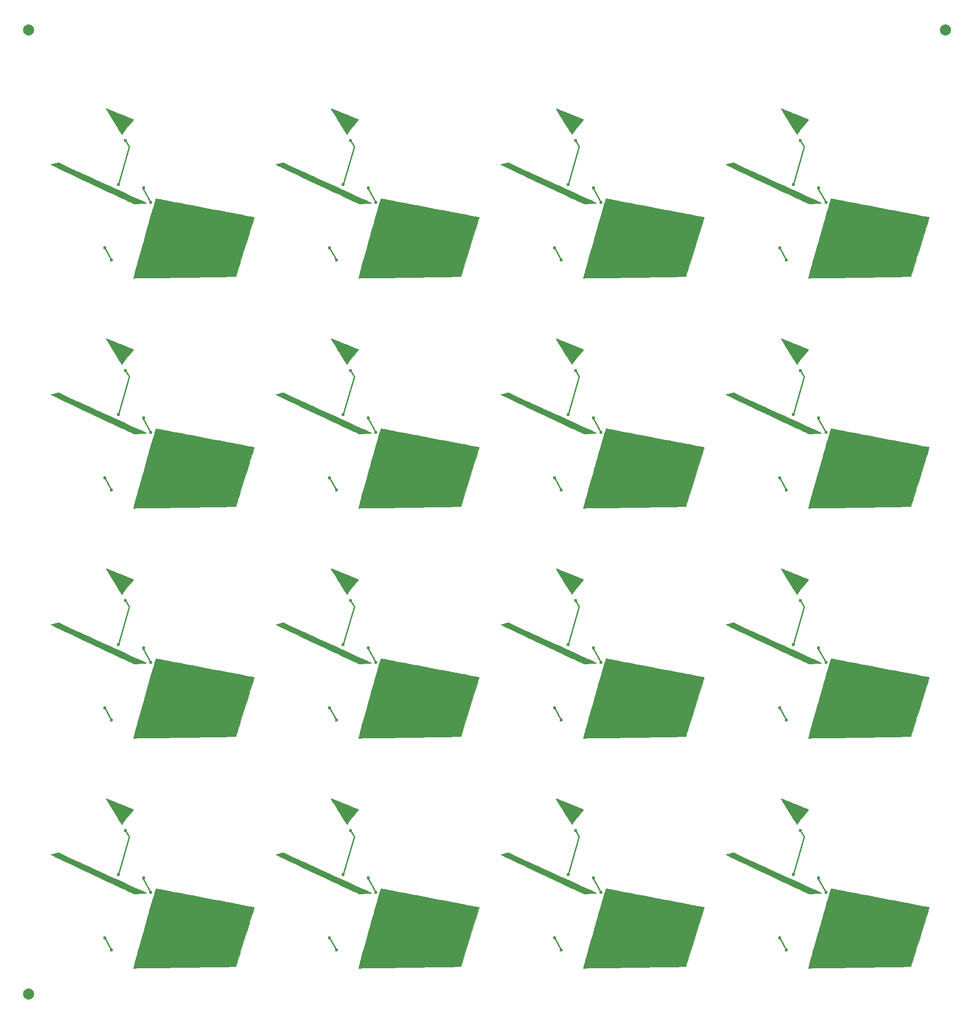
<source format=gbr>
%TF.GenerationSoftware,KiCad,Pcbnew,8.0.3*%
%TF.CreationDate,2024-07-16T13:25:19-05:00*%
%TF.ProjectId,DumpsterPanel,44756d70-7374-4657-9250-616e656c2e6b,rev?*%
%TF.SameCoordinates,Original*%
%TF.FileFunction,Copper,L1,Top*%
%TF.FilePolarity,Positive*%
%FSLAX46Y46*%
G04 Gerber Fmt 4.6, Leading zero omitted, Abs format (unit mm)*
G04 Created by KiCad (PCBNEW 8.0.3) date 2024-07-16 13:25:19*
%MOMM*%
%LPD*%
G01*
G04 APERTURE LIST*
%TA.AperFunction,EtchedComponent*%
%ADD10C,0.010000*%
%TD*%
%TA.AperFunction,SMDPad,CuDef*%
%ADD11C,2.000000*%
%TD*%
%TA.AperFunction,ViaPad*%
%ADD12C,0.600000*%
%TD*%
%TA.AperFunction,Conductor*%
%ADD13C,0.250000*%
%TD*%
G04 APERTURE END LIST*
D10*
%TO.C,G\u002A\u002A\u002A*%
X201711862Y-36735387D02*
X201834348Y-36781490D01*
X202021377Y-36854027D01*
X202266014Y-36950245D01*
X202561326Y-37067395D01*
X202900378Y-37202723D01*
X203276236Y-37353478D01*
X203681964Y-37516906D01*
X204110630Y-37690258D01*
X204160582Y-37710502D01*
X204590007Y-37884520D01*
X204996074Y-38048972D01*
X205372008Y-38201120D01*
X205711030Y-38338226D01*
X206006362Y-38457552D01*
X206251226Y-38556360D01*
X206438845Y-38631910D01*
X206562441Y-38681466D01*
X206615235Y-38702287D01*
X206616543Y-38702740D01*
X206634996Y-38741523D01*
X206633463Y-38748684D01*
X206604690Y-38789322D01*
X206528125Y-38886964D01*
X206410253Y-39033624D01*
X206257552Y-39221323D01*
X206076504Y-39442077D01*
X205873592Y-39687907D01*
X205741536Y-39847138D01*
X205487401Y-40153438D01*
X205281489Y-40402966D01*
X205117636Y-40603840D01*
X204989680Y-40764177D01*
X204891458Y-40892092D01*
X204816808Y-40995705D01*
X204759565Y-41083131D01*
X204713567Y-41162490D01*
X204672651Y-41241896D01*
X204655074Y-41278101D01*
X204604020Y-41368327D01*
X204564130Y-41411336D01*
X204557671Y-41411764D01*
X204530988Y-41374841D01*
X204463234Y-41272112D01*
X204358210Y-41109558D01*
X204219723Y-40893168D01*
X204051577Y-40628926D01*
X203857578Y-40322816D01*
X203641531Y-39980825D01*
X203407243Y-39608938D01*
X203158518Y-39213140D01*
X203059608Y-39055480D01*
X202745341Y-38552717D01*
X202468502Y-38106513D01*
X202230246Y-37718804D01*
X202031736Y-37391528D01*
X201874129Y-37126620D01*
X201758584Y-36926018D01*
X201686261Y-36791656D01*
X201658318Y-36725473D01*
X201660855Y-36718470D01*
X201711862Y-36735387D01*
%TA.AperFunction,EtchedComponent*%
G36*
X201711862Y-36735387D02*
G01*
X201834348Y-36781490D01*
X202021377Y-36854027D01*
X202266014Y-36950245D01*
X202561326Y-37067395D01*
X202900378Y-37202723D01*
X203276236Y-37353478D01*
X203681964Y-37516906D01*
X204110630Y-37690258D01*
X204160582Y-37710502D01*
X204590007Y-37884520D01*
X204996074Y-38048972D01*
X205372008Y-38201120D01*
X205711030Y-38338226D01*
X206006362Y-38457552D01*
X206251226Y-38556360D01*
X206438845Y-38631910D01*
X206562441Y-38681466D01*
X206615235Y-38702287D01*
X206616543Y-38702740D01*
X206634996Y-38741523D01*
X206633463Y-38748684D01*
X206604690Y-38789322D01*
X206528125Y-38886964D01*
X206410253Y-39033624D01*
X206257552Y-39221323D01*
X206076504Y-39442077D01*
X205873592Y-39687907D01*
X205741536Y-39847138D01*
X205487401Y-40153438D01*
X205281489Y-40402966D01*
X205117636Y-40603840D01*
X204989680Y-40764177D01*
X204891458Y-40892092D01*
X204816808Y-40995705D01*
X204759565Y-41083131D01*
X204713567Y-41162490D01*
X204672651Y-41241896D01*
X204655074Y-41278101D01*
X204604020Y-41368327D01*
X204564130Y-41411336D01*
X204557671Y-41411764D01*
X204530988Y-41374841D01*
X204463234Y-41272112D01*
X204358210Y-41109558D01*
X204219723Y-40893168D01*
X204051577Y-40628926D01*
X203857578Y-40322816D01*
X203641531Y-39980825D01*
X203407243Y-39608938D01*
X203158518Y-39213140D01*
X203059608Y-39055480D01*
X202745341Y-38552717D01*
X202468502Y-38106513D01*
X202230246Y-37718804D01*
X202031736Y-37391528D01*
X201874129Y-37126620D01*
X201758584Y-36926018D01*
X201686261Y-36791656D01*
X201658318Y-36725473D01*
X201660855Y-36718470D01*
X201711862Y-36735387D01*
G37*
%TD.AperFunction*%
X195142112Y-47481523D02*
X195586015Y-47683650D01*
X196047073Y-47893556D01*
X196511812Y-48105110D01*
X196966758Y-48312178D01*
X197398440Y-48508631D01*
X197793383Y-48688337D01*
X198138115Y-48845161D01*
X198417226Y-48972094D01*
X199413015Y-49424908D01*
X200373579Y-49861827D01*
X201296511Y-50281754D01*
X202179407Y-50683590D01*
X203019860Y-51066238D01*
X203815465Y-51428600D01*
X204563814Y-51769578D01*
X205262504Y-52088075D01*
X205909127Y-52382993D01*
X206501280Y-52653234D01*
X207036555Y-52897700D01*
X207512546Y-53115294D01*
X207926847Y-53304919D01*
X208277055Y-53465475D01*
X208560760Y-53595866D01*
X208775560Y-53694993D01*
X208919047Y-53761760D01*
X208988816Y-53795068D01*
X208995548Y-53798785D01*
X208960234Y-53808966D01*
X208853479Y-53821724D01*
X208688443Y-53836323D01*
X208478291Y-53852024D01*
X208236180Y-53868091D01*
X207975273Y-53883788D01*
X207708730Y-53898377D01*
X207449716Y-53911122D01*
X207211388Y-53921285D01*
X207006907Y-53928129D01*
X206849437Y-53930918D01*
X206752137Y-53928915D01*
X206729505Y-53925672D01*
X206681624Y-53904428D01*
X206560870Y-53848887D01*
X206370976Y-53760801D01*
X206115680Y-53641918D01*
X205798716Y-53493990D01*
X205423820Y-53318764D01*
X204994728Y-53117994D01*
X204515176Y-52893428D01*
X203988898Y-52646816D01*
X203419634Y-52379910D01*
X202811115Y-52094458D01*
X202167079Y-51792210D01*
X201491260Y-51474917D01*
X200787395Y-51144329D01*
X200059219Y-50802196D01*
X199310470Y-50450268D01*
X199149187Y-50374445D01*
X198398101Y-50021201D01*
X197667778Y-49677470D01*
X196961885Y-49344988D01*
X196284090Y-49025494D01*
X195638061Y-48720724D01*
X195027466Y-48432415D01*
X194455974Y-48162304D01*
X193927253Y-47912127D01*
X193444970Y-47683623D01*
X193012793Y-47478527D01*
X192634392Y-47298577D01*
X192313433Y-47145511D01*
X192053585Y-47021065D01*
X191858516Y-46926975D01*
X191731894Y-46864979D01*
X191677387Y-46836815D01*
X191675439Y-46835294D01*
X191716884Y-46819762D01*
X191827540Y-46791030D01*
X191993566Y-46752358D01*
X192201123Y-46707006D01*
X192368542Y-46672039D01*
X193055276Y-46531225D01*
X195142112Y-47481523D01*
%TA.AperFunction,EtchedComponent*%
G36*
X195142112Y-47481523D02*
G01*
X195586015Y-47683650D01*
X196047073Y-47893556D01*
X196511812Y-48105110D01*
X196966758Y-48312178D01*
X197398440Y-48508631D01*
X197793383Y-48688337D01*
X198138115Y-48845161D01*
X198417226Y-48972094D01*
X199413015Y-49424908D01*
X200373579Y-49861827D01*
X201296511Y-50281754D01*
X202179407Y-50683590D01*
X203019860Y-51066238D01*
X203815465Y-51428600D01*
X204563814Y-51769578D01*
X205262504Y-52088075D01*
X205909127Y-52382993D01*
X206501280Y-52653234D01*
X207036555Y-52897700D01*
X207512546Y-53115294D01*
X207926847Y-53304919D01*
X208277055Y-53465475D01*
X208560760Y-53595866D01*
X208775560Y-53694993D01*
X208919047Y-53761760D01*
X208988816Y-53795068D01*
X208995548Y-53798785D01*
X208960234Y-53808966D01*
X208853479Y-53821724D01*
X208688443Y-53836323D01*
X208478291Y-53852024D01*
X208236180Y-53868091D01*
X207975273Y-53883788D01*
X207708730Y-53898377D01*
X207449716Y-53911122D01*
X207211388Y-53921285D01*
X207006907Y-53928129D01*
X206849437Y-53930918D01*
X206752137Y-53928915D01*
X206729505Y-53925672D01*
X206681624Y-53904428D01*
X206560870Y-53848887D01*
X206370976Y-53760801D01*
X206115680Y-53641918D01*
X205798716Y-53493990D01*
X205423820Y-53318764D01*
X204994728Y-53117994D01*
X204515176Y-52893428D01*
X203988898Y-52646816D01*
X203419634Y-52379910D01*
X202811115Y-52094458D01*
X202167079Y-51792210D01*
X201491260Y-51474917D01*
X200787395Y-51144329D01*
X200059219Y-50802196D01*
X199310470Y-50450268D01*
X199149187Y-50374445D01*
X198398101Y-50021201D01*
X197667778Y-49677470D01*
X196961885Y-49344988D01*
X196284090Y-49025494D01*
X195638061Y-48720724D01*
X195027466Y-48432415D01*
X194455974Y-48162304D01*
X193927253Y-47912127D01*
X193444970Y-47683623D01*
X193012793Y-47478527D01*
X192634392Y-47298577D01*
X192313433Y-47145511D01*
X192053585Y-47021065D01*
X191858516Y-46926975D01*
X191731894Y-46864979D01*
X191677387Y-46836815D01*
X191675439Y-46835294D01*
X191716884Y-46819762D01*
X191827540Y-46791030D01*
X191993566Y-46752358D01*
X192201123Y-46707006D01*
X192368542Y-46672039D01*
X193055276Y-46531225D01*
X195142112Y-47481523D01*
G37*
%TD.AperFunction*%
X210731219Y-53006758D02*
X210778581Y-53016364D01*
X210905281Y-53040937D01*
X211107456Y-53079744D01*
X211381247Y-53132054D01*
X211722790Y-53197133D01*
X212128228Y-53274250D01*
X212593696Y-53362673D01*
X213115335Y-53461669D01*
X213689282Y-53570506D01*
X214311678Y-53688453D01*
X214978661Y-53814776D01*
X215686370Y-53948744D01*
X216430943Y-54089623D01*
X217208518Y-54236683D01*
X218015237Y-54389190D01*
X218847235Y-54546413D01*
X219624590Y-54693254D01*
X220475442Y-54854028D01*
X221304065Y-55010756D01*
X222106629Y-55162705D01*
X222879303Y-55309146D01*
X223618260Y-55449349D01*
X224319671Y-55582583D01*
X224979706Y-55708118D01*
X225594535Y-55825223D01*
X226160331Y-55933167D01*
X226673263Y-56031220D01*
X227129503Y-56118653D01*
X227525222Y-56194733D01*
X227856590Y-56258731D01*
X228119779Y-56309916D01*
X228310958Y-56347558D01*
X228426300Y-56370927D01*
X228462147Y-56379197D01*
X228452392Y-56423670D01*
X228418993Y-56543122D01*
X228363747Y-56731792D01*
X228288447Y-56983912D01*
X228194888Y-57293718D01*
X228084864Y-57655444D01*
X227960171Y-58063327D01*
X227822603Y-58511599D01*
X227673953Y-58994496D01*
X227516017Y-59506253D01*
X227350590Y-60041105D01*
X227179466Y-60593287D01*
X227004440Y-61157033D01*
X226827306Y-61726579D01*
X226649859Y-62296159D01*
X226473894Y-62860008D01*
X226301204Y-63412361D01*
X226133587Y-63947453D01*
X225972833Y-64459519D01*
X225820740Y-64942794D01*
X225679102Y-65391511D01*
X225549713Y-65799907D01*
X225434367Y-66162216D01*
X225334860Y-66472674D01*
X225252986Y-66725514D01*
X225190539Y-66914972D01*
X225149315Y-67035282D01*
X225131109Y-67080679D01*
X225130869Y-67080863D01*
X225086204Y-67083042D01*
X224961577Y-67086373D01*
X224761683Y-67090787D01*
X224491216Y-67096210D01*
X224154872Y-67102568D01*
X223757345Y-67109789D01*
X223303332Y-67117801D01*
X222797527Y-67126530D01*
X222244625Y-67135903D01*
X221649322Y-67145846D01*
X221016312Y-67156289D01*
X220350291Y-67167155D01*
X219655954Y-67178375D01*
X218937995Y-67189874D01*
X218201111Y-67201579D01*
X217449996Y-67213417D01*
X216689346Y-67225315D01*
X215923855Y-67237202D01*
X215158219Y-67249002D01*
X214397133Y-67260643D01*
X213645291Y-67272054D01*
X212907390Y-67283160D01*
X212188124Y-67293888D01*
X211492187Y-67304166D01*
X210824277Y-67313919D01*
X210189087Y-67323077D01*
X209591313Y-67331566D01*
X209035650Y-67339312D01*
X208526793Y-67346243D01*
X208069437Y-67352286D01*
X207668277Y-67357367D01*
X207328009Y-67361414D01*
X207053327Y-67364355D01*
X206848927Y-67366114D01*
X206744618Y-67366615D01*
X206628242Y-67366811D01*
X206874256Y-66417889D01*
X206914314Y-66267336D01*
X206976070Y-66040699D01*
X207058027Y-65743314D01*
X207158686Y-65380525D01*
X207276546Y-64957671D01*
X207410107Y-64480092D01*
X207557872Y-63953129D01*
X207718340Y-63382122D01*
X207890012Y-62772411D01*
X208071388Y-62129337D01*
X208260970Y-61458239D01*
X208457257Y-60764459D01*
X208658751Y-60053338D01*
X208863951Y-59330213D01*
X208892914Y-59228233D01*
X209130597Y-58391642D01*
X209346332Y-57632786D01*
X209541226Y-56947930D01*
X209716381Y-56333339D01*
X209872901Y-55785278D01*
X210011889Y-55300013D01*
X210134448Y-54873809D01*
X210241684Y-54502932D01*
X210334698Y-54183647D01*
X210414594Y-53912219D01*
X210482476Y-53684915D01*
X210539447Y-53497998D01*
X210586611Y-53347736D01*
X210625071Y-53230392D01*
X210655931Y-53142232D01*
X210680295Y-53079523D01*
X210699264Y-53038529D01*
X210713944Y-53015515D01*
X210725438Y-53006747D01*
X210731219Y-53006758D01*
%TA.AperFunction,EtchedComponent*%
G36*
X210731219Y-53006758D02*
G01*
X210778581Y-53016364D01*
X210905281Y-53040937D01*
X211107456Y-53079744D01*
X211381247Y-53132054D01*
X211722790Y-53197133D01*
X212128228Y-53274250D01*
X212593696Y-53362673D01*
X213115335Y-53461669D01*
X213689282Y-53570506D01*
X214311678Y-53688453D01*
X214978661Y-53814776D01*
X215686370Y-53948744D01*
X216430943Y-54089623D01*
X217208518Y-54236683D01*
X218015237Y-54389190D01*
X218847235Y-54546413D01*
X219624590Y-54693254D01*
X220475442Y-54854028D01*
X221304065Y-55010756D01*
X222106629Y-55162705D01*
X222879303Y-55309146D01*
X223618260Y-55449349D01*
X224319671Y-55582583D01*
X224979706Y-55708118D01*
X225594535Y-55825223D01*
X226160331Y-55933167D01*
X226673263Y-56031220D01*
X227129503Y-56118653D01*
X227525222Y-56194733D01*
X227856590Y-56258731D01*
X228119779Y-56309916D01*
X228310958Y-56347558D01*
X228426300Y-56370927D01*
X228462147Y-56379197D01*
X228452392Y-56423670D01*
X228418993Y-56543122D01*
X228363747Y-56731792D01*
X228288447Y-56983912D01*
X228194888Y-57293718D01*
X228084864Y-57655444D01*
X227960171Y-58063327D01*
X227822603Y-58511599D01*
X227673953Y-58994496D01*
X227516017Y-59506253D01*
X227350590Y-60041105D01*
X227179466Y-60593287D01*
X227004440Y-61157033D01*
X226827306Y-61726579D01*
X226649859Y-62296159D01*
X226473894Y-62860008D01*
X226301204Y-63412361D01*
X226133587Y-63947453D01*
X225972833Y-64459519D01*
X225820740Y-64942794D01*
X225679102Y-65391511D01*
X225549713Y-65799907D01*
X225434367Y-66162216D01*
X225334860Y-66472674D01*
X225252986Y-66725514D01*
X225190539Y-66914972D01*
X225149315Y-67035282D01*
X225131109Y-67080679D01*
X225130869Y-67080863D01*
X225086204Y-67083042D01*
X224961577Y-67086373D01*
X224761683Y-67090787D01*
X224491216Y-67096210D01*
X224154872Y-67102568D01*
X223757345Y-67109789D01*
X223303332Y-67117801D01*
X222797527Y-67126530D01*
X222244625Y-67135903D01*
X221649322Y-67145846D01*
X221016312Y-67156289D01*
X220350291Y-67167155D01*
X219655954Y-67178375D01*
X218937995Y-67189874D01*
X218201111Y-67201579D01*
X217449996Y-67213417D01*
X216689346Y-67225315D01*
X215923855Y-67237202D01*
X215158219Y-67249002D01*
X214397133Y-67260643D01*
X213645291Y-67272054D01*
X212907390Y-67283160D01*
X212188124Y-67293888D01*
X211492187Y-67304166D01*
X210824277Y-67313919D01*
X210189087Y-67323077D01*
X209591313Y-67331566D01*
X209035650Y-67339312D01*
X208526793Y-67346243D01*
X208069437Y-67352286D01*
X207668277Y-67357367D01*
X207328009Y-67361414D01*
X207053327Y-67364355D01*
X206848927Y-67366114D01*
X206744618Y-67366615D01*
X206628242Y-67366811D01*
X206874256Y-66417889D01*
X206914314Y-66267336D01*
X206976070Y-66040699D01*
X207058027Y-65743314D01*
X207158686Y-65380525D01*
X207276546Y-64957671D01*
X207410107Y-64480092D01*
X207557872Y-63953129D01*
X207718340Y-63382122D01*
X207890012Y-62772411D01*
X208071388Y-62129337D01*
X208260970Y-61458239D01*
X208457257Y-60764459D01*
X208658751Y-60053338D01*
X208863951Y-59330213D01*
X208892914Y-59228233D01*
X209130597Y-58391642D01*
X209346332Y-57632786D01*
X209541226Y-56947930D01*
X209716381Y-56333339D01*
X209872901Y-55785278D01*
X210011889Y-55300013D01*
X210134448Y-54873809D01*
X210241684Y-54502932D01*
X210334698Y-54183647D01*
X210414594Y-53912219D01*
X210482476Y-53684915D01*
X210539447Y-53497998D01*
X210586611Y-53347736D01*
X210625071Y-53230392D01*
X210655931Y-53142232D01*
X210680295Y-53079523D01*
X210699264Y-53038529D01*
X210713944Y-53015515D01*
X210725438Y-53006747D01*
X210731219Y-53006758D01*
G37*
%TD.AperFunction*%
X161009290Y-119880505D02*
X161131776Y-119926608D01*
X161318805Y-119999145D01*
X161563442Y-120095363D01*
X161858754Y-120212513D01*
X162197806Y-120347841D01*
X162573664Y-120498596D01*
X162979392Y-120662024D01*
X163408058Y-120835376D01*
X163458010Y-120855620D01*
X163887435Y-121029638D01*
X164293502Y-121194090D01*
X164669436Y-121346238D01*
X165008458Y-121483344D01*
X165303790Y-121602670D01*
X165548654Y-121701478D01*
X165736273Y-121777028D01*
X165859869Y-121826584D01*
X165912663Y-121847405D01*
X165913971Y-121847858D01*
X165932424Y-121886641D01*
X165930891Y-121893802D01*
X165902118Y-121934440D01*
X165825553Y-122032082D01*
X165707681Y-122178742D01*
X165554980Y-122366441D01*
X165373932Y-122587195D01*
X165171020Y-122833025D01*
X165038964Y-122992256D01*
X164784829Y-123298556D01*
X164578917Y-123548084D01*
X164415064Y-123748958D01*
X164287108Y-123909295D01*
X164188886Y-124037210D01*
X164114236Y-124140823D01*
X164056993Y-124228249D01*
X164010995Y-124307608D01*
X163970079Y-124387014D01*
X163952502Y-124423219D01*
X163901448Y-124513445D01*
X163861558Y-124556454D01*
X163855099Y-124556882D01*
X163828416Y-124519959D01*
X163760662Y-124417230D01*
X163655638Y-124254676D01*
X163517151Y-124038286D01*
X163349005Y-123774044D01*
X163155006Y-123467934D01*
X162938959Y-123125943D01*
X162704671Y-122754056D01*
X162455946Y-122358258D01*
X162357036Y-122200598D01*
X162042769Y-121697835D01*
X161765930Y-121251631D01*
X161527674Y-120863922D01*
X161329164Y-120536646D01*
X161171557Y-120271738D01*
X161056012Y-120071136D01*
X160983689Y-119936774D01*
X160955746Y-119870591D01*
X160958283Y-119863588D01*
X161009290Y-119880505D01*
%TA.AperFunction,EtchedComponent*%
G36*
X161009290Y-119880505D02*
G01*
X161131776Y-119926608D01*
X161318805Y-119999145D01*
X161563442Y-120095363D01*
X161858754Y-120212513D01*
X162197806Y-120347841D01*
X162573664Y-120498596D01*
X162979392Y-120662024D01*
X163408058Y-120835376D01*
X163458010Y-120855620D01*
X163887435Y-121029638D01*
X164293502Y-121194090D01*
X164669436Y-121346238D01*
X165008458Y-121483344D01*
X165303790Y-121602670D01*
X165548654Y-121701478D01*
X165736273Y-121777028D01*
X165859869Y-121826584D01*
X165912663Y-121847405D01*
X165913971Y-121847858D01*
X165932424Y-121886641D01*
X165930891Y-121893802D01*
X165902118Y-121934440D01*
X165825553Y-122032082D01*
X165707681Y-122178742D01*
X165554980Y-122366441D01*
X165373932Y-122587195D01*
X165171020Y-122833025D01*
X165038964Y-122992256D01*
X164784829Y-123298556D01*
X164578917Y-123548084D01*
X164415064Y-123748958D01*
X164287108Y-123909295D01*
X164188886Y-124037210D01*
X164114236Y-124140823D01*
X164056993Y-124228249D01*
X164010995Y-124307608D01*
X163970079Y-124387014D01*
X163952502Y-124423219D01*
X163901448Y-124513445D01*
X163861558Y-124556454D01*
X163855099Y-124556882D01*
X163828416Y-124519959D01*
X163760662Y-124417230D01*
X163655638Y-124254676D01*
X163517151Y-124038286D01*
X163349005Y-123774044D01*
X163155006Y-123467934D01*
X162938959Y-123125943D01*
X162704671Y-122754056D01*
X162455946Y-122358258D01*
X162357036Y-122200598D01*
X162042769Y-121697835D01*
X161765930Y-121251631D01*
X161527674Y-120863922D01*
X161329164Y-120536646D01*
X161171557Y-120271738D01*
X161056012Y-120071136D01*
X160983689Y-119936774D01*
X160955746Y-119870591D01*
X160958283Y-119863588D01*
X161009290Y-119880505D01*
G37*
%TD.AperFunction*%
X154439540Y-130626641D02*
X154883443Y-130828768D01*
X155344501Y-131038674D01*
X155809240Y-131250228D01*
X156264186Y-131457296D01*
X156695868Y-131653749D01*
X157090811Y-131833455D01*
X157435543Y-131990279D01*
X157714654Y-132117212D01*
X158710443Y-132570026D01*
X159671007Y-133006945D01*
X160593939Y-133426872D01*
X161476835Y-133828708D01*
X162317288Y-134211356D01*
X163112893Y-134573718D01*
X163861242Y-134914696D01*
X164559932Y-135233193D01*
X165206555Y-135528111D01*
X165798708Y-135798352D01*
X166333983Y-136042818D01*
X166809974Y-136260412D01*
X167224275Y-136450037D01*
X167574483Y-136610593D01*
X167858188Y-136740984D01*
X168072988Y-136840111D01*
X168216475Y-136906878D01*
X168286244Y-136940186D01*
X168292976Y-136943903D01*
X168257662Y-136954084D01*
X168150907Y-136966842D01*
X167985871Y-136981441D01*
X167775719Y-136997142D01*
X167533608Y-137013209D01*
X167272701Y-137028906D01*
X167006158Y-137043495D01*
X166747144Y-137056240D01*
X166508816Y-137066403D01*
X166304335Y-137073247D01*
X166146865Y-137076036D01*
X166049565Y-137074033D01*
X166026933Y-137070790D01*
X165979052Y-137049546D01*
X165858298Y-136994005D01*
X165668404Y-136905919D01*
X165413108Y-136787036D01*
X165096144Y-136639108D01*
X164721248Y-136463882D01*
X164292156Y-136263112D01*
X163812604Y-136038546D01*
X163286326Y-135791934D01*
X162717062Y-135525028D01*
X162108543Y-135239576D01*
X161464507Y-134937328D01*
X160788688Y-134620035D01*
X160084823Y-134289447D01*
X159356647Y-133947314D01*
X158607898Y-133595386D01*
X158446615Y-133519563D01*
X157695529Y-133166319D01*
X156965206Y-132822588D01*
X156259313Y-132490106D01*
X155581518Y-132170612D01*
X154935489Y-131865842D01*
X154324894Y-131577533D01*
X153753402Y-131307422D01*
X153224681Y-131057245D01*
X152742398Y-130828741D01*
X152310221Y-130623645D01*
X151931820Y-130443695D01*
X151610861Y-130290629D01*
X151351013Y-130166183D01*
X151155944Y-130072093D01*
X151029322Y-130010097D01*
X150974815Y-129981933D01*
X150972867Y-129980412D01*
X151014312Y-129964880D01*
X151124968Y-129936148D01*
X151290994Y-129897476D01*
X151498551Y-129852124D01*
X151665970Y-129817157D01*
X152352704Y-129676343D01*
X154439540Y-130626641D01*
%TA.AperFunction,EtchedComponent*%
G36*
X154439540Y-130626641D02*
G01*
X154883443Y-130828768D01*
X155344501Y-131038674D01*
X155809240Y-131250228D01*
X156264186Y-131457296D01*
X156695868Y-131653749D01*
X157090811Y-131833455D01*
X157435543Y-131990279D01*
X157714654Y-132117212D01*
X158710443Y-132570026D01*
X159671007Y-133006945D01*
X160593939Y-133426872D01*
X161476835Y-133828708D01*
X162317288Y-134211356D01*
X163112893Y-134573718D01*
X163861242Y-134914696D01*
X164559932Y-135233193D01*
X165206555Y-135528111D01*
X165798708Y-135798352D01*
X166333983Y-136042818D01*
X166809974Y-136260412D01*
X167224275Y-136450037D01*
X167574483Y-136610593D01*
X167858188Y-136740984D01*
X168072988Y-136840111D01*
X168216475Y-136906878D01*
X168286244Y-136940186D01*
X168292976Y-136943903D01*
X168257662Y-136954084D01*
X168150907Y-136966842D01*
X167985871Y-136981441D01*
X167775719Y-136997142D01*
X167533608Y-137013209D01*
X167272701Y-137028906D01*
X167006158Y-137043495D01*
X166747144Y-137056240D01*
X166508816Y-137066403D01*
X166304335Y-137073247D01*
X166146865Y-137076036D01*
X166049565Y-137074033D01*
X166026933Y-137070790D01*
X165979052Y-137049546D01*
X165858298Y-136994005D01*
X165668404Y-136905919D01*
X165413108Y-136787036D01*
X165096144Y-136639108D01*
X164721248Y-136463882D01*
X164292156Y-136263112D01*
X163812604Y-136038546D01*
X163286326Y-135791934D01*
X162717062Y-135525028D01*
X162108543Y-135239576D01*
X161464507Y-134937328D01*
X160788688Y-134620035D01*
X160084823Y-134289447D01*
X159356647Y-133947314D01*
X158607898Y-133595386D01*
X158446615Y-133519563D01*
X157695529Y-133166319D01*
X156965206Y-132822588D01*
X156259313Y-132490106D01*
X155581518Y-132170612D01*
X154935489Y-131865842D01*
X154324894Y-131577533D01*
X153753402Y-131307422D01*
X153224681Y-131057245D01*
X152742398Y-130828741D01*
X152310221Y-130623645D01*
X151931820Y-130443695D01*
X151610861Y-130290629D01*
X151351013Y-130166183D01*
X151155944Y-130072093D01*
X151029322Y-130010097D01*
X150974815Y-129981933D01*
X150972867Y-129980412D01*
X151014312Y-129964880D01*
X151124968Y-129936148D01*
X151290994Y-129897476D01*
X151498551Y-129852124D01*
X151665970Y-129817157D01*
X152352704Y-129676343D01*
X154439540Y-130626641D01*
G37*
%TD.AperFunction*%
X170028647Y-136151876D02*
X170076009Y-136161482D01*
X170202709Y-136186055D01*
X170404884Y-136224862D01*
X170678675Y-136277172D01*
X171020218Y-136342251D01*
X171425656Y-136419368D01*
X171891124Y-136507791D01*
X172412763Y-136606787D01*
X172986710Y-136715624D01*
X173609106Y-136833571D01*
X174276089Y-136959894D01*
X174983798Y-137093862D01*
X175728371Y-137234741D01*
X176505946Y-137381801D01*
X177312665Y-137534308D01*
X178144663Y-137691531D01*
X178922018Y-137838372D01*
X179772870Y-137999146D01*
X180601493Y-138155874D01*
X181404057Y-138307823D01*
X182176731Y-138454264D01*
X182915688Y-138594467D01*
X183617099Y-138727701D01*
X184277134Y-138853236D01*
X184891963Y-138970341D01*
X185457759Y-139078285D01*
X185970691Y-139176338D01*
X186426931Y-139263771D01*
X186822650Y-139339851D01*
X187154018Y-139403849D01*
X187417207Y-139455034D01*
X187608386Y-139492676D01*
X187723728Y-139516045D01*
X187759575Y-139524315D01*
X187749820Y-139568788D01*
X187716421Y-139688240D01*
X187661175Y-139876910D01*
X187585875Y-140129030D01*
X187492316Y-140438836D01*
X187382292Y-140800562D01*
X187257599Y-141208445D01*
X187120031Y-141656717D01*
X186971381Y-142139614D01*
X186813445Y-142651371D01*
X186648018Y-143186223D01*
X186476894Y-143738405D01*
X186301868Y-144302151D01*
X186124734Y-144871697D01*
X185947287Y-145441277D01*
X185771322Y-146005126D01*
X185598632Y-146557479D01*
X185431015Y-147092571D01*
X185270261Y-147604637D01*
X185118168Y-148087912D01*
X184976530Y-148536629D01*
X184847141Y-148945025D01*
X184731795Y-149307334D01*
X184632288Y-149617792D01*
X184550414Y-149870632D01*
X184487967Y-150060090D01*
X184446743Y-150180400D01*
X184428537Y-150225797D01*
X184428297Y-150225981D01*
X184383632Y-150228160D01*
X184259005Y-150231491D01*
X184059111Y-150235905D01*
X183788644Y-150241328D01*
X183452300Y-150247686D01*
X183054773Y-150254907D01*
X182600760Y-150262919D01*
X182094955Y-150271648D01*
X181542053Y-150281021D01*
X180946750Y-150290964D01*
X180313740Y-150301407D01*
X179647719Y-150312273D01*
X178953382Y-150323493D01*
X178235423Y-150334992D01*
X177498539Y-150346697D01*
X176747424Y-150358535D01*
X175986774Y-150370433D01*
X175221283Y-150382320D01*
X174455647Y-150394120D01*
X173694561Y-150405761D01*
X172942719Y-150417172D01*
X172204818Y-150428278D01*
X171485552Y-150439006D01*
X170789615Y-150449284D01*
X170121705Y-150459037D01*
X169486515Y-150468195D01*
X168888741Y-150476684D01*
X168333078Y-150484430D01*
X167824221Y-150491361D01*
X167366865Y-150497404D01*
X166965705Y-150502485D01*
X166625437Y-150506532D01*
X166350755Y-150509473D01*
X166146355Y-150511232D01*
X166042046Y-150511733D01*
X165925670Y-150511929D01*
X166171684Y-149563007D01*
X166211742Y-149412454D01*
X166273498Y-149185817D01*
X166355455Y-148888432D01*
X166456114Y-148525643D01*
X166573974Y-148102789D01*
X166707535Y-147625210D01*
X166855300Y-147098247D01*
X167015768Y-146527240D01*
X167187440Y-145917529D01*
X167368816Y-145274455D01*
X167558398Y-144603357D01*
X167754685Y-143909577D01*
X167956179Y-143198456D01*
X168161379Y-142475331D01*
X168190342Y-142373351D01*
X168428025Y-141536760D01*
X168643760Y-140777904D01*
X168838654Y-140093048D01*
X169013809Y-139478457D01*
X169170329Y-138930396D01*
X169309317Y-138445131D01*
X169431876Y-138018927D01*
X169539112Y-137648050D01*
X169632126Y-137328765D01*
X169712022Y-137057337D01*
X169779904Y-136830033D01*
X169836875Y-136643116D01*
X169884039Y-136492854D01*
X169922499Y-136375510D01*
X169953359Y-136287350D01*
X169977723Y-136224641D01*
X169996692Y-136183647D01*
X170011372Y-136160633D01*
X170022866Y-136151865D01*
X170028647Y-136151876D01*
%TA.AperFunction,EtchedComponent*%
G36*
X170028647Y-136151876D02*
G01*
X170076009Y-136161482D01*
X170202709Y-136186055D01*
X170404884Y-136224862D01*
X170678675Y-136277172D01*
X171020218Y-136342251D01*
X171425656Y-136419368D01*
X171891124Y-136507791D01*
X172412763Y-136606787D01*
X172986710Y-136715624D01*
X173609106Y-136833571D01*
X174276089Y-136959894D01*
X174983798Y-137093862D01*
X175728371Y-137234741D01*
X176505946Y-137381801D01*
X177312665Y-137534308D01*
X178144663Y-137691531D01*
X178922018Y-137838372D01*
X179772870Y-137999146D01*
X180601493Y-138155874D01*
X181404057Y-138307823D01*
X182176731Y-138454264D01*
X182915688Y-138594467D01*
X183617099Y-138727701D01*
X184277134Y-138853236D01*
X184891963Y-138970341D01*
X185457759Y-139078285D01*
X185970691Y-139176338D01*
X186426931Y-139263771D01*
X186822650Y-139339851D01*
X187154018Y-139403849D01*
X187417207Y-139455034D01*
X187608386Y-139492676D01*
X187723728Y-139516045D01*
X187759575Y-139524315D01*
X187749820Y-139568788D01*
X187716421Y-139688240D01*
X187661175Y-139876910D01*
X187585875Y-140129030D01*
X187492316Y-140438836D01*
X187382292Y-140800562D01*
X187257599Y-141208445D01*
X187120031Y-141656717D01*
X186971381Y-142139614D01*
X186813445Y-142651371D01*
X186648018Y-143186223D01*
X186476894Y-143738405D01*
X186301868Y-144302151D01*
X186124734Y-144871697D01*
X185947287Y-145441277D01*
X185771322Y-146005126D01*
X185598632Y-146557479D01*
X185431015Y-147092571D01*
X185270261Y-147604637D01*
X185118168Y-148087912D01*
X184976530Y-148536629D01*
X184847141Y-148945025D01*
X184731795Y-149307334D01*
X184632288Y-149617792D01*
X184550414Y-149870632D01*
X184487967Y-150060090D01*
X184446743Y-150180400D01*
X184428537Y-150225797D01*
X184428297Y-150225981D01*
X184383632Y-150228160D01*
X184259005Y-150231491D01*
X184059111Y-150235905D01*
X183788644Y-150241328D01*
X183452300Y-150247686D01*
X183054773Y-150254907D01*
X182600760Y-150262919D01*
X182094955Y-150271648D01*
X181542053Y-150281021D01*
X180946750Y-150290964D01*
X180313740Y-150301407D01*
X179647719Y-150312273D01*
X178953382Y-150323493D01*
X178235423Y-150334992D01*
X177498539Y-150346697D01*
X176747424Y-150358535D01*
X175986774Y-150370433D01*
X175221283Y-150382320D01*
X174455647Y-150394120D01*
X173694561Y-150405761D01*
X172942719Y-150417172D01*
X172204818Y-150428278D01*
X171485552Y-150439006D01*
X170789615Y-150449284D01*
X170121705Y-150459037D01*
X169486515Y-150468195D01*
X168888741Y-150476684D01*
X168333078Y-150484430D01*
X167824221Y-150491361D01*
X167366865Y-150497404D01*
X166965705Y-150502485D01*
X166625437Y-150506532D01*
X166350755Y-150509473D01*
X166146355Y-150511232D01*
X166042046Y-150511733D01*
X165925670Y-150511929D01*
X166171684Y-149563007D01*
X166211742Y-149412454D01*
X166273498Y-149185817D01*
X166355455Y-148888432D01*
X166456114Y-148525643D01*
X166573974Y-148102789D01*
X166707535Y-147625210D01*
X166855300Y-147098247D01*
X167015768Y-146527240D01*
X167187440Y-145917529D01*
X167368816Y-145274455D01*
X167558398Y-144603357D01*
X167754685Y-143909577D01*
X167956179Y-143198456D01*
X168161379Y-142475331D01*
X168190342Y-142373351D01*
X168428025Y-141536760D01*
X168643760Y-140777904D01*
X168838654Y-140093048D01*
X169013809Y-139478457D01*
X169170329Y-138930396D01*
X169309317Y-138445131D01*
X169431876Y-138018927D01*
X169539112Y-137648050D01*
X169632126Y-137328765D01*
X169712022Y-137057337D01*
X169779904Y-136830033D01*
X169836875Y-136643116D01*
X169884039Y-136492854D01*
X169922499Y-136375510D01*
X169953359Y-136287350D01*
X169977723Y-136224641D01*
X169996692Y-136183647D01*
X170011372Y-136160633D01*
X170022866Y-136151865D01*
X170028647Y-136151876D01*
G37*
%TD.AperFunction*%
X120306718Y-119880505D02*
X120429204Y-119926608D01*
X120616233Y-119999145D01*
X120860870Y-120095363D01*
X121156182Y-120212513D01*
X121495234Y-120347841D01*
X121871092Y-120498596D01*
X122276820Y-120662024D01*
X122705486Y-120835376D01*
X122755438Y-120855620D01*
X123184863Y-121029638D01*
X123590930Y-121194090D01*
X123966864Y-121346238D01*
X124305886Y-121483344D01*
X124601218Y-121602670D01*
X124846082Y-121701478D01*
X125033701Y-121777028D01*
X125157297Y-121826584D01*
X125210091Y-121847405D01*
X125211399Y-121847858D01*
X125229852Y-121886641D01*
X125228319Y-121893802D01*
X125199546Y-121934440D01*
X125122981Y-122032082D01*
X125005109Y-122178742D01*
X124852408Y-122366441D01*
X124671360Y-122587195D01*
X124468448Y-122833025D01*
X124336392Y-122992256D01*
X124082257Y-123298556D01*
X123876345Y-123548084D01*
X123712492Y-123748958D01*
X123584536Y-123909295D01*
X123486314Y-124037210D01*
X123411664Y-124140823D01*
X123354421Y-124228249D01*
X123308423Y-124307608D01*
X123267507Y-124387014D01*
X123249930Y-124423219D01*
X123198876Y-124513445D01*
X123158986Y-124556454D01*
X123152527Y-124556882D01*
X123125844Y-124519959D01*
X123058090Y-124417230D01*
X122953066Y-124254676D01*
X122814579Y-124038286D01*
X122646433Y-123774044D01*
X122452434Y-123467934D01*
X122236387Y-123125943D01*
X122002099Y-122754056D01*
X121753374Y-122358258D01*
X121654464Y-122200598D01*
X121340197Y-121697835D01*
X121063358Y-121251631D01*
X120825102Y-120863922D01*
X120626592Y-120536646D01*
X120468985Y-120271738D01*
X120353440Y-120071136D01*
X120281117Y-119936774D01*
X120253174Y-119870591D01*
X120255711Y-119863588D01*
X120306718Y-119880505D01*
%TA.AperFunction,EtchedComponent*%
G36*
X120306718Y-119880505D02*
G01*
X120429204Y-119926608D01*
X120616233Y-119999145D01*
X120860870Y-120095363D01*
X121156182Y-120212513D01*
X121495234Y-120347841D01*
X121871092Y-120498596D01*
X122276820Y-120662024D01*
X122705486Y-120835376D01*
X122755438Y-120855620D01*
X123184863Y-121029638D01*
X123590930Y-121194090D01*
X123966864Y-121346238D01*
X124305886Y-121483344D01*
X124601218Y-121602670D01*
X124846082Y-121701478D01*
X125033701Y-121777028D01*
X125157297Y-121826584D01*
X125210091Y-121847405D01*
X125211399Y-121847858D01*
X125229852Y-121886641D01*
X125228319Y-121893802D01*
X125199546Y-121934440D01*
X125122981Y-122032082D01*
X125005109Y-122178742D01*
X124852408Y-122366441D01*
X124671360Y-122587195D01*
X124468448Y-122833025D01*
X124336392Y-122992256D01*
X124082257Y-123298556D01*
X123876345Y-123548084D01*
X123712492Y-123748958D01*
X123584536Y-123909295D01*
X123486314Y-124037210D01*
X123411664Y-124140823D01*
X123354421Y-124228249D01*
X123308423Y-124307608D01*
X123267507Y-124387014D01*
X123249930Y-124423219D01*
X123198876Y-124513445D01*
X123158986Y-124556454D01*
X123152527Y-124556882D01*
X123125844Y-124519959D01*
X123058090Y-124417230D01*
X122953066Y-124254676D01*
X122814579Y-124038286D01*
X122646433Y-123774044D01*
X122452434Y-123467934D01*
X122236387Y-123125943D01*
X122002099Y-122754056D01*
X121753374Y-122358258D01*
X121654464Y-122200598D01*
X121340197Y-121697835D01*
X121063358Y-121251631D01*
X120825102Y-120863922D01*
X120626592Y-120536646D01*
X120468985Y-120271738D01*
X120353440Y-120071136D01*
X120281117Y-119936774D01*
X120253174Y-119870591D01*
X120255711Y-119863588D01*
X120306718Y-119880505D01*
G37*
%TD.AperFunction*%
X113736968Y-130626641D02*
X114180871Y-130828768D01*
X114641929Y-131038674D01*
X115106668Y-131250228D01*
X115561614Y-131457296D01*
X115993296Y-131653749D01*
X116388239Y-131833455D01*
X116732971Y-131990279D01*
X117012082Y-132117212D01*
X118007871Y-132570026D01*
X118968435Y-133006945D01*
X119891367Y-133426872D01*
X120774263Y-133828708D01*
X121614716Y-134211356D01*
X122410321Y-134573718D01*
X123158670Y-134914696D01*
X123857360Y-135233193D01*
X124503983Y-135528111D01*
X125096136Y-135798352D01*
X125631411Y-136042818D01*
X126107402Y-136260412D01*
X126521703Y-136450037D01*
X126871911Y-136610593D01*
X127155616Y-136740984D01*
X127370416Y-136840111D01*
X127513903Y-136906878D01*
X127583672Y-136940186D01*
X127590404Y-136943903D01*
X127555090Y-136954084D01*
X127448335Y-136966842D01*
X127283299Y-136981441D01*
X127073147Y-136997142D01*
X126831036Y-137013209D01*
X126570129Y-137028906D01*
X126303586Y-137043495D01*
X126044572Y-137056240D01*
X125806244Y-137066403D01*
X125601763Y-137073247D01*
X125444293Y-137076036D01*
X125346993Y-137074033D01*
X125324361Y-137070790D01*
X125276480Y-137049546D01*
X125155726Y-136994005D01*
X124965832Y-136905919D01*
X124710536Y-136787036D01*
X124393572Y-136639108D01*
X124018676Y-136463882D01*
X123589584Y-136263112D01*
X123110032Y-136038546D01*
X122583754Y-135791934D01*
X122014490Y-135525028D01*
X121405971Y-135239576D01*
X120761935Y-134937328D01*
X120086116Y-134620035D01*
X119382251Y-134289447D01*
X118654075Y-133947314D01*
X117905326Y-133595386D01*
X117744043Y-133519563D01*
X116992957Y-133166319D01*
X116262634Y-132822588D01*
X115556741Y-132490106D01*
X114878946Y-132170612D01*
X114232917Y-131865842D01*
X113622322Y-131577533D01*
X113050830Y-131307422D01*
X112522109Y-131057245D01*
X112039826Y-130828741D01*
X111607649Y-130623645D01*
X111229248Y-130443695D01*
X110908289Y-130290629D01*
X110648441Y-130166183D01*
X110453372Y-130072093D01*
X110326750Y-130010097D01*
X110272243Y-129981933D01*
X110270295Y-129980412D01*
X110311740Y-129964880D01*
X110422396Y-129936148D01*
X110588422Y-129897476D01*
X110795979Y-129852124D01*
X110963398Y-129817157D01*
X111650132Y-129676343D01*
X113736968Y-130626641D01*
%TA.AperFunction,EtchedComponent*%
G36*
X113736968Y-130626641D02*
G01*
X114180871Y-130828768D01*
X114641929Y-131038674D01*
X115106668Y-131250228D01*
X115561614Y-131457296D01*
X115993296Y-131653749D01*
X116388239Y-131833455D01*
X116732971Y-131990279D01*
X117012082Y-132117212D01*
X118007871Y-132570026D01*
X118968435Y-133006945D01*
X119891367Y-133426872D01*
X120774263Y-133828708D01*
X121614716Y-134211356D01*
X122410321Y-134573718D01*
X123158670Y-134914696D01*
X123857360Y-135233193D01*
X124503983Y-135528111D01*
X125096136Y-135798352D01*
X125631411Y-136042818D01*
X126107402Y-136260412D01*
X126521703Y-136450037D01*
X126871911Y-136610593D01*
X127155616Y-136740984D01*
X127370416Y-136840111D01*
X127513903Y-136906878D01*
X127583672Y-136940186D01*
X127590404Y-136943903D01*
X127555090Y-136954084D01*
X127448335Y-136966842D01*
X127283299Y-136981441D01*
X127073147Y-136997142D01*
X126831036Y-137013209D01*
X126570129Y-137028906D01*
X126303586Y-137043495D01*
X126044572Y-137056240D01*
X125806244Y-137066403D01*
X125601763Y-137073247D01*
X125444293Y-137076036D01*
X125346993Y-137074033D01*
X125324361Y-137070790D01*
X125276480Y-137049546D01*
X125155726Y-136994005D01*
X124965832Y-136905919D01*
X124710536Y-136787036D01*
X124393572Y-136639108D01*
X124018676Y-136463882D01*
X123589584Y-136263112D01*
X123110032Y-136038546D01*
X122583754Y-135791934D01*
X122014490Y-135525028D01*
X121405971Y-135239576D01*
X120761935Y-134937328D01*
X120086116Y-134620035D01*
X119382251Y-134289447D01*
X118654075Y-133947314D01*
X117905326Y-133595386D01*
X117744043Y-133519563D01*
X116992957Y-133166319D01*
X116262634Y-132822588D01*
X115556741Y-132490106D01*
X114878946Y-132170612D01*
X114232917Y-131865842D01*
X113622322Y-131577533D01*
X113050830Y-131307422D01*
X112522109Y-131057245D01*
X112039826Y-130828741D01*
X111607649Y-130623645D01*
X111229248Y-130443695D01*
X110908289Y-130290629D01*
X110648441Y-130166183D01*
X110453372Y-130072093D01*
X110326750Y-130010097D01*
X110272243Y-129981933D01*
X110270295Y-129980412D01*
X110311740Y-129964880D01*
X110422396Y-129936148D01*
X110588422Y-129897476D01*
X110795979Y-129852124D01*
X110963398Y-129817157D01*
X111650132Y-129676343D01*
X113736968Y-130626641D01*
G37*
%TD.AperFunction*%
X129326075Y-136151876D02*
X129373437Y-136161482D01*
X129500137Y-136186055D01*
X129702312Y-136224862D01*
X129976103Y-136277172D01*
X130317646Y-136342251D01*
X130723084Y-136419368D01*
X131188552Y-136507791D01*
X131710191Y-136606787D01*
X132284138Y-136715624D01*
X132906534Y-136833571D01*
X133573517Y-136959894D01*
X134281226Y-137093862D01*
X135025799Y-137234741D01*
X135803374Y-137381801D01*
X136610093Y-137534308D01*
X137442091Y-137691531D01*
X138219446Y-137838372D01*
X139070298Y-137999146D01*
X139898921Y-138155874D01*
X140701485Y-138307823D01*
X141474159Y-138454264D01*
X142213116Y-138594467D01*
X142914527Y-138727701D01*
X143574562Y-138853236D01*
X144189391Y-138970341D01*
X144755187Y-139078285D01*
X145268119Y-139176338D01*
X145724359Y-139263771D01*
X146120078Y-139339851D01*
X146451446Y-139403849D01*
X146714635Y-139455034D01*
X146905814Y-139492676D01*
X147021156Y-139516045D01*
X147057003Y-139524315D01*
X147047248Y-139568788D01*
X147013849Y-139688240D01*
X146958603Y-139876910D01*
X146883303Y-140129030D01*
X146789744Y-140438836D01*
X146679720Y-140800562D01*
X146555027Y-141208445D01*
X146417459Y-141656717D01*
X146268809Y-142139614D01*
X146110873Y-142651371D01*
X145945446Y-143186223D01*
X145774322Y-143738405D01*
X145599296Y-144302151D01*
X145422162Y-144871697D01*
X145244715Y-145441277D01*
X145068750Y-146005126D01*
X144896060Y-146557479D01*
X144728443Y-147092571D01*
X144567689Y-147604637D01*
X144415596Y-148087912D01*
X144273958Y-148536629D01*
X144144569Y-148945025D01*
X144029223Y-149307334D01*
X143929716Y-149617792D01*
X143847842Y-149870632D01*
X143785395Y-150060090D01*
X143744171Y-150180400D01*
X143725965Y-150225797D01*
X143725725Y-150225981D01*
X143681060Y-150228160D01*
X143556433Y-150231491D01*
X143356539Y-150235905D01*
X143086072Y-150241328D01*
X142749728Y-150247686D01*
X142352201Y-150254907D01*
X141898188Y-150262919D01*
X141392383Y-150271648D01*
X140839481Y-150281021D01*
X140244178Y-150290964D01*
X139611168Y-150301407D01*
X138945147Y-150312273D01*
X138250810Y-150323493D01*
X137532851Y-150334992D01*
X136795967Y-150346697D01*
X136044852Y-150358535D01*
X135284202Y-150370433D01*
X134518711Y-150382320D01*
X133753075Y-150394120D01*
X132991989Y-150405761D01*
X132240147Y-150417172D01*
X131502246Y-150428278D01*
X130782980Y-150439006D01*
X130087043Y-150449284D01*
X129419133Y-150459037D01*
X128783943Y-150468195D01*
X128186169Y-150476684D01*
X127630506Y-150484430D01*
X127121649Y-150491361D01*
X126664293Y-150497404D01*
X126263133Y-150502485D01*
X125922865Y-150506532D01*
X125648183Y-150509473D01*
X125443783Y-150511232D01*
X125339474Y-150511733D01*
X125223098Y-150511929D01*
X125469112Y-149563007D01*
X125509170Y-149412454D01*
X125570926Y-149185817D01*
X125652883Y-148888432D01*
X125753542Y-148525643D01*
X125871402Y-148102789D01*
X126004963Y-147625210D01*
X126152728Y-147098247D01*
X126313196Y-146527240D01*
X126484868Y-145917529D01*
X126666244Y-145274455D01*
X126855826Y-144603357D01*
X127052113Y-143909577D01*
X127253607Y-143198456D01*
X127458807Y-142475331D01*
X127487770Y-142373351D01*
X127725453Y-141536760D01*
X127941188Y-140777904D01*
X128136082Y-140093048D01*
X128311237Y-139478457D01*
X128467757Y-138930396D01*
X128606745Y-138445131D01*
X128729304Y-138018927D01*
X128836540Y-137648050D01*
X128929554Y-137328765D01*
X129009450Y-137057337D01*
X129077332Y-136830033D01*
X129134303Y-136643116D01*
X129181467Y-136492854D01*
X129219927Y-136375510D01*
X129250787Y-136287350D01*
X129275151Y-136224641D01*
X129294120Y-136183647D01*
X129308800Y-136160633D01*
X129320294Y-136151865D01*
X129326075Y-136151876D01*
%TA.AperFunction,EtchedComponent*%
G36*
X129326075Y-136151876D02*
G01*
X129373437Y-136161482D01*
X129500137Y-136186055D01*
X129702312Y-136224862D01*
X129976103Y-136277172D01*
X130317646Y-136342251D01*
X130723084Y-136419368D01*
X131188552Y-136507791D01*
X131710191Y-136606787D01*
X132284138Y-136715624D01*
X132906534Y-136833571D01*
X133573517Y-136959894D01*
X134281226Y-137093862D01*
X135025799Y-137234741D01*
X135803374Y-137381801D01*
X136610093Y-137534308D01*
X137442091Y-137691531D01*
X138219446Y-137838372D01*
X139070298Y-137999146D01*
X139898921Y-138155874D01*
X140701485Y-138307823D01*
X141474159Y-138454264D01*
X142213116Y-138594467D01*
X142914527Y-138727701D01*
X143574562Y-138853236D01*
X144189391Y-138970341D01*
X144755187Y-139078285D01*
X145268119Y-139176338D01*
X145724359Y-139263771D01*
X146120078Y-139339851D01*
X146451446Y-139403849D01*
X146714635Y-139455034D01*
X146905814Y-139492676D01*
X147021156Y-139516045D01*
X147057003Y-139524315D01*
X147047248Y-139568788D01*
X147013849Y-139688240D01*
X146958603Y-139876910D01*
X146883303Y-140129030D01*
X146789744Y-140438836D01*
X146679720Y-140800562D01*
X146555027Y-141208445D01*
X146417459Y-141656717D01*
X146268809Y-142139614D01*
X146110873Y-142651371D01*
X145945446Y-143186223D01*
X145774322Y-143738405D01*
X145599296Y-144302151D01*
X145422162Y-144871697D01*
X145244715Y-145441277D01*
X145068750Y-146005126D01*
X144896060Y-146557479D01*
X144728443Y-147092571D01*
X144567689Y-147604637D01*
X144415596Y-148087912D01*
X144273958Y-148536629D01*
X144144569Y-148945025D01*
X144029223Y-149307334D01*
X143929716Y-149617792D01*
X143847842Y-149870632D01*
X143785395Y-150060090D01*
X143744171Y-150180400D01*
X143725965Y-150225797D01*
X143725725Y-150225981D01*
X143681060Y-150228160D01*
X143556433Y-150231491D01*
X143356539Y-150235905D01*
X143086072Y-150241328D01*
X142749728Y-150247686D01*
X142352201Y-150254907D01*
X141898188Y-150262919D01*
X141392383Y-150271648D01*
X140839481Y-150281021D01*
X140244178Y-150290964D01*
X139611168Y-150301407D01*
X138945147Y-150312273D01*
X138250810Y-150323493D01*
X137532851Y-150334992D01*
X136795967Y-150346697D01*
X136044852Y-150358535D01*
X135284202Y-150370433D01*
X134518711Y-150382320D01*
X133753075Y-150394120D01*
X132991989Y-150405761D01*
X132240147Y-150417172D01*
X131502246Y-150428278D01*
X130782980Y-150439006D01*
X130087043Y-150449284D01*
X129419133Y-150459037D01*
X128783943Y-150468195D01*
X128186169Y-150476684D01*
X127630506Y-150484430D01*
X127121649Y-150491361D01*
X126664293Y-150497404D01*
X126263133Y-150502485D01*
X125922865Y-150506532D01*
X125648183Y-150509473D01*
X125443783Y-150511232D01*
X125339474Y-150511733D01*
X125223098Y-150511929D01*
X125469112Y-149563007D01*
X125509170Y-149412454D01*
X125570926Y-149185817D01*
X125652883Y-148888432D01*
X125753542Y-148525643D01*
X125871402Y-148102789D01*
X126004963Y-147625210D01*
X126152728Y-147098247D01*
X126313196Y-146527240D01*
X126484868Y-145917529D01*
X126666244Y-145274455D01*
X126855826Y-144603357D01*
X127052113Y-143909577D01*
X127253607Y-143198456D01*
X127458807Y-142475331D01*
X127487770Y-142373351D01*
X127725453Y-141536760D01*
X127941188Y-140777904D01*
X128136082Y-140093048D01*
X128311237Y-139478457D01*
X128467757Y-138930396D01*
X128606745Y-138445131D01*
X128729304Y-138018927D01*
X128836540Y-137648050D01*
X128929554Y-137328765D01*
X129009450Y-137057337D01*
X129077332Y-136830033D01*
X129134303Y-136643116D01*
X129181467Y-136492854D01*
X129219927Y-136375510D01*
X129250787Y-136287350D01*
X129275151Y-136224641D01*
X129294120Y-136183647D01*
X129308800Y-136160633D01*
X129320294Y-136151865D01*
X129326075Y-136151876D01*
G37*
%TD.AperFunction*%
X79604146Y-161453064D02*
X79726632Y-161499167D01*
X79913661Y-161571704D01*
X80158298Y-161667922D01*
X80453610Y-161785072D01*
X80792662Y-161920400D01*
X81168520Y-162071155D01*
X81574248Y-162234583D01*
X82002914Y-162407935D01*
X82052866Y-162428179D01*
X82482291Y-162602197D01*
X82888358Y-162766649D01*
X83264292Y-162918797D01*
X83603314Y-163055903D01*
X83898646Y-163175229D01*
X84143510Y-163274037D01*
X84331129Y-163349587D01*
X84454725Y-163399143D01*
X84507519Y-163419964D01*
X84508827Y-163420417D01*
X84527280Y-163459200D01*
X84525747Y-163466361D01*
X84496974Y-163506999D01*
X84420409Y-163604641D01*
X84302537Y-163751301D01*
X84149836Y-163939000D01*
X83968788Y-164159754D01*
X83765876Y-164405584D01*
X83633820Y-164564815D01*
X83379685Y-164871115D01*
X83173773Y-165120643D01*
X83009920Y-165321517D01*
X82881964Y-165481854D01*
X82783742Y-165609769D01*
X82709092Y-165713382D01*
X82651849Y-165800808D01*
X82605851Y-165880167D01*
X82564935Y-165959573D01*
X82547358Y-165995778D01*
X82496304Y-166086004D01*
X82456414Y-166129013D01*
X82449955Y-166129441D01*
X82423272Y-166092518D01*
X82355518Y-165989789D01*
X82250494Y-165827235D01*
X82112007Y-165610845D01*
X81943861Y-165346603D01*
X81749862Y-165040493D01*
X81533815Y-164698502D01*
X81299527Y-164326615D01*
X81050802Y-163930817D01*
X80951892Y-163773157D01*
X80637625Y-163270394D01*
X80360786Y-162824190D01*
X80122530Y-162436481D01*
X79924020Y-162109205D01*
X79766413Y-161844297D01*
X79650868Y-161643695D01*
X79578545Y-161509333D01*
X79550602Y-161443150D01*
X79553139Y-161436147D01*
X79604146Y-161453064D01*
%TA.AperFunction,EtchedComponent*%
G36*
X79604146Y-161453064D02*
G01*
X79726632Y-161499167D01*
X79913661Y-161571704D01*
X80158298Y-161667922D01*
X80453610Y-161785072D01*
X80792662Y-161920400D01*
X81168520Y-162071155D01*
X81574248Y-162234583D01*
X82002914Y-162407935D01*
X82052866Y-162428179D01*
X82482291Y-162602197D01*
X82888358Y-162766649D01*
X83264292Y-162918797D01*
X83603314Y-163055903D01*
X83898646Y-163175229D01*
X84143510Y-163274037D01*
X84331129Y-163349587D01*
X84454725Y-163399143D01*
X84507519Y-163419964D01*
X84508827Y-163420417D01*
X84527280Y-163459200D01*
X84525747Y-163466361D01*
X84496974Y-163506999D01*
X84420409Y-163604641D01*
X84302537Y-163751301D01*
X84149836Y-163939000D01*
X83968788Y-164159754D01*
X83765876Y-164405584D01*
X83633820Y-164564815D01*
X83379685Y-164871115D01*
X83173773Y-165120643D01*
X83009920Y-165321517D01*
X82881964Y-165481854D01*
X82783742Y-165609769D01*
X82709092Y-165713382D01*
X82651849Y-165800808D01*
X82605851Y-165880167D01*
X82564935Y-165959573D01*
X82547358Y-165995778D01*
X82496304Y-166086004D01*
X82456414Y-166129013D01*
X82449955Y-166129441D01*
X82423272Y-166092518D01*
X82355518Y-165989789D01*
X82250494Y-165827235D01*
X82112007Y-165610845D01*
X81943861Y-165346603D01*
X81749862Y-165040493D01*
X81533815Y-164698502D01*
X81299527Y-164326615D01*
X81050802Y-163930817D01*
X80951892Y-163773157D01*
X80637625Y-163270394D01*
X80360786Y-162824190D01*
X80122530Y-162436481D01*
X79924020Y-162109205D01*
X79766413Y-161844297D01*
X79650868Y-161643695D01*
X79578545Y-161509333D01*
X79550602Y-161443150D01*
X79553139Y-161436147D01*
X79604146Y-161453064D01*
G37*
%TD.AperFunction*%
X73034396Y-172199200D02*
X73478299Y-172401327D01*
X73939357Y-172611233D01*
X74404096Y-172822787D01*
X74859042Y-173029855D01*
X75290724Y-173226308D01*
X75685667Y-173406014D01*
X76030399Y-173562838D01*
X76309510Y-173689771D01*
X77305299Y-174142585D01*
X78265863Y-174579504D01*
X79188795Y-174999431D01*
X80071691Y-175401267D01*
X80912144Y-175783915D01*
X81707749Y-176146277D01*
X82456098Y-176487255D01*
X83154788Y-176805752D01*
X83801411Y-177100670D01*
X84393564Y-177370911D01*
X84928839Y-177615377D01*
X85404830Y-177832971D01*
X85819131Y-178022596D01*
X86169339Y-178183152D01*
X86453044Y-178313543D01*
X86667844Y-178412670D01*
X86811331Y-178479437D01*
X86881100Y-178512745D01*
X86887832Y-178516462D01*
X86852518Y-178526643D01*
X86745763Y-178539401D01*
X86580727Y-178554000D01*
X86370575Y-178569701D01*
X86128464Y-178585768D01*
X85867557Y-178601465D01*
X85601014Y-178616054D01*
X85342000Y-178628799D01*
X85103672Y-178638962D01*
X84899191Y-178645806D01*
X84741721Y-178648595D01*
X84644421Y-178646592D01*
X84621789Y-178643349D01*
X84573908Y-178622105D01*
X84453154Y-178566564D01*
X84263260Y-178478478D01*
X84007964Y-178359595D01*
X83691000Y-178211667D01*
X83316104Y-178036441D01*
X82887012Y-177835671D01*
X82407460Y-177611105D01*
X81881182Y-177364493D01*
X81311918Y-177097587D01*
X80703399Y-176812135D01*
X80059363Y-176509887D01*
X79383544Y-176192594D01*
X78679679Y-175862006D01*
X77951503Y-175519873D01*
X77202754Y-175167945D01*
X77041471Y-175092122D01*
X76290385Y-174738878D01*
X75560062Y-174395147D01*
X74854169Y-174062665D01*
X74176374Y-173743171D01*
X73530345Y-173438401D01*
X72919750Y-173150092D01*
X72348258Y-172879981D01*
X71819537Y-172629804D01*
X71337254Y-172401300D01*
X70905077Y-172196204D01*
X70526676Y-172016254D01*
X70205717Y-171863188D01*
X69945869Y-171738742D01*
X69750800Y-171644652D01*
X69624178Y-171582656D01*
X69569671Y-171554492D01*
X69567723Y-171552971D01*
X69609168Y-171537439D01*
X69719824Y-171508707D01*
X69885850Y-171470035D01*
X70093407Y-171424683D01*
X70260826Y-171389716D01*
X70947560Y-171248902D01*
X73034396Y-172199200D01*
%TA.AperFunction,EtchedComponent*%
G36*
X73034396Y-172199200D02*
G01*
X73478299Y-172401327D01*
X73939357Y-172611233D01*
X74404096Y-172822787D01*
X74859042Y-173029855D01*
X75290724Y-173226308D01*
X75685667Y-173406014D01*
X76030399Y-173562838D01*
X76309510Y-173689771D01*
X77305299Y-174142585D01*
X78265863Y-174579504D01*
X79188795Y-174999431D01*
X80071691Y-175401267D01*
X80912144Y-175783915D01*
X81707749Y-176146277D01*
X82456098Y-176487255D01*
X83154788Y-176805752D01*
X83801411Y-177100670D01*
X84393564Y-177370911D01*
X84928839Y-177615377D01*
X85404830Y-177832971D01*
X85819131Y-178022596D01*
X86169339Y-178183152D01*
X86453044Y-178313543D01*
X86667844Y-178412670D01*
X86811331Y-178479437D01*
X86881100Y-178512745D01*
X86887832Y-178516462D01*
X86852518Y-178526643D01*
X86745763Y-178539401D01*
X86580727Y-178554000D01*
X86370575Y-178569701D01*
X86128464Y-178585768D01*
X85867557Y-178601465D01*
X85601014Y-178616054D01*
X85342000Y-178628799D01*
X85103672Y-178638962D01*
X84899191Y-178645806D01*
X84741721Y-178648595D01*
X84644421Y-178646592D01*
X84621789Y-178643349D01*
X84573908Y-178622105D01*
X84453154Y-178566564D01*
X84263260Y-178478478D01*
X84007964Y-178359595D01*
X83691000Y-178211667D01*
X83316104Y-178036441D01*
X82887012Y-177835671D01*
X82407460Y-177611105D01*
X81881182Y-177364493D01*
X81311918Y-177097587D01*
X80703399Y-176812135D01*
X80059363Y-176509887D01*
X79383544Y-176192594D01*
X78679679Y-175862006D01*
X77951503Y-175519873D01*
X77202754Y-175167945D01*
X77041471Y-175092122D01*
X76290385Y-174738878D01*
X75560062Y-174395147D01*
X74854169Y-174062665D01*
X74176374Y-173743171D01*
X73530345Y-173438401D01*
X72919750Y-173150092D01*
X72348258Y-172879981D01*
X71819537Y-172629804D01*
X71337254Y-172401300D01*
X70905077Y-172196204D01*
X70526676Y-172016254D01*
X70205717Y-171863188D01*
X69945869Y-171738742D01*
X69750800Y-171644652D01*
X69624178Y-171582656D01*
X69569671Y-171554492D01*
X69567723Y-171552971D01*
X69609168Y-171537439D01*
X69719824Y-171508707D01*
X69885850Y-171470035D01*
X70093407Y-171424683D01*
X70260826Y-171389716D01*
X70947560Y-171248902D01*
X73034396Y-172199200D01*
G37*
%TD.AperFunction*%
X88623503Y-177724435D02*
X88670865Y-177734041D01*
X88797565Y-177758614D01*
X88999740Y-177797421D01*
X89273531Y-177849731D01*
X89615074Y-177914810D01*
X90020512Y-177991927D01*
X90485980Y-178080350D01*
X91007619Y-178179346D01*
X91581566Y-178288183D01*
X92203962Y-178406130D01*
X92870945Y-178532453D01*
X93578654Y-178666421D01*
X94323227Y-178807300D01*
X95100802Y-178954360D01*
X95907521Y-179106867D01*
X96739519Y-179264090D01*
X97516874Y-179410931D01*
X98367726Y-179571705D01*
X99196349Y-179728433D01*
X99998913Y-179880382D01*
X100771587Y-180026823D01*
X101510544Y-180167026D01*
X102211955Y-180300260D01*
X102871990Y-180425795D01*
X103486819Y-180542900D01*
X104052615Y-180650844D01*
X104565547Y-180748897D01*
X105021787Y-180836330D01*
X105417506Y-180912410D01*
X105748874Y-180976408D01*
X106012063Y-181027593D01*
X106203242Y-181065235D01*
X106318584Y-181088604D01*
X106354431Y-181096874D01*
X106344676Y-181141347D01*
X106311277Y-181260799D01*
X106256031Y-181449469D01*
X106180731Y-181701589D01*
X106087172Y-182011395D01*
X105977148Y-182373121D01*
X105852455Y-182781004D01*
X105714887Y-183229276D01*
X105566237Y-183712173D01*
X105408301Y-184223930D01*
X105242874Y-184758782D01*
X105071750Y-185310964D01*
X104896724Y-185874710D01*
X104719590Y-186444256D01*
X104542143Y-187013836D01*
X104366178Y-187577685D01*
X104193488Y-188130038D01*
X104025871Y-188665130D01*
X103865117Y-189177196D01*
X103713024Y-189660471D01*
X103571386Y-190109188D01*
X103441997Y-190517584D01*
X103326651Y-190879893D01*
X103227144Y-191190351D01*
X103145270Y-191443191D01*
X103082823Y-191632649D01*
X103041599Y-191752959D01*
X103023393Y-191798356D01*
X103023153Y-191798540D01*
X102978488Y-191800719D01*
X102853861Y-191804050D01*
X102653967Y-191808464D01*
X102383500Y-191813887D01*
X102047156Y-191820245D01*
X101649629Y-191827466D01*
X101195616Y-191835478D01*
X100689811Y-191844207D01*
X100136909Y-191853580D01*
X99541606Y-191863523D01*
X98908596Y-191873966D01*
X98242575Y-191884832D01*
X97548238Y-191896052D01*
X96830279Y-191907551D01*
X96093395Y-191919256D01*
X95342280Y-191931094D01*
X94581630Y-191942992D01*
X93816139Y-191954879D01*
X93050503Y-191966679D01*
X92289417Y-191978320D01*
X91537575Y-191989731D01*
X90799674Y-192000837D01*
X90080408Y-192011565D01*
X89384471Y-192021843D01*
X88716561Y-192031596D01*
X88081371Y-192040754D01*
X87483597Y-192049243D01*
X86927934Y-192056989D01*
X86419077Y-192063920D01*
X85961721Y-192069963D01*
X85560561Y-192075044D01*
X85220293Y-192079091D01*
X84945611Y-192082032D01*
X84741211Y-192083791D01*
X84636902Y-192084292D01*
X84520526Y-192084488D01*
X84766540Y-191135566D01*
X84806598Y-190985013D01*
X84868354Y-190758376D01*
X84950311Y-190460991D01*
X85050970Y-190098202D01*
X85168830Y-189675348D01*
X85302391Y-189197769D01*
X85450156Y-188670806D01*
X85610624Y-188099799D01*
X85782296Y-187490088D01*
X85963672Y-186847014D01*
X86153254Y-186175916D01*
X86349541Y-185482136D01*
X86551035Y-184771015D01*
X86756235Y-184047890D01*
X86785198Y-183945910D01*
X87022881Y-183109319D01*
X87238616Y-182350463D01*
X87433510Y-181665607D01*
X87608665Y-181051016D01*
X87765185Y-180502955D01*
X87904173Y-180017690D01*
X88026732Y-179591486D01*
X88133968Y-179220609D01*
X88226982Y-178901324D01*
X88306878Y-178629896D01*
X88374760Y-178402592D01*
X88431731Y-178215675D01*
X88478895Y-178065413D01*
X88517355Y-177948069D01*
X88548215Y-177859909D01*
X88572579Y-177797200D01*
X88591548Y-177756206D01*
X88606228Y-177733192D01*
X88617722Y-177724424D01*
X88623503Y-177724435D01*
%TA.AperFunction,EtchedComponent*%
G36*
X88623503Y-177724435D02*
G01*
X88670865Y-177734041D01*
X88797565Y-177758614D01*
X88999740Y-177797421D01*
X89273531Y-177849731D01*
X89615074Y-177914810D01*
X90020512Y-177991927D01*
X90485980Y-178080350D01*
X91007619Y-178179346D01*
X91581566Y-178288183D01*
X92203962Y-178406130D01*
X92870945Y-178532453D01*
X93578654Y-178666421D01*
X94323227Y-178807300D01*
X95100802Y-178954360D01*
X95907521Y-179106867D01*
X96739519Y-179264090D01*
X97516874Y-179410931D01*
X98367726Y-179571705D01*
X99196349Y-179728433D01*
X99998913Y-179880382D01*
X100771587Y-180026823D01*
X101510544Y-180167026D01*
X102211955Y-180300260D01*
X102871990Y-180425795D01*
X103486819Y-180542900D01*
X104052615Y-180650844D01*
X104565547Y-180748897D01*
X105021787Y-180836330D01*
X105417506Y-180912410D01*
X105748874Y-180976408D01*
X106012063Y-181027593D01*
X106203242Y-181065235D01*
X106318584Y-181088604D01*
X106354431Y-181096874D01*
X106344676Y-181141347D01*
X106311277Y-181260799D01*
X106256031Y-181449469D01*
X106180731Y-181701589D01*
X106087172Y-182011395D01*
X105977148Y-182373121D01*
X105852455Y-182781004D01*
X105714887Y-183229276D01*
X105566237Y-183712173D01*
X105408301Y-184223930D01*
X105242874Y-184758782D01*
X105071750Y-185310964D01*
X104896724Y-185874710D01*
X104719590Y-186444256D01*
X104542143Y-187013836D01*
X104366178Y-187577685D01*
X104193488Y-188130038D01*
X104025871Y-188665130D01*
X103865117Y-189177196D01*
X103713024Y-189660471D01*
X103571386Y-190109188D01*
X103441997Y-190517584D01*
X103326651Y-190879893D01*
X103227144Y-191190351D01*
X103145270Y-191443191D01*
X103082823Y-191632649D01*
X103041599Y-191752959D01*
X103023393Y-191798356D01*
X103023153Y-191798540D01*
X102978488Y-191800719D01*
X102853861Y-191804050D01*
X102653967Y-191808464D01*
X102383500Y-191813887D01*
X102047156Y-191820245D01*
X101649629Y-191827466D01*
X101195616Y-191835478D01*
X100689811Y-191844207D01*
X100136909Y-191853580D01*
X99541606Y-191863523D01*
X98908596Y-191873966D01*
X98242575Y-191884832D01*
X97548238Y-191896052D01*
X96830279Y-191907551D01*
X96093395Y-191919256D01*
X95342280Y-191931094D01*
X94581630Y-191942992D01*
X93816139Y-191954879D01*
X93050503Y-191966679D01*
X92289417Y-191978320D01*
X91537575Y-191989731D01*
X90799674Y-192000837D01*
X90080408Y-192011565D01*
X89384471Y-192021843D01*
X88716561Y-192031596D01*
X88081371Y-192040754D01*
X87483597Y-192049243D01*
X86927934Y-192056989D01*
X86419077Y-192063920D01*
X85961721Y-192069963D01*
X85560561Y-192075044D01*
X85220293Y-192079091D01*
X84945611Y-192082032D01*
X84741211Y-192083791D01*
X84636902Y-192084292D01*
X84520526Y-192084488D01*
X84766540Y-191135566D01*
X84806598Y-190985013D01*
X84868354Y-190758376D01*
X84950311Y-190460991D01*
X85050970Y-190098202D01*
X85168830Y-189675348D01*
X85302391Y-189197769D01*
X85450156Y-188670806D01*
X85610624Y-188099799D01*
X85782296Y-187490088D01*
X85963672Y-186847014D01*
X86153254Y-186175916D01*
X86349541Y-185482136D01*
X86551035Y-184771015D01*
X86756235Y-184047890D01*
X86785198Y-183945910D01*
X87022881Y-183109319D01*
X87238616Y-182350463D01*
X87433510Y-181665607D01*
X87608665Y-181051016D01*
X87765185Y-180502955D01*
X87904173Y-180017690D01*
X88026732Y-179591486D01*
X88133968Y-179220609D01*
X88226982Y-178901324D01*
X88306878Y-178629896D01*
X88374760Y-178402592D01*
X88431731Y-178215675D01*
X88478895Y-178065413D01*
X88517355Y-177948069D01*
X88548215Y-177859909D01*
X88572579Y-177797200D01*
X88591548Y-177756206D01*
X88606228Y-177733192D01*
X88617722Y-177724424D01*
X88623503Y-177724435D01*
G37*
%TD.AperFunction*%
X201711862Y-161453064D02*
X201834348Y-161499167D01*
X202021377Y-161571704D01*
X202266014Y-161667922D01*
X202561326Y-161785072D01*
X202900378Y-161920400D01*
X203276236Y-162071155D01*
X203681964Y-162234583D01*
X204110630Y-162407935D01*
X204160582Y-162428179D01*
X204590007Y-162602197D01*
X204996074Y-162766649D01*
X205372008Y-162918797D01*
X205711030Y-163055903D01*
X206006362Y-163175229D01*
X206251226Y-163274037D01*
X206438845Y-163349587D01*
X206562441Y-163399143D01*
X206615235Y-163419964D01*
X206616543Y-163420417D01*
X206634996Y-163459200D01*
X206633463Y-163466361D01*
X206604690Y-163506999D01*
X206528125Y-163604641D01*
X206410253Y-163751301D01*
X206257552Y-163939000D01*
X206076504Y-164159754D01*
X205873592Y-164405584D01*
X205741536Y-164564815D01*
X205487401Y-164871115D01*
X205281489Y-165120643D01*
X205117636Y-165321517D01*
X204989680Y-165481854D01*
X204891458Y-165609769D01*
X204816808Y-165713382D01*
X204759565Y-165800808D01*
X204713567Y-165880167D01*
X204672651Y-165959573D01*
X204655074Y-165995778D01*
X204604020Y-166086004D01*
X204564130Y-166129013D01*
X204557671Y-166129441D01*
X204530988Y-166092518D01*
X204463234Y-165989789D01*
X204358210Y-165827235D01*
X204219723Y-165610845D01*
X204051577Y-165346603D01*
X203857578Y-165040493D01*
X203641531Y-164698502D01*
X203407243Y-164326615D01*
X203158518Y-163930817D01*
X203059608Y-163773157D01*
X202745341Y-163270394D01*
X202468502Y-162824190D01*
X202230246Y-162436481D01*
X202031736Y-162109205D01*
X201874129Y-161844297D01*
X201758584Y-161643695D01*
X201686261Y-161509333D01*
X201658318Y-161443150D01*
X201660855Y-161436147D01*
X201711862Y-161453064D01*
%TA.AperFunction,EtchedComponent*%
G36*
X201711862Y-161453064D02*
G01*
X201834348Y-161499167D01*
X202021377Y-161571704D01*
X202266014Y-161667922D01*
X202561326Y-161785072D01*
X202900378Y-161920400D01*
X203276236Y-162071155D01*
X203681964Y-162234583D01*
X204110630Y-162407935D01*
X204160582Y-162428179D01*
X204590007Y-162602197D01*
X204996074Y-162766649D01*
X205372008Y-162918797D01*
X205711030Y-163055903D01*
X206006362Y-163175229D01*
X206251226Y-163274037D01*
X206438845Y-163349587D01*
X206562441Y-163399143D01*
X206615235Y-163419964D01*
X206616543Y-163420417D01*
X206634996Y-163459200D01*
X206633463Y-163466361D01*
X206604690Y-163506999D01*
X206528125Y-163604641D01*
X206410253Y-163751301D01*
X206257552Y-163939000D01*
X206076504Y-164159754D01*
X205873592Y-164405584D01*
X205741536Y-164564815D01*
X205487401Y-164871115D01*
X205281489Y-165120643D01*
X205117636Y-165321517D01*
X204989680Y-165481854D01*
X204891458Y-165609769D01*
X204816808Y-165713382D01*
X204759565Y-165800808D01*
X204713567Y-165880167D01*
X204672651Y-165959573D01*
X204655074Y-165995778D01*
X204604020Y-166086004D01*
X204564130Y-166129013D01*
X204557671Y-166129441D01*
X204530988Y-166092518D01*
X204463234Y-165989789D01*
X204358210Y-165827235D01*
X204219723Y-165610845D01*
X204051577Y-165346603D01*
X203857578Y-165040493D01*
X203641531Y-164698502D01*
X203407243Y-164326615D01*
X203158518Y-163930817D01*
X203059608Y-163773157D01*
X202745341Y-163270394D01*
X202468502Y-162824190D01*
X202230246Y-162436481D01*
X202031736Y-162109205D01*
X201874129Y-161844297D01*
X201758584Y-161643695D01*
X201686261Y-161509333D01*
X201658318Y-161443150D01*
X201660855Y-161436147D01*
X201711862Y-161453064D01*
G37*
%TD.AperFunction*%
X195142112Y-172199200D02*
X195586015Y-172401327D01*
X196047073Y-172611233D01*
X196511812Y-172822787D01*
X196966758Y-173029855D01*
X197398440Y-173226308D01*
X197793383Y-173406014D01*
X198138115Y-173562838D01*
X198417226Y-173689771D01*
X199413015Y-174142585D01*
X200373579Y-174579504D01*
X201296511Y-174999431D01*
X202179407Y-175401267D01*
X203019860Y-175783915D01*
X203815465Y-176146277D01*
X204563814Y-176487255D01*
X205262504Y-176805752D01*
X205909127Y-177100670D01*
X206501280Y-177370911D01*
X207036555Y-177615377D01*
X207512546Y-177832971D01*
X207926847Y-178022596D01*
X208277055Y-178183152D01*
X208560760Y-178313543D01*
X208775560Y-178412670D01*
X208919047Y-178479437D01*
X208988816Y-178512745D01*
X208995548Y-178516462D01*
X208960234Y-178526643D01*
X208853479Y-178539401D01*
X208688443Y-178554000D01*
X208478291Y-178569701D01*
X208236180Y-178585768D01*
X207975273Y-178601465D01*
X207708730Y-178616054D01*
X207449716Y-178628799D01*
X207211388Y-178638962D01*
X207006907Y-178645806D01*
X206849437Y-178648595D01*
X206752137Y-178646592D01*
X206729505Y-178643349D01*
X206681624Y-178622105D01*
X206560870Y-178566564D01*
X206370976Y-178478478D01*
X206115680Y-178359595D01*
X205798716Y-178211667D01*
X205423820Y-178036441D01*
X204994728Y-177835671D01*
X204515176Y-177611105D01*
X203988898Y-177364493D01*
X203419634Y-177097587D01*
X202811115Y-176812135D01*
X202167079Y-176509887D01*
X201491260Y-176192594D01*
X200787395Y-175862006D01*
X200059219Y-175519873D01*
X199310470Y-175167945D01*
X199149187Y-175092122D01*
X198398101Y-174738878D01*
X197667778Y-174395147D01*
X196961885Y-174062665D01*
X196284090Y-173743171D01*
X195638061Y-173438401D01*
X195027466Y-173150092D01*
X194455974Y-172879981D01*
X193927253Y-172629804D01*
X193444970Y-172401300D01*
X193012793Y-172196204D01*
X192634392Y-172016254D01*
X192313433Y-171863188D01*
X192053585Y-171738742D01*
X191858516Y-171644652D01*
X191731894Y-171582656D01*
X191677387Y-171554492D01*
X191675439Y-171552971D01*
X191716884Y-171537439D01*
X191827540Y-171508707D01*
X191993566Y-171470035D01*
X192201123Y-171424683D01*
X192368542Y-171389716D01*
X193055276Y-171248902D01*
X195142112Y-172199200D01*
%TA.AperFunction,EtchedComponent*%
G36*
X195142112Y-172199200D02*
G01*
X195586015Y-172401327D01*
X196047073Y-172611233D01*
X196511812Y-172822787D01*
X196966758Y-173029855D01*
X197398440Y-173226308D01*
X197793383Y-173406014D01*
X198138115Y-173562838D01*
X198417226Y-173689771D01*
X199413015Y-174142585D01*
X200373579Y-174579504D01*
X201296511Y-174999431D01*
X202179407Y-175401267D01*
X203019860Y-175783915D01*
X203815465Y-176146277D01*
X204563814Y-176487255D01*
X205262504Y-176805752D01*
X205909127Y-177100670D01*
X206501280Y-177370911D01*
X207036555Y-177615377D01*
X207512546Y-177832971D01*
X207926847Y-178022596D01*
X208277055Y-178183152D01*
X208560760Y-178313543D01*
X208775560Y-178412670D01*
X208919047Y-178479437D01*
X208988816Y-178512745D01*
X208995548Y-178516462D01*
X208960234Y-178526643D01*
X208853479Y-178539401D01*
X208688443Y-178554000D01*
X208478291Y-178569701D01*
X208236180Y-178585768D01*
X207975273Y-178601465D01*
X207708730Y-178616054D01*
X207449716Y-178628799D01*
X207211388Y-178638962D01*
X207006907Y-178645806D01*
X206849437Y-178648595D01*
X206752137Y-178646592D01*
X206729505Y-178643349D01*
X206681624Y-178622105D01*
X206560870Y-178566564D01*
X206370976Y-178478478D01*
X206115680Y-178359595D01*
X205798716Y-178211667D01*
X205423820Y-178036441D01*
X204994728Y-177835671D01*
X204515176Y-177611105D01*
X203988898Y-177364493D01*
X203419634Y-177097587D01*
X202811115Y-176812135D01*
X202167079Y-176509887D01*
X201491260Y-176192594D01*
X200787395Y-175862006D01*
X200059219Y-175519873D01*
X199310470Y-175167945D01*
X199149187Y-175092122D01*
X198398101Y-174738878D01*
X197667778Y-174395147D01*
X196961885Y-174062665D01*
X196284090Y-173743171D01*
X195638061Y-173438401D01*
X195027466Y-173150092D01*
X194455974Y-172879981D01*
X193927253Y-172629804D01*
X193444970Y-172401300D01*
X193012793Y-172196204D01*
X192634392Y-172016254D01*
X192313433Y-171863188D01*
X192053585Y-171738742D01*
X191858516Y-171644652D01*
X191731894Y-171582656D01*
X191677387Y-171554492D01*
X191675439Y-171552971D01*
X191716884Y-171537439D01*
X191827540Y-171508707D01*
X191993566Y-171470035D01*
X192201123Y-171424683D01*
X192368542Y-171389716D01*
X193055276Y-171248902D01*
X195142112Y-172199200D01*
G37*
%TD.AperFunction*%
X210731219Y-177724435D02*
X210778581Y-177734041D01*
X210905281Y-177758614D01*
X211107456Y-177797421D01*
X211381247Y-177849731D01*
X211722790Y-177914810D01*
X212128228Y-177991927D01*
X212593696Y-178080350D01*
X213115335Y-178179346D01*
X213689282Y-178288183D01*
X214311678Y-178406130D01*
X214978661Y-178532453D01*
X215686370Y-178666421D01*
X216430943Y-178807300D01*
X217208518Y-178954360D01*
X218015237Y-179106867D01*
X218847235Y-179264090D01*
X219624590Y-179410931D01*
X220475442Y-179571705D01*
X221304065Y-179728433D01*
X222106629Y-179880382D01*
X222879303Y-180026823D01*
X223618260Y-180167026D01*
X224319671Y-180300260D01*
X224979706Y-180425795D01*
X225594535Y-180542900D01*
X226160331Y-180650844D01*
X226673263Y-180748897D01*
X227129503Y-180836330D01*
X227525222Y-180912410D01*
X227856590Y-180976408D01*
X228119779Y-181027593D01*
X228310958Y-181065235D01*
X228426300Y-181088604D01*
X228462147Y-181096874D01*
X228452392Y-181141347D01*
X228418993Y-181260799D01*
X228363747Y-181449469D01*
X228288447Y-181701589D01*
X228194888Y-182011395D01*
X228084864Y-182373121D01*
X227960171Y-182781004D01*
X227822603Y-183229276D01*
X227673953Y-183712173D01*
X227516017Y-184223930D01*
X227350590Y-184758782D01*
X227179466Y-185310964D01*
X227004440Y-185874710D01*
X226827306Y-186444256D01*
X226649859Y-187013836D01*
X226473894Y-187577685D01*
X226301204Y-188130038D01*
X226133587Y-188665130D01*
X225972833Y-189177196D01*
X225820740Y-189660471D01*
X225679102Y-190109188D01*
X225549713Y-190517584D01*
X225434367Y-190879893D01*
X225334860Y-191190351D01*
X225252986Y-191443191D01*
X225190539Y-191632649D01*
X225149315Y-191752959D01*
X225131109Y-191798356D01*
X225130869Y-191798540D01*
X225086204Y-191800719D01*
X224961577Y-191804050D01*
X224761683Y-191808464D01*
X224491216Y-191813887D01*
X224154872Y-191820245D01*
X223757345Y-191827466D01*
X223303332Y-191835478D01*
X222797527Y-191844207D01*
X222244625Y-191853580D01*
X221649322Y-191863523D01*
X221016312Y-191873966D01*
X220350291Y-191884832D01*
X219655954Y-191896052D01*
X218937995Y-191907551D01*
X218201111Y-191919256D01*
X217449996Y-191931094D01*
X216689346Y-191942992D01*
X215923855Y-191954879D01*
X215158219Y-191966679D01*
X214397133Y-191978320D01*
X213645291Y-191989731D01*
X212907390Y-192000837D01*
X212188124Y-192011565D01*
X211492187Y-192021843D01*
X210824277Y-192031596D01*
X210189087Y-192040754D01*
X209591313Y-192049243D01*
X209035650Y-192056989D01*
X208526793Y-192063920D01*
X208069437Y-192069963D01*
X207668277Y-192075044D01*
X207328009Y-192079091D01*
X207053327Y-192082032D01*
X206848927Y-192083791D01*
X206744618Y-192084292D01*
X206628242Y-192084488D01*
X206874256Y-191135566D01*
X206914314Y-190985013D01*
X206976070Y-190758376D01*
X207058027Y-190460991D01*
X207158686Y-190098202D01*
X207276546Y-189675348D01*
X207410107Y-189197769D01*
X207557872Y-188670806D01*
X207718340Y-188099799D01*
X207890012Y-187490088D01*
X208071388Y-186847014D01*
X208260970Y-186175916D01*
X208457257Y-185482136D01*
X208658751Y-184771015D01*
X208863951Y-184047890D01*
X208892914Y-183945910D01*
X209130597Y-183109319D01*
X209346332Y-182350463D01*
X209541226Y-181665607D01*
X209716381Y-181051016D01*
X209872901Y-180502955D01*
X210011889Y-180017690D01*
X210134448Y-179591486D01*
X210241684Y-179220609D01*
X210334698Y-178901324D01*
X210414594Y-178629896D01*
X210482476Y-178402592D01*
X210539447Y-178215675D01*
X210586611Y-178065413D01*
X210625071Y-177948069D01*
X210655931Y-177859909D01*
X210680295Y-177797200D01*
X210699264Y-177756206D01*
X210713944Y-177733192D01*
X210725438Y-177724424D01*
X210731219Y-177724435D01*
%TA.AperFunction,EtchedComponent*%
G36*
X210731219Y-177724435D02*
G01*
X210778581Y-177734041D01*
X210905281Y-177758614D01*
X211107456Y-177797421D01*
X211381247Y-177849731D01*
X211722790Y-177914810D01*
X212128228Y-177991927D01*
X212593696Y-178080350D01*
X213115335Y-178179346D01*
X213689282Y-178288183D01*
X214311678Y-178406130D01*
X214978661Y-178532453D01*
X215686370Y-178666421D01*
X216430943Y-178807300D01*
X217208518Y-178954360D01*
X218015237Y-179106867D01*
X218847235Y-179264090D01*
X219624590Y-179410931D01*
X220475442Y-179571705D01*
X221304065Y-179728433D01*
X222106629Y-179880382D01*
X222879303Y-180026823D01*
X223618260Y-180167026D01*
X224319671Y-180300260D01*
X224979706Y-180425795D01*
X225594535Y-180542900D01*
X226160331Y-180650844D01*
X226673263Y-180748897D01*
X227129503Y-180836330D01*
X227525222Y-180912410D01*
X227856590Y-180976408D01*
X228119779Y-181027593D01*
X228310958Y-181065235D01*
X228426300Y-181088604D01*
X228462147Y-181096874D01*
X228452392Y-181141347D01*
X228418993Y-181260799D01*
X228363747Y-181449469D01*
X228288447Y-181701589D01*
X228194888Y-182011395D01*
X228084864Y-182373121D01*
X227960171Y-182781004D01*
X227822603Y-183229276D01*
X227673953Y-183712173D01*
X227516017Y-184223930D01*
X227350590Y-184758782D01*
X227179466Y-185310964D01*
X227004440Y-185874710D01*
X226827306Y-186444256D01*
X226649859Y-187013836D01*
X226473894Y-187577685D01*
X226301204Y-188130038D01*
X226133587Y-188665130D01*
X225972833Y-189177196D01*
X225820740Y-189660471D01*
X225679102Y-190109188D01*
X225549713Y-190517584D01*
X225434367Y-190879893D01*
X225334860Y-191190351D01*
X225252986Y-191443191D01*
X225190539Y-191632649D01*
X225149315Y-191752959D01*
X225131109Y-191798356D01*
X225130869Y-191798540D01*
X225086204Y-191800719D01*
X224961577Y-191804050D01*
X224761683Y-191808464D01*
X224491216Y-191813887D01*
X224154872Y-191820245D01*
X223757345Y-191827466D01*
X223303332Y-191835478D01*
X222797527Y-191844207D01*
X222244625Y-191853580D01*
X221649322Y-191863523D01*
X221016312Y-191873966D01*
X220350291Y-191884832D01*
X219655954Y-191896052D01*
X218937995Y-191907551D01*
X218201111Y-191919256D01*
X217449996Y-191931094D01*
X216689346Y-191942992D01*
X215923855Y-191954879D01*
X215158219Y-191966679D01*
X214397133Y-191978320D01*
X213645291Y-191989731D01*
X212907390Y-192000837D01*
X212188124Y-192011565D01*
X211492187Y-192021843D01*
X210824277Y-192031596D01*
X210189087Y-192040754D01*
X209591313Y-192049243D01*
X209035650Y-192056989D01*
X208526793Y-192063920D01*
X208069437Y-192069963D01*
X207668277Y-192075044D01*
X207328009Y-192079091D01*
X207053327Y-192082032D01*
X206848927Y-192083791D01*
X206744618Y-192084292D01*
X206628242Y-192084488D01*
X206874256Y-191135566D01*
X206914314Y-190985013D01*
X206976070Y-190758376D01*
X207058027Y-190460991D01*
X207158686Y-190098202D01*
X207276546Y-189675348D01*
X207410107Y-189197769D01*
X207557872Y-188670806D01*
X207718340Y-188099799D01*
X207890012Y-187490088D01*
X208071388Y-186847014D01*
X208260970Y-186175916D01*
X208457257Y-185482136D01*
X208658751Y-184771015D01*
X208863951Y-184047890D01*
X208892914Y-183945910D01*
X209130597Y-183109319D01*
X209346332Y-182350463D01*
X209541226Y-181665607D01*
X209716381Y-181051016D01*
X209872901Y-180502955D01*
X210011889Y-180017690D01*
X210134448Y-179591486D01*
X210241684Y-179220609D01*
X210334698Y-178901324D01*
X210414594Y-178629896D01*
X210482476Y-178402592D01*
X210539447Y-178215675D01*
X210586611Y-178065413D01*
X210625071Y-177948069D01*
X210655931Y-177859909D01*
X210680295Y-177797200D01*
X210699264Y-177756206D01*
X210713944Y-177733192D01*
X210725438Y-177724424D01*
X210731219Y-177724435D01*
G37*
%TD.AperFunction*%
X201711862Y-119880505D02*
X201834348Y-119926608D01*
X202021377Y-119999145D01*
X202266014Y-120095363D01*
X202561326Y-120212513D01*
X202900378Y-120347841D01*
X203276236Y-120498596D01*
X203681964Y-120662024D01*
X204110630Y-120835376D01*
X204160582Y-120855620D01*
X204590007Y-121029638D01*
X204996074Y-121194090D01*
X205372008Y-121346238D01*
X205711030Y-121483344D01*
X206006362Y-121602670D01*
X206251226Y-121701478D01*
X206438845Y-121777028D01*
X206562441Y-121826584D01*
X206615235Y-121847405D01*
X206616543Y-121847858D01*
X206634996Y-121886641D01*
X206633463Y-121893802D01*
X206604690Y-121934440D01*
X206528125Y-122032082D01*
X206410253Y-122178742D01*
X206257552Y-122366441D01*
X206076504Y-122587195D01*
X205873592Y-122833025D01*
X205741536Y-122992256D01*
X205487401Y-123298556D01*
X205281489Y-123548084D01*
X205117636Y-123748958D01*
X204989680Y-123909295D01*
X204891458Y-124037210D01*
X204816808Y-124140823D01*
X204759565Y-124228249D01*
X204713567Y-124307608D01*
X204672651Y-124387014D01*
X204655074Y-124423219D01*
X204604020Y-124513445D01*
X204564130Y-124556454D01*
X204557671Y-124556882D01*
X204530988Y-124519959D01*
X204463234Y-124417230D01*
X204358210Y-124254676D01*
X204219723Y-124038286D01*
X204051577Y-123774044D01*
X203857578Y-123467934D01*
X203641531Y-123125943D01*
X203407243Y-122754056D01*
X203158518Y-122358258D01*
X203059608Y-122200598D01*
X202745341Y-121697835D01*
X202468502Y-121251631D01*
X202230246Y-120863922D01*
X202031736Y-120536646D01*
X201874129Y-120271738D01*
X201758584Y-120071136D01*
X201686261Y-119936774D01*
X201658318Y-119870591D01*
X201660855Y-119863588D01*
X201711862Y-119880505D01*
%TA.AperFunction,EtchedComponent*%
G36*
X201711862Y-119880505D02*
G01*
X201834348Y-119926608D01*
X202021377Y-119999145D01*
X202266014Y-120095363D01*
X202561326Y-120212513D01*
X202900378Y-120347841D01*
X203276236Y-120498596D01*
X203681964Y-120662024D01*
X204110630Y-120835376D01*
X204160582Y-120855620D01*
X204590007Y-121029638D01*
X204996074Y-121194090D01*
X205372008Y-121346238D01*
X205711030Y-121483344D01*
X206006362Y-121602670D01*
X206251226Y-121701478D01*
X206438845Y-121777028D01*
X206562441Y-121826584D01*
X206615235Y-121847405D01*
X206616543Y-121847858D01*
X206634996Y-121886641D01*
X206633463Y-121893802D01*
X206604690Y-121934440D01*
X206528125Y-122032082D01*
X206410253Y-122178742D01*
X206257552Y-122366441D01*
X206076504Y-122587195D01*
X205873592Y-122833025D01*
X205741536Y-122992256D01*
X205487401Y-123298556D01*
X205281489Y-123548084D01*
X205117636Y-123748958D01*
X204989680Y-123909295D01*
X204891458Y-124037210D01*
X204816808Y-124140823D01*
X204759565Y-124228249D01*
X204713567Y-124307608D01*
X204672651Y-124387014D01*
X204655074Y-124423219D01*
X204604020Y-124513445D01*
X204564130Y-124556454D01*
X204557671Y-124556882D01*
X204530988Y-124519959D01*
X204463234Y-124417230D01*
X204358210Y-124254676D01*
X204219723Y-124038286D01*
X204051577Y-123774044D01*
X203857578Y-123467934D01*
X203641531Y-123125943D01*
X203407243Y-122754056D01*
X203158518Y-122358258D01*
X203059608Y-122200598D01*
X202745341Y-121697835D01*
X202468502Y-121251631D01*
X202230246Y-120863922D01*
X202031736Y-120536646D01*
X201874129Y-120271738D01*
X201758584Y-120071136D01*
X201686261Y-119936774D01*
X201658318Y-119870591D01*
X201660855Y-119863588D01*
X201711862Y-119880505D01*
G37*
%TD.AperFunction*%
X195142112Y-130626641D02*
X195586015Y-130828768D01*
X196047073Y-131038674D01*
X196511812Y-131250228D01*
X196966758Y-131457296D01*
X197398440Y-131653749D01*
X197793383Y-131833455D01*
X198138115Y-131990279D01*
X198417226Y-132117212D01*
X199413015Y-132570026D01*
X200373579Y-133006945D01*
X201296511Y-133426872D01*
X202179407Y-133828708D01*
X203019860Y-134211356D01*
X203815465Y-134573718D01*
X204563814Y-134914696D01*
X205262504Y-135233193D01*
X205909127Y-135528111D01*
X206501280Y-135798352D01*
X207036555Y-136042818D01*
X207512546Y-136260412D01*
X207926847Y-136450037D01*
X208277055Y-136610593D01*
X208560760Y-136740984D01*
X208775560Y-136840111D01*
X208919047Y-136906878D01*
X208988816Y-136940186D01*
X208995548Y-136943903D01*
X208960234Y-136954084D01*
X208853479Y-136966842D01*
X208688443Y-136981441D01*
X208478291Y-136997142D01*
X208236180Y-137013209D01*
X207975273Y-137028906D01*
X207708730Y-137043495D01*
X207449716Y-137056240D01*
X207211388Y-137066403D01*
X207006907Y-137073247D01*
X206849437Y-137076036D01*
X206752137Y-137074033D01*
X206729505Y-137070790D01*
X206681624Y-137049546D01*
X206560870Y-136994005D01*
X206370976Y-136905919D01*
X206115680Y-136787036D01*
X205798716Y-136639108D01*
X205423820Y-136463882D01*
X204994728Y-136263112D01*
X204515176Y-136038546D01*
X203988898Y-135791934D01*
X203419634Y-135525028D01*
X202811115Y-135239576D01*
X202167079Y-134937328D01*
X201491260Y-134620035D01*
X200787395Y-134289447D01*
X200059219Y-133947314D01*
X199310470Y-133595386D01*
X199149187Y-133519563D01*
X198398101Y-133166319D01*
X197667778Y-132822588D01*
X196961885Y-132490106D01*
X196284090Y-132170612D01*
X195638061Y-131865842D01*
X195027466Y-131577533D01*
X194455974Y-131307422D01*
X193927253Y-131057245D01*
X193444970Y-130828741D01*
X193012793Y-130623645D01*
X192634392Y-130443695D01*
X192313433Y-130290629D01*
X192053585Y-130166183D01*
X191858516Y-130072093D01*
X191731894Y-130010097D01*
X191677387Y-129981933D01*
X191675439Y-129980412D01*
X191716884Y-129964880D01*
X191827540Y-129936148D01*
X191993566Y-129897476D01*
X192201123Y-129852124D01*
X192368542Y-129817157D01*
X193055276Y-129676343D01*
X195142112Y-130626641D01*
%TA.AperFunction,EtchedComponent*%
G36*
X195142112Y-130626641D02*
G01*
X195586015Y-130828768D01*
X196047073Y-131038674D01*
X196511812Y-131250228D01*
X196966758Y-131457296D01*
X197398440Y-131653749D01*
X197793383Y-131833455D01*
X198138115Y-131990279D01*
X198417226Y-132117212D01*
X199413015Y-132570026D01*
X200373579Y-133006945D01*
X201296511Y-133426872D01*
X202179407Y-133828708D01*
X203019860Y-134211356D01*
X203815465Y-134573718D01*
X204563814Y-134914696D01*
X205262504Y-135233193D01*
X205909127Y-135528111D01*
X206501280Y-135798352D01*
X207036555Y-136042818D01*
X207512546Y-136260412D01*
X207926847Y-136450037D01*
X208277055Y-136610593D01*
X208560760Y-136740984D01*
X208775560Y-136840111D01*
X208919047Y-136906878D01*
X208988816Y-136940186D01*
X208995548Y-136943903D01*
X208960234Y-136954084D01*
X208853479Y-136966842D01*
X208688443Y-136981441D01*
X208478291Y-136997142D01*
X208236180Y-137013209D01*
X207975273Y-137028906D01*
X207708730Y-137043495D01*
X207449716Y-137056240D01*
X207211388Y-137066403D01*
X207006907Y-137073247D01*
X206849437Y-137076036D01*
X206752137Y-137074033D01*
X206729505Y-137070790D01*
X206681624Y-137049546D01*
X206560870Y-136994005D01*
X206370976Y-136905919D01*
X206115680Y-136787036D01*
X205798716Y-136639108D01*
X205423820Y-136463882D01*
X204994728Y-136263112D01*
X204515176Y-136038546D01*
X203988898Y-135791934D01*
X203419634Y-135525028D01*
X202811115Y-135239576D01*
X202167079Y-134937328D01*
X201491260Y-134620035D01*
X200787395Y-134289447D01*
X200059219Y-133947314D01*
X199310470Y-133595386D01*
X199149187Y-133519563D01*
X198398101Y-133166319D01*
X197667778Y-132822588D01*
X196961885Y-132490106D01*
X196284090Y-132170612D01*
X195638061Y-131865842D01*
X195027466Y-131577533D01*
X194455974Y-131307422D01*
X193927253Y-131057245D01*
X193444970Y-130828741D01*
X193012793Y-130623645D01*
X192634392Y-130443695D01*
X192313433Y-130290629D01*
X192053585Y-130166183D01*
X191858516Y-130072093D01*
X191731894Y-130010097D01*
X191677387Y-129981933D01*
X191675439Y-129980412D01*
X191716884Y-129964880D01*
X191827540Y-129936148D01*
X191993566Y-129897476D01*
X192201123Y-129852124D01*
X192368542Y-129817157D01*
X193055276Y-129676343D01*
X195142112Y-130626641D01*
G37*
%TD.AperFunction*%
X210731219Y-136151876D02*
X210778581Y-136161482D01*
X210905281Y-136186055D01*
X211107456Y-136224862D01*
X211381247Y-136277172D01*
X211722790Y-136342251D01*
X212128228Y-136419368D01*
X212593696Y-136507791D01*
X213115335Y-136606787D01*
X213689282Y-136715624D01*
X214311678Y-136833571D01*
X214978661Y-136959894D01*
X215686370Y-137093862D01*
X216430943Y-137234741D01*
X217208518Y-137381801D01*
X218015237Y-137534308D01*
X218847235Y-137691531D01*
X219624590Y-137838372D01*
X220475442Y-137999146D01*
X221304065Y-138155874D01*
X222106629Y-138307823D01*
X222879303Y-138454264D01*
X223618260Y-138594467D01*
X224319671Y-138727701D01*
X224979706Y-138853236D01*
X225594535Y-138970341D01*
X226160331Y-139078285D01*
X226673263Y-139176338D01*
X227129503Y-139263771D01*
X227525222Y-139339851D01*
X227856590Y-139403849D01*
X228119779Y-139455034D01*
X228310958Y-139492676D01*
X228426300Y-139516045D01*
X228462147Y-139524315D01*
X228452392Y-139568788D01*
X228418993Y-139688240D01*
X228363747Y-139876910D01*
X228288447Y-140129030D01*
X228194888Y-140438836D01*
X228084864Y-140800562D01*
X227960171Y-141208445D01*
X227822603Y-141656717D01*
X227673953Y-142139614D01*
X227516017Y-142651371D01*
X227350590Y-143186223D01*
X227179466Y-143738405D01*
X227004440Y-144302151D01*
X226827306Y-144871697D01*
X226649859Y-145441277D01*
X226473894Y-146005126D01*
X226301204Y-146557479D01*
X226133587Y-147092571D01*
X225972833Y-147604637D01*
X225820740Y-148087912D01*
X225679102Y-148536629D01*
X225549713Y-148945025D01*
X225434367Y-149307334D01*
X225334860Y-149617792D01*
X225252986Y-149870632D01*
X225190539Y-150060090D01*
X225149315Y-150180400D01*
X225131109Y-150225797D01*
X225130869Y-150225981D01*
X225086204Y-150228160D01*
X224961577Y-150231491D01*
X224761683Y-150235905D01*
X224491216Y-150241328D01*
X224154872Y-150247686D01*
X223757345Y-150254907D01*
X223303332Y-150262919D01*
X222797527Y-150271648D01*
X222244625Y-150281021D01*
X221649322Y-150290964D01*
X221016312Y-150301407D01*
X220350291Y-150312273D01*
X219655954Y-150323493D01*
X218937995Y-150334992D01*
X218201111Y-150346697D01*
X217449996Y-150358535D01*
X216689346Y-150370433D01*
X215923855Y-150382320D01*
X215158219Y-150394120D01*
X214397133Y-150405761D01*
X213645291Y-150417172D01*
X212907390Y-150428278D01*
X212188124Y-150439006D01*
X211492187Y-150449284D01*
X210824277Y-150459037D01*
X210189087Y-150468195D01*
X209591313Y-150476684D01*
X209035650Y-150484430D01*
X208526793Y-150491361D01*
X208069437Y-150497404D01*
X207668277Y-150502485D01*
X207328009Y-150506532D01*
X207053327Y-150509473D01*
X206848927Y-150511232D01*
X206744618Y-150511733D01*
X206628242Y-150511929D01*
X206874256Y-149563007D01*
X206914314Y-149412454D01*
X206976070Y-149185817D01*
X207058027Y-148888432D01*
X207158686Y-148525643D01*
X207276546Y-148102789D01*
X207410107Y-147625210D01*
X207557872Y-147098247D01*
X207718340Y-146527240D01*
X207890012Y-145917529D01*
X208071388Y-145274455D01*
X208260970Y-144603357D01*
X208457257Y-143909577D01*
X208658751Y-143198456D01*
X208863951Y-142475331D01*
X208892914Y-142373351D01*
X209130597Y-141536760D01*
X209346332Y-140777904D01*
X209541226Y-140093048D01*
X209716381Y-139478457D01*
X209872901Y-138930396D01*
X210011889Y-138445131D01*
X210134448Y-138018927D01*
X210241684Y-137648050D01*
X210334698Y-137328765D01*
X210414594Y-137057337D01*
X210482476Y-136830033D01*
X210539447Y-136643116D01*
X210586611Y-136492854D01*
X210625071Y-136375510D01*
X210655931Y-136287350D01*
X210680295Y-136224641D01*
X210699264Y-136183647D01*
X210713944Y-136160633D01*
X210725438Y-136151865D01*
X210731219Y-136151876D01*
%TA.AperFunction,EtchedComponent*%
G36*
X210731219Y-136151876D02*
G01*
X210778581Y-136161482D01*
X210905281Y-136186055D01*
X211107456Y-136224862D01*
X211381247Y-136277172D01*
X211722790Y-136342251D01*
X212128228Y-136419368D01*
X212593696Y-136507791D01*
X213115335Y-136606787D01*
X213689282Y-136715624D01*
X214311678Y-136833571D01*
X214978661Y-136959894D01*
X215686370Y-137093862D01*
X216430943Y-137234741D01*
X217208518Y-137381801D01*
X218015237Y-137534308D01*
X218847235Y-137691531D01*
X219624590Y-137838372D01*
X220475442Y-137999146D01*
X221304065Y-138155874D01*
X222106629Y-138307823D01*
X222879303Y-138454264D01*
X223618260Y-138594467D01*
X224319671Y-138727701D01*
X224979706Y-138853236D01*
X225594535Y-138970341D01*
X226160331Y-139078285D01*
X226673263Y-139176338D01*
X227129503Y-139263771D01*
X227525222Y-139339851D01*
X227856590Y-139403849D01*
X228119779Y-139455034D01*
X228310958Y-139492676D01*
X228426300Y-139516045D01*
X228462147Y-139524315D01*
X228452392Y-139568788D01*
X228418993Y-139688240D01*
X228363747Y-139876910D01*
X228288447Y-140129030D01*
X228194888Y-140438836D01*
X228084864Y-140800562D01*
X227960171Y-141208445D01*
X227822603Y-141656717D01*
X227673953Y-142139614D01*
X227516017Y-142651371D01*
X227350590Y-143186223D01*
X227179466Y-143738405D01*
X227004440Y-144302151D01*
X226827306Y-144871697D01*
X226649859Y-145441277D01*
X226473894Y-146005126D01*
X226301204Y-146557479D01*
X226133587Y-147092571D01*
X225972833Y-147604637D01*
X225820740Y-148087912D01*
X225679102Y-148536629D01*
X225549713Y-148945025D01*
X225434367Y-149307334D01*
X225334860Y-149617792D01*
X225252986Y-149870632D01*
X225190539Y-150060090D01*
X225149315Y-150180400D01*
X225131109Y-150225797D01*
X225130869Y-150225981D01*
X225086204Y-150228160D01*
X224961577Y-150231491D01*
X224761683Y-150235905D01*
X224491216Y-150241328D01*
X224154872Y-150247686D01*
X223757345Y-150254907D01*
X223303332Y-150262919D01*
X222797527Y-150271648D01*
X222244625Y-150281021D01*
X221649322Y-150290964D01*
X221016312Y-150301407D01*
X220350291Y-150312273D01*
X219655954Y-150323493D01*
X218937995Y-150334992D01*
X218201111Y-150346697D01*
X217449996Y-150358535D01*
X216689346Y-150370433D01*
X215923855Y-150382320D01*
X215158219Y-150394120D01*
X214397133Y-150405761D01*
X213645291Y-150417172D01*
X212907390Y-150428278D01*
X212188124Y-150439006D01*
X211492187Y-150449284D01*
X210824277Y-150459037D01*
X210189087Y-150468195D01*
X209591313Y-150476684D01*
X209035650Y-150484430D01*
X208526793Y-150491361D01*
X208069437Y-150497404D01*
X207668277Y-150502485D01*
X207328009Y-150506532D01*
X207053327Y-150509473D01*
X206848927Y-150511232D01*
X206744618Y-150511733D01*
X206628242Y-150511929D01*
X206874256Y-149563007D01*
X206914314Y-149412454D01*
X206976070Y-149185817D01*
X207058027Y-148888432D01*
X207158686Y-148525643D01*
X207276546Y-148102789D01*
X207410107Y-147625210D01*
X207557872Y-147098247D01*
X207718340Y-146527240D01*
X207890012Y-145917529D01*
X208071388Y-145274455D01*
X208260970Y-144603357D01*
X208457257Y-143909577D01*
X208658751Y-143198456D01*
X208863951Y-142475331D01*
X208892914Y-142373351D01*
X209130597Y-141536760D01*
X209346332Y-140777904D01*
X209541226Y-140093048D01*
X209716381Y-139478457D01*
X209872901Y-138930396D01*
X210011889Y-138445131D01*
X210134448Y-138018927D01*
X210241684Y-137648050D01*
X210334698Y-137328765D01*
X210414594Y-137057337D01*
X210482476Y-136830033D01*
X210539447Y-136643116D01*
X210586611Y-136492854D01*
X210625071Y-136375510D01*
X210655931Y-136287350D01*
X210680295Y-136224641D01*
X210699264Y-136183647D01*
X210713944Y-136160633D01*
X210725438Y-136151865D01*
X210731219Y-136151876D01*
G37*
%TD.AperFunction*%
X161009290Y-161453064D02*
X161131776Y-161499167D01*
X161318805Y-161571704D01*
X161563442Y-161667922D01*
X161858754Y-161785072D01*
X162197806Y-161920400D01*
X162573664Y-162071155D01*
X162979392Y-162234583D01*
X163408058Y-162407935D01*
X163458010Y-162428179D01*
X163887435Y-162602197D01*
X164293502Y-162766649D01*
X164669436Y-162918797D01*
X165008458Y-163055903D01*
X165303790Y-163175229D01*
X165548654Y-163274037D01*
X165736273Y-163349587D01*
X165859869Y-163399143D01*
X165912663Y-163419964D01*
X165913971Y-163420417D01*
X165932424Y-163459200D01*
X165930891Y-163466361D01*
X165902118Y-163506999D01*
X165825553Y-163604641D01*
X165707681Y-163751301D01*
X165554980Y-163939000D01*
X165373932Y-164159754D01*
X165171020Y-164405584D01*
X165038964Y-164564815D01*
X164784829Y-164871115D01*
X164578917Y-165120643D01*
X164415064Y-165321517D01*
X164287108Y-165481854D01*
X164188886Y-165609769D01*
X164114236Y-165713382D01*
X164056993Y-165800808D01*
X164010995Y-165880167D01*
X163970079Y-165959573D01*
X163952502Y-165995778D01*
X163901448Y-166086004D01*
X163861558Y-166129013D01*
X163855099Y-166129441D01*
X163828416Y-166092518D01*
X163760662Y-165989789D01*
X163655638Y-165827235D01*
X163517151Y-165610845D01*
X163349005Y-165346603D01*
X163155006Y-165040493D01*
X162938959Y-164698502D01*
X162704671Y-164326615D01*
X162455946Y-163930817D01*
X162357036Y-163773157D01*
X162042769Y-163270394D01*
X161765930Y-162824190D01*
X161527674Y-162436481D01*
X161329164Y-162109205D01*
X161171557Y-161844297D01*
X161056012Y-161643695D01*
X160983689Y-161509333D01*
X160955746Y-161443150D01*
X160958283Y-161436147D01*
X161009290Y-161453064D01*
%TA.AperFunction,EtchedComponent*%
G36*
X161009290Y-161453064D02*
G01*
X161131776Y-161499167D01*
X161318805Y-161571704D01*
X161563442Y-161667922D01*
X161858754Y-161785072D01*
X162197806Y-161920400D01*
X162573664Y-162071155D01*
X162979392Y-162234583D01*
X163408058Y-162407935D01*
X163458010Y-162428179D01*
X163887435Y-162602197D01*
X164293502Y-162766649D01*
X164669436Y-162918797D01*
X165008458Y-163055903D01*
X165303790Y-163175229D01*
X165548654Y-163274037D01*
X165736273Y-163349587D01*
X165859869Y-163399143D01*
X165912663Y-163419964D01*
X165913971Y-163420417D01*
X165932424Y-163459200D01*
X165930891Y-163466361D01*
X165902118Y-163506999D01*
X165825553Y-163604641D01*
X165707681Y-163751301D01*
X165554980Y-163939000D01*
X165373932Y-164159754D01*
X165171020Y-164405584D01*
X165038964Y-164564815D01*
X164784829Y-164871115D01*
X164578917Y-165120643D01*
X164415064Y-165321517D01*
X164287108Y-165481854D01*
X164188886Y-165609769D01*
X164114236Y-165713382D01*
X164056993Y-165800808D01*
X164010995Y-165880167D01*
X163970079Y-165959573D01*
X163952502Y-165995778D01*
X163901448Y-166086004D01*
X163861558Y-166129013D01*
X163855099Y-166129441D01*
X163828416Y-166092518D01*
X163760662Y-165989789D01*
X163655638Y-165827235D01*
X163517151Y-165610845D01*
X163349005Y-165346603D01*
X163155006Y-165040493D01*
X162938959Y-164698502D01*
X162704671Y-164326615D01*
X162455946Y-163930817D01*
X162357036Y-163773157D01*
X162042769Y-163270394D01*
X161765930Y-162824190D01*
X161527674Y-162436481D01*
X161329164Y-162109205D01*
X161171557Y-161844297D01*
X161056012Y-161643695D01*
X160983689Y-161509333D01*
X160955746Y-161443150D01*
X160958283Y-161436147D01*
X161009290Y-161453064D01*
G37*
%TD.AperFunction*%
X154439540Y-172199200D02*
X154883443Y-172401327D01*
X155344501Y-172611233D01*
X155809240Y-172822787D01*
X156264186Y-173029855D01*
X156695868Y-173226308D01*
X157090811Y-173406014D01*
X157435543Y-173562838D01*
X157714654Y-173689771D01*
X158710443Y-174142585D01*
X159671007Y-174579504D01*
X160593939Y-174999431D01*
X161476835Y-175401267D01*
X162317288Y-175783915D01*
X163112893Y-176146277D01*
X163861242Y-176487255D01*
X164559932Y-176805752D01*
X165206555Y-177100670D01*
X165798708Y-177370911D01*
X166333983Y-177615377D01*
X166809974Y-177832971D01*
X167224275Y-178022596D01*
X167574483Y-178183152D01*
X167858188Y-178313543D01*
X168072988Y-178412670D01*
X168216475Y-178479437D01*
X168286244Y-178512745D01*
X168292976Y-178516462D01*
X168257662Y-178526643D01*
X168150907Y-178539401D01*
X167985871Y-178554000D01*
X167775719Y-178569701D01*
X167533608Y-178585768D01*
X167272701Y-178601465D01*
X167006158Y-178616054D01*
X166747144Y-178628799D01*
X166508816Y-178638962D01*
X166304335Y-178645806D01*
X166146865Y-178648595D01*
X166049565Y-178646592D01*
X166026933Y-178643349D01*
X165979052Y-178622105D01*
X165858298Y-178566564D01*
X165668404Y-178478478D01*
X165413108Y-178359595D01*
X165096144Y-178211667D01*
X164721248Y-178036441D01*
X164292156Y-177835671D01*
X163812604Y-177611105D01*
X163286326Y-177364493D01*
X162717062Y-177097587D01*
X162108543Y-176812135D01*
X161464507Y-176509887D01*
X160788688Y-176192594D01*
X160084823Y-175862006D01*
X159356647Y-175519873D01*
X158607898Y-175167945D01*
X158446615Y-175092122D01*
X157695529Y-174738878D01*
X156965206Y-174395147D01*
X156259313Y-174062665D01*
X155581518Y-173743171D01*
X154935489Y-173438401D01*
X154324894Y-173150092D01*
X153753402Y-172879981D01*
X153224681Y-172629804D01*
X152742398Y-172401300D01*
X152310221Y-172196204D01*
X151931820Y-172016254D01*
X151610861Y-171863188D01*
X151351013Y-171738742D01*
X151155944Y-171644652D01*
X151029322Y-171582656D01*
X150974815Y-171554492D01*
X150972867Y-171552971D01*
X151014312Y-171537439D01*
X151124968Y-171508707D01*
X151290994Y-171470035D01*
X151498551Y-171424683D01*
X151665970Y-171389716D01*
X152352704Y-171248902D01*
X154439540Y-172199200D01*
%TA.AperFunction,EtchedComponent*%
G36*
X154439540Y-172199200D02*
G01*
X154883443Y-172401327D01*
X155344501Y-172611233D01*
X155809240Y-172822787D01*
X156264186Y-173029855D01*
X156695868Y-173226308D01*
X157090811Y-173406014D01*
X157435543Y-173562838D01*
X157714654Y-173689771D01*
X158710443Y-174142585D01*
X159671007Y-174579504D01*
X160593939Y-174999431D01*
X161476835Y-175401267D01*
X162317288Y-175783915D01*
X163112893Y-176146277D01*
X163861242Y-176487255D01*
X164559932Y-176805752D01*
X165206555Y-177100670D01*
X165798708Y-177370911D01*
X166333983Y-177615377D01*
X166809974Y-177832971D01*
X167224275Y-178022596D01*
X167574483Y-178183152D01*
X167858188Y-178313543D01*
X168072988Y-178412670D01*
X168216475Y-178479437D01*
X168286244Y-178512745D01*
X168292976Y-178516462D01*
X168257662Y-178526643D01*
X168150907Y-178539401D01*
X167985871Y-178554000D01*
X167775719Y-178569701D01*
X167533608Y-178585768D01*
X167272701Y-178601465D01*
X167006158Y-178616054D01*
X166747144Y-178628799D01*
X166508816Y-178638962D01*
X166304335Y-178645806D01*
X166146865Y-178648595D01*
X166049565Y-178646592D01*
X166026933Y-178643349D01*
X165979052Y-178622105D01*
X165858298Y-178566564D01*
X165668404Y-178478478D01*
X165413108Y-178359595D01*
X165096144Y-178211667D01*
X164721248Y-178036441D01*
X164292156Y-177835671D01*
X163812604Y-177611105D01*
X163286326Y-177364493D01*
X162717062Y-177097587D01*
X162108543Y-176812135D01*
X161464507Y-176509887D01*
X160788688Y-176192594D01*
X160084823Y-175862006D01*
X159356647Y-175519873D01*
X158607898Y-175167945D01*
X158446615Y-175092122D01*
X157695529Y-174738878D01*
X156965206Y-174395147D01*
X156259313Y-174062665D01*
X155581518Y-173743171D01*
X154935489Y-173438401D01*
X154324894Y-173150092D01*
X153753402Y-172879981D01*
X153224681Y-172629804D01*
X152742398Y-172401300D01*
X152310221Y-172196204D01*
X151931820Y-172016254D01*
X151610861Y-171863188D01*
X151351013Y-171738742D01*
X151155944Y-171644652D01*
X151029322Y-171582656D01*
X150974815Y-171554492D01*
X150972867Y-171552971D01*
X151014312Y-171537439D01*
X151124968Y-171508707D01*
X151290994Y-171470035D01*
X151498551Y-171424683D01*
X151665970Y-171389716D01*
X152352704Y-171248902D01*
X154439540Y-172199200D01*
G37*
%TD.AperFunction*%
X170028647Y-177724435D02*
X170076009Y-177734041D01*
X170202709Y-177758614D01*
X170404884Y-177797421D01*
X170678675Y-177849731D01*
X171020218Y-177914810D01*
X171425656Y-177991927D01*
X171891124Y-178080350D01*
X172412763Y-178179346D01*
X172986710Y-178288183D01*
X173609106Y-178406130D01*
X174276089Y-178532453D01*
X174983798Y-178666421D01*
X175728371Y-178807300D01*
X176505946Y-178954360D01*
X177312665Y-179106867D01*
X178144663Y-179264090D01*
X178922018Y-179410931D01*
X179772870Y-179571705D01*
X180601493Y-179728433D01*
X181404057Y-179880382D01*
X182176731Y-180026823D01*
X182915688Y-180167026D01*
X183617099Y-180300260D01*
X184277134Y-180425795D01*
X184891963Y-180542900D01*
X185457759Y-180650844D01*
X185970691Y-180748897D01*
X186426931Y-180836330D01*
X186822650Y-180912410D01*
X187154018Y-180976408D01*
X187417207Y-181027593D01*
X187608386Y-181065235D01*
X187723728Y-181088604D01*
X187759575Y-181096874D01*
X187749820Y-181141347D01*
X187716421Y-181260799D01*
X187661175Y-181449469D01*
X187585875Y-181701589D01*
X187492316Y-182011395D01*
X187382292Y-182373121D01*
X187257599Y-182781004D01*
X187120031Y-183229276D01*
X186971381Y-183712173D01*
X186813445Y-184223930D01*
X186648018Y-184758782D01*
X186476894Y-185310964D01*
X186301868Y-185874710D01*
X186124734Y-186444256D01*
X185947287Y-187013836D01*
X185771322Y-187577685D01*
X185598632Y-188130038D01*
X185431015Y-188665130D01*
X185270261Y-189177196D01*
X185118168Y-189660471D01*
X184976530Y-190109188D01*
X184847141Y-190517584D01*
X184731795Y-190879893D01*
X184632288Y-191190351D01*
X184550414Y-191443191D01*
X184487967Y-191632649D01*
X184446743Y-191752959D01*
X184428537Y-191798356D01*
X184428297Y-191798540D01*
X184383632Y-191800719D01*
X184259005Y-191804050D01*
X184059111Y-191808464D01*
X183788644Y-191813887D01*
X183452300Y-191820245D01*
X183054773Y-191827466D01*
X182600760Y-191835478D01*
X182094955Y-191844207D01*
X181542053Y-191853580D01*
X180946750Y-191863523D01*
X180313740Y-191873966D01*
X179647719Y-191884832D01*
X178953382Y-191896052D01*
X178235423Y-191907551D01*
X177498539Y-191919256D01*
X176747424Y-191931094D01*
X175986774Y-191942992D01*
X175221283Y-191954879D01*
X174455647Y-191966679D01*
X173694561Y-191978320D01*
X172942719Y-191989731D01*
X172204818Y-192000837D01*
X171485552Y-192011565D01*
X170789615Y-192021843D01*
X170121705Y-192031596D01*
X169486515Y-192040754D01*
X168888741Y-192049243D01*
X168333078Y-192056989D01*
X167824221Y-192063920D01*
X167366865Y-192069963D01*
X166965705Y-192075044D01*
X166625437Y-192079091D01*
X166350755Y-192082032D01*
X166146355Y-192083791D01*
X166042046Y-192084292D01*
X165925670Y-192084488D01*
X166171684Y-191135566D01*
X166211742Y-190985013D01*
X166273498Y-190758376D01*
X166355455Y-190460991D01*
X166456114Y-190098202D01*
X166573974Y-189675348D01*
X166707535Y-189197769D01*
X166855300Y-188670806D01*
X167015768Y-188099799D01*
X167187440Y-187490088D01*
X167368816Y-186847014D01*
X167558398Y-186175916D01*
X167754685Y-185482136D01*
X167956179Y-184771015D01*
X168161379Y-184047890D01*
X168190342Y-183945910D01*
X168428025Y-183109319D01*
X168643760Y-182350463D01*
X168838654Y-181665607D01*
X169013809Y-181051016D01*
X169170329Y-180502955D01*
X169309317Y-180017690D01*
X169431876Y-179591486D01*
X169539112Y-179220609D01*
X169632126Y-178901324D01*
X169712022Y-178629896D01*
X169779904Y-178402592D01*
X169836875Y-178215675D01*
X169884039Y-178065413D01*
X169922499Y-177948069D01*
X169953359Y-177859909D01*
X169977723Y-177797200D01*
X169996692Y-177756206D01*
X170011372Y-177733192D01*
X170022866Y-177724424D01*
X170028647Y-177724435D01*
%TA.AperFunction,EtchedComponent*%
G36*
X170028647Y-177724435D02*
G01*
X170076009Y-177734041D01*
X170202709Y-177758614D01*
X170404884Y-177797421D01*
X170678675Y-177849731D01*
X171020218Y-177914810D01*
X171425656Y-177991927D01*
X171891124Y-178080350D01*
X172412763Y-178179346D01*
X172986710Y-178288183D01*
X173609106Y-178406130D01*
X174276089Y-178532453D01*
X174983798Y-178666421D01*
X175728371Y-178807300D01*
X176505946Y-178954360D01*
X177312665Y-179106867D01*
X178144663Y-179264090D01*
X178922018Y-179410931D01*
X179772870Y-179571705D01*
X180601493Y-179728433D01*
X181404057Y-179880382D01*
X182176731Y-180026823D01*
X182915688Y-180167026D01*
X183617099Y-180300260D01*
X184277134Y-180425795D01*
X184891963Y-180542900D01*
X185457759Y-180650844D01*
X185970691Y-180748897D01*
X186426931Y-180836330D01*
X186822650Y-180912410D01*
X187154018Y-180976408D01*
X187417207Y-181027593D01*
X187608386Y-181065235D01*
X187723728Y-181088604D01*
X187759575Y-181096874D01*
X187749820Y-181141347D01*
X187716421Y-181260799D01*
X187661175Y-181449469D01*
X187585875Y-181701589D01*
X187492316Y-182011395D01*
X187382292Y-182373121D01*
X187257599Y-182781004D01*
X187120031Y-183229276D01*
X186971381Y-183712173D01*
X186813445Y-184223930D01*
X186648018Y-184758782D01*
X186476894Y-185310964D01*
X186301868Y-185874710D01*
X186124734Y-186444256D01*
X185947287Y-187013836D01*
X185771322Y-187577685D01*
X185598632Y-188130038D01*
X185431015Y-188665130D01*
X185270261Y-189177196D01*
X185118168Y-189660471D01*
X184976530Y-190109188D01*
X184847141Y-190517584D01*
X184731795Y-190879893D01*
X184632288Y-191190351D01*
X184550414Y-191443191D01*
X184487967Y-191632649D01*
X184446743Y-191752959D01*
X184428537Y-191798356D01*
X184428297Y-191798540D01*
X184383632Y-191800719D01*
X184259005Y-191804050D01*
X184059111Y-191808464D01*
X183788644Y-191813887D01*
X183452300Y-191820245D01*
X183054773Y-191827466D01*
X182600760Y-191835478D01*
X182094955Y-191844207D01*
X181542053Y-191853580D01*
X180946750Y-191863523D01*
X180313740Y-191873966D01*
X179647719Y-191884832D01*
X178953382Y-191896052D01*
X178235423Y-191907551D01*
X177498539Y-191919256D01*
X176747424Y-191931094D01*
X175986774Y-191942992D01*
X175221283Y-191954879D01*
X174455647Y-191966679D01*
X173694561Y-191978320D01*
X172942719Y-191989731D01*
X172204818Y-192000837D01*
X171485552Y-192011565D01*
X170789615Y-192021843D01*
X170121705Y-192031596D01*
X169486515Y-192040754D01*
X168888741Y-192049243D01*
X168333078Y-192056989D01*
X167824221Y-192063920D01*
X167366865Y-192069963D01*
X166965705Y-192075044D01*
X166625437Y-192079091D01*
X166350755Y-192082032D01*
X166146355Y-192083791D01*
X166042046Y-192084292D01*
X165925670Y-192084488D01*
X166171684Y-191135566D01*
X166211742Y-190985013D01*
X166273498Y-190758376D01*
X166355455Y-190460991D01*
X166456114Y-190098202D01*
X166573974Y-189675348D01*
X166707535Y-189197769D01*
X166855300Y-188670806D01*
X167015768Y-188099799D01*
X167187440Y-187490088D01*
X167368816Y-186847014D01*
X167558398Y-186175916D01*
X167754685Y-185482136D01*
X167956179Y-184771015D01*
X168161379Y-184047890D01*
X168190342Y-183945910D01*
X168428025Y-183109319D01*
X168643760Y-182350463D01*
X168838654Y-181665607D01*
X169013809Y-181051016D01*
X169170329Y-180502955D01*
X169309317Y-180017690D01*
X169431876Y-179591486D01*
X169539112Y-179220609D01*
X169632126Y-178901324D01*
X169712022Y-178629896D01*
X169779904Y-178402592D01*
X169836875Y-178215675D01*
X169884039Y-178065413D01*
X169922499Y-177948069D01*
X169953359Y-177859909D01*
X169977723Y-177797200D01*
X169996692Y-177756206D01*
X170011372Y-177733192D01*
X170022866Y-177724424D01*
X170028647Y-177724435D01*
G37*
%TD.AperFunction*%
X201711862Y-78307946D02*
X201834348Y-78354049D01*
X202021377Y-78426586D01*
X202266014Y-78522804D01*
X202561326Y-78639954D01*
X202900378Y-78775282D01*
X203276236Y-78926037D01*
X203681964Y-79089465D01*
X204110630Y-79262817D01*
X204160582Y-79283061D01*
X204590007Y-79457079D01*
X204996074Y-79621531D01*
X205372008Y-79773679D01*
X205711030Y-79910785D01*
X206006362Y-80030111D01*
X206251226Y-80128919D01*
X206438845Y-80204469D01*
X206562441Y-80254025D01*
X206615235Y-80274846D01*
X206616543Y-80275299D01*
X206634996Y-80314082D01*
X206633463Y-80321243D01*
X206604690Y-80361881D01*
X206528125Y-80459523D01*
X206410253Y-80606183D01*
X206257552Y-80793882D01*
X206076504Y-81014636D01*
X205873592Y-81260466D01*
X205741536Y-81419697D01*
X205487401Y-81725997D01*
X205281489Y-81975525D01*
X205117636Y-82176399D01*
X204989680Y-82336736D01*
X204891458Y-82464651D01*
X204816808Y-82568264D01*
X204759565Y-82655690D01*
X204713567Y-82735049D01*
X204672651Y-82814455D01*
X204655074Y-82850660D01*
X204604020Y-82940886D01*
X204564130Y-82983895D01*
X204557671Y-82984323D01*
X204530988Y-82947400D01*
X204463234Y-82844671D01*
X204358210Y-82682117D01*
X204219723Y-82465727D01*
X204051577Y-82201485D01*
X203857578Y-81895375D01*
X203641531Y-81553384D01*
X203407243Y-81181497D01*
X203158518Y-80785699D01*
X203059608Y-80628039D01*
X202745341Y-80125276D01*
X202468502Y-79679072D01*
X202230246Y-79291363D01*
X202031736Y-78964087D01*
X201874129Y-78699179D01*
X201758584Y-78498577D01*
X201686261Y-78364215D01*
X201658318Y-78298032D01*
X201660855Y-78291029D01*
X201711862Y-78307946D01*
%TA.AperFunction,EtchedComponent*%
G36*
X201711862Y-78307946D02*
G01*
X201834348Y-78354049D01*
X202021377Y-78426586D01*
X202266014Y-78522804D01*
X202561326Y-78639954D01*
X202900378Y-78775282D01*
X203276236Y-78926037D01*
X203681964Y-79089465D01*
X204110630Y-79262817D01*
X204160582Y-79283061D01*
X204590007Y-79457079D01*
X204996074Y-79621531D01*
X205372008Y-79773679D01*
X205711030Y-79910785D01*
X206006362Y-80030111D01*
X206251226Y-80128919D01*
X206438845Y-80204469D01*
X206562441Y-80254025D01*
X206615235Y-80274846D01*
X206616543Y-80275299D01*
X206634996Y-80314082D01*
X206633463Y-80321243D01*
X206604690Y-80361881D01*
X206528125Y-80459523D01*
X206410253Y-80606183D01*
X206257552Y-80793882D01*
X206076504Y-81014636D01*
X205873592Y-81260466D01*
X205741536Y-81419697D01*
X205487401Y-81725997D01*
X205281489Y-81975525D01*
X205117636Y-82176399D01*
X204989680Y-82336736D01*
X204891458Y-82464651D01*
X204816808Y-82568264D01*
X204759565Y-82655690D01*
X204713567Y-82735049D01*
X204672651Y-82814455D01*
X204655074Y-82850660D01*
X204604020Y-82940886D01*
X204564130Y-82983895D01*
X204557671Y-82984323D01*
X204530988Y-82947400D01*
X204463234Y-82844671D01*
X204358210Y-82682117D01*
X204219723Y-82465727D01*
X204051577Y-82201485D01*
X203857578Y-81895375D01*
X203641531Y-81553384D01*
X203407243Y-81181497D01*
X203158518Y-80785699D01*
X203059608Y-80628039D01*
X202745341Y-80125276D01*
X202468502Y-79679072D01*
X202230246Y-79291363D01*
X202031736Y-78964087D01*
X201874129Y-78699179D01*
X201758584Y-78498577D01*
X201686261Y-78364215D01*
X201658318Y-78298032D01*
X201660855Y-78291029D01*
X201711862Y-78307946D01*
G37*
%TD.AperFunction*%
X195142112Y-89054082D02*
X195586015Y-89256209D01*
X196047073Y-89466115D01*
X196511812Y-89677669D01*
X196966758Y-89884737D01*
X197398440Y-90081190D01*
X197793383Y-90260896D01*
X198138115Y-90417720D01*
X198417226Y-90544653D01*
X199413015Y-90997467D01*
X200373579Y-91434386D01*
X201296511Y-91854313D01*
X202179407Y-92256149D01*
X203019860Y-92638797D01*
X203815465Y-93001159D01*
X204563814Y-93342137D01*
X205262504Y-93660634D01*
X205909127Y-93955552D01*
X206501280Y-94225793D01*
X207036555Y-94470259D01*
X207512546Y-94687853D01*
X207926847Y-94877478D01*
X208277055Y-95038034D01*
X208560760Y-95168425D01*
X208775560Y-95267552D01*
X208919047Y-95334319D01*
X208988816Y-95367627D01*
X208995548Y-95371344D01*
X208960234Y-95381525D01*
X208853479Y-95394283D01*
X208688443Y-95408882D01*
X208478291Y-95424583D01*
X208236180Y-95440650D01*
X207975273Y-95456347D01*
X207708730Y-95470936D01*
X207449716Y-95483681D01*
X207211388Y-95493844D01*
X207006907Y-95500688D01*
X206849437Y-95503477D01*
X206752137Y-95501474D01*
X206729505Y-95498231D01*
X206681624Y-95476987D01*
X206560870Y-95421446D01*
X206370976Y-95333360D01*
X206115680Y-95214477D01*
X205798716Y-95066549D01*
X205423820Y-94891323D01*
X204994728Y-94690553D01*
X204515176Y-94465987D01*
X203988898Y-94219375D01*
X203419634Y-93952469D01*
X202811115Y-93667017D01*
X202167079Y-93364769D01*
X201491260Y-93047476D01*
X200787395Y-92716888D01*
X200059219Y-92374755D01*
X199310470Y-92022827D01*
X199149187Y-91947004D01*
X198398101Y-91593760D01*
X197667778Y-91250029D01*
X196961885Y-90917547D01*
X196284090Y-90598053D01*
X195638061Y-90293283D01*
X195027466Y-90004974D01*
X194455974Y-89734863D01*
X193927253Y-89484686D01*
X193444970Y-89256182D01*
X193012793Y-89051086D01*
X192634392Y-88871136D01*
X192313433Y-88718070D01*
X192053585Y-88593624D01*
X191858516Y-88499534D01*
X191731894Y-88437538D01*
X191677387Y-88409374D01*
X191675439Y-88407853D01*
X191716884Y-88392321D01*
X191827540Y-88363589D01*
X191993566Y-88324917D01*
X192201123Y-88279565D01*
X192368542Y-88244598D01*
X193055276Y-88103784D01*
X195142112Y-89054082D01*
%TA.AperFunction,EtchedComponent*%
G36*
X195142112Y-89054082D02*
G01*
X195586015Y-89256209D01*
X196047073Y-89466115D01*
X196511812Y-89677669D01*
X196966758Y-89884737D01*
X197398440Y-90081190D01*
X197793383Y-90260896D01*
X198138115Y-90417720D01*
X198417226Y-90544653D01*
X199413015Y-90997467D01*
X200373579Y-91434386D01*
X201296511Y-91854313D01*
X202179407Y-92256149D01*
X203019860Y-92638797D01*
X203815465Y-93001159D01*
X204563814Y-93342137D01*
X205262504Y-93660634D01*
X205909127Y-93955552D01*
X206501280Y-94225793D01*
X207036555Y-94470259D01*
X207512546Y-94687853D01*
X207926847Y-94877478D01*
X208277055Y-95038034D01*
X208560760Y-95168425D01*
X208775560Y-95267552D01*
X208919047Y-95334319D01*
X208988816Y-95367627D01*
X208995548Y-95371344D01*
X208960234Y-95381525D01*
X208853479Y-95394283D01*
X208688443Y-95408882D01*
X208478291Y-95424583D01*
X208236180Y-95440650D01*
X207975273Y-95456347D01*
X207708730Y-95470936D01*
X207449716Y-95483681D01*
X207211388Y-95493844D01*
X207006907Y-95500688D01*
X206849437Y-95503477D01*
X206752137Y-95501474D01*
X206729505Y-95498231D01*
X206681624Y-95476987D01*
X206560870Y-95421446D01*
X206370976Y-95333360D01*
X206115680Y-95214477D01*
X205798716Y-95066549D01*
X205423820Y-94891323D01*
X204994728Y-94690553D01*
X204515176Y-94465987D01*
X203988898Y-94219375D01*
X203419634Y-93952469D01*
X202811115Y-93667017D01*
X202167079Y-93364769D01*
X201491260Y-93047476D01*
X200787395Y-92716888D01*
X200059219Y-92374755D01*
X199310470Y-92022827D01*
X199149187Y-91947004D01*
X198398101Y-91593760D01*
X197667778Y-91250029D01*
X196961885Y-90917547D01*
X196284090Y-90598053D01*
X195638061Y-90293283D01*
X195027466Y-90004974D01*
X194455974Y-89734863D01*
X193927253Y-89484686D01*
X193444970Y-89256182D01*
X193012793Y-89051086D01*
X192634392Y-88871136D01*
X192313433Y-88718070D01*
X192053585Y-88593624D01*
X191858516Y-88499534D01*
X191731894Y-88437538D01*
X191677387Y-88409374D01*
X191675439Y-88407853D01*
X191716884Y-88392321D01*
X191827540Y-88363589D01*
X191993566Y-88324917D01*
X192201123Y-88279565D01*
X192368542Y-88244598D01*
X193055276Y-88103784D01*
X195142112Y-89054082D01*
G37*
%TD.AperFunction*%
X210731219Y-94579317D02*
X210778581Y-94588923D01*
X210905281Y-94613496D01*
X211107456Y-94652303D01*
X211381247Y-94704613D01*
X211722790Y-94769692D01*
X212128228Y-94846809D01*
X212593696Y-94935232D01*
X213115335Y-95034228D01*
X213689282Y-95143065D01*
X214311678Y-95261012D01*
X214978661Y-95387335D01*
X215686370Y-95521303D01*
X216430943Y-95662182D01*
X217208518Y-95809242D01*
X218015237Y-95961749D01*
X218847235Y-96118972D01*
X219624590Y-96265813D01*
X220475442Y-96426587D01*
X221304065Y-96583315D01*
X222106629Y-96735264D01*
X222879303Y-96881705D01*
X223618260Y-97021908D01*
X224319671Y-97155142D01*
X224979706Y-97280677D01*
X225594535Y-97397782D01*
X226160331Y-97505726D01*
X226673263Y-97603779D01*
X227129503Y-97691212D01*
X227525222Y-97767292D01*
X227856590Y-97831290D01*
X228119779Y-97882475D01*
X228310958Y-97920117D01*
X228426300Y-97943486D01*
X228462147Y-97951756D01*
X228452392Y-97996229D01*
X228418993Y-98115681D01*
X228363747Y-98304351D01*
X228288447Y-98556471D01*
X228194888Y-98866277D01*
X228084864Y-99228003D01*
X227960171Y-99635886D01*
X227822603Y-100084158D01*
X227673953Y-100567055D01*
X227516017Y-101078812D01*
X227350590Y-101613664D01*
X227179466Y-102165846D01*
X227004440Y-102729592D01*
X226827306Y-103299138D01*
X226649859Y-103868718D01*
X226473894Y-104432567D01*
X226301204Y-104984920D01*
X226133587Y-105520012D01*
X225972833Y-106032078D01*
X225820740Y-106515353D01*
X225679102Y-106964070D01*
X225549713Y-107372466D01*
X225434367Y-107734775D01*
X225334860Y-108045233D01*
X225252986Y-108298073D01*
X225190539Y-108487531D01*
X225149315Y-108607841D01*
X225131109Y-108653238D01*
X225130869Y-108653422D01*
X225086204Y-108655601D01*
X224961577Y-108658932D01*
X224761683Y-108663346D01*
X224491216Y-108668769D01*
X224154872Y-108675127D01*
X223757345Y-108682348D01*
X223303332Y-108690360D01*
X222797527Y-108699089D01*
X222244625Y-108708462D01*
X221649322Y-108718405D01*
X221016312Y-108728848D01*
X220350291Y-108739714D01*
X219655954Y-108750934D01*
X218937995Y-108762433D01*
X218201111Y-108774138D01*
X217449996Y-108785976D01*
X216689346Y-108797874D01*
X215923855Y-108809761D01*
X215158219Y-108821561D01*
X214397133Y-108833202D01*
X213645291Y-108844613D01*
X212907390Y-108855719D01*
X212188124Y-108866447D01*
X211492187Y-108876725D01*
X210824277Y-108886478D01*
X210189087Y-108895636D01*
X209591313Y-108904125D01*
X209035650Y-108911871D01*
X208526793Y-108918802D01*
X208069437Y-108924845D01*
X207668277Y-108929926D01*
X207328009Y-108933973D01*
X207053327Y-108936914D01*
X206848927Y-108938673D01*
X206744618Y-108939174D01*
X206628242Y-108939370D01*
X206874256Y-107990448D01*
X206914314Y-107839895D01*
X206976070Y-107613258D01*
X207058027Y-107315873D01*
X207158686Y-106953084D01*
X207276546Y-106530230D01*
X207410107Y-106052651D01*
X207557872Y-105525688D01*
X207718340Y-104954681D01*
X207890012Y-104344970D01*
X208071388Y-103701896D01*
X208260970Y-103030798D01*
X208457257Y-102337018D01*
X208658751Y-101625897D01*
X208863951Y-100902772D01*
X208892914Y-100800792D01*
X209130597Y-99964201D01*
X209346332Y-99205345D01*
X209541226Y-98520489D01*
X209716381Y-97905898D01*
X209872901Y-97357837D01*
X210011889Y-96872572D01*
X210134448Y-96446368D01*
X210241684Y-96075491D01*
X210334698Y-95756206D01*
X210414594Y-95484778D01*
X210482476Y-95257474D01*
X210539447Y-95070557D01*
X210586611Y-94920295D01*
X210625071Y-94802951D01*
X210655931Y-94714791D01*
X210680295Y-94652082D01*
X210699264Y-94611088D01*
X210713944Y-94588074D01*
X210725438Y-94579306D01*
X210731219Y-94579317D01*
%TA.AperFunction,EtchedComponent*%
G36*
X210731219Y-94579317D02*
G01*
X210778581Y-94588923D01*
X210905281Y-94613496D01*
X211107456Y-94652303D01*
X211381247Y-94704613D01*
X211722790Y-94769692D01*
X212128228Y-94846809D01*
X212593696Y-94935232D01*
X213115335Y-95034228D01*
X213689282Y-95143065D01*
X214311678Y-95261012D01*
X214978661Y-95387335D01*
X215686370Y-95521303D01*
X216430943Y-95662182D01*
X217208518Y-95809242D01*
X218015237Y-95961749D01*
X218847235Y-96118972D01*
X219624590Y-96265813D01*
X220475442Y-96426587D01*
X221304065Y-96583315D01*
X222106629Y-96735264D01*
X222879303Y-96881705D01*
X223618260Y-97021908D01*
X224319671Y-97155142D01*
X224979706Y-97280677D01*
X225594535Y-97397782D01*
X226160331Y-97505726D01*
X226673263Y-97603779D01*
X227129503Y-97691212D01*
X227525222Y-97767292D01*
X227856590Y-97831290D01*
X228119779Y-97882475D01*
X228310958Y-97920117D01*
X228426300Y-97943486D01*
X228462147Y-97951756D01*
X228452392Y-97996229D01*
X228418993Y-98115681D01*
X228363747Y-98304351D01*
X228288447Y-98556471D01*
X228194888Y-98866277D01*
X228084864Y-99228003D01*
X227960171Y-99635886D01*
X227822603Y-100084158D01*
X227673953Y-100567055D01*
X227516017Y-101078812D01*
X227350590Y-101613664D01*
X227179466Y-102165846D01*
X227004440Y-102729592D01*
X226827306Y-103299138D01*
X226649859Y-103868718D01*
X226473894Y-104432567D01*
X226301204Y-104984920D01*
X226133587Y-105520012D01*
X225972833Y-106032078D01*
X225820740Y-106515353D01*
X225679102Y-106964070D01*
X225549713Y-107372466D01*
X225434367Y-107734775D01*
X225334860Y-108045233D01*
X225252986Y-108298073D01*
X225190539Y-108487531D01*
X225149315Y-108607841D01*
X225131109Y-108653238D01*
X225130869Y-108653422D01*
X225086204Y-108655601D01*
X224961577Y-108658932D01*
X224761683Y-108663346D01*
X224491216Y-108668769D01*
X224154872Y-108675127D01*
X223757345Y-108682348D01*
X223303332Y-108690360D01*
X222797527Y-108699089D01*
X222244625Y-108708462D01*
X221649322Y-108718405D01*
X221016312Y-108728848D01*
X220350291Y-108739714D01*
X219655954Y-108750934D01*
X218937995Y-108762433D01*
X218201111Y-108774138D01*
X217449996Y-108785976D01*
X216689346Y-108797874D01*
X215923855Y-108809761D01*
X215158219Y-108821561D01*
X214397133Y-108833202D01*
X213645291Y-108844613D01*
X212907390Y-108855719D01*
X212188124Y-108866447D01*
X211492187Y-108876725D01*
X210824277Y-108886478D01*
X210189087Y-108895636D01*
X209591313Y-108904125D01*
X209035650Y-108911871D01*
X208526793Y-108918802D01*
X208069437Y-108924845D01*
X207668277Y-108929926D01*
X207328009Y-108933973D01*
X207053327Y-108936914D01*
X206848927Y-108938673D01*
X206744618Y-108939174D01*
X206628242Y-108939370D01*
X206874256Y-107990448D01*
X206914314Y-107839895D01*
X206976070Y-107613258D01*
X207058027Y-107315873D01*
X207158686Y-106953084D01*
X207276546Y-106530230D01*
X207410107Y-106052651D01*
X207557872Y-105525688D01*
X207718340Y-104954681D01*
X207890012Y-104344970D01*
X208071388Y-103701896D01*
X208260970Y-103030798D01*
X208457257Y-102337018D01*
X208658751Y-101625897D01*
X208863951Y-100902772D01*
X208892914Y-100800792D01*
X209130597Y-99964201D01*
X209346332Y-99205345D01*
X209541226Y-98520489D01*
X209716381Y-97905898D01*
X209872901Y-97357837D01*
X210011889Y-96872572D01*
X210134448Y-96446368D01*
X210241684Y-96075491D01*
X210334698Y-95756206D01*
X210414594Y-95484778D01*
X210482476Y-95257474D01*
X210539447Y-95070557D01*
X210586611Y-94920295D01*
X210625071Y-94802951D01*
X210655931Y-94714791D01*
X210680295Y-94652082D01*
X210699264Y-94611088D01*
X210713944Y-94588074D01*
X210725438Y-94579306D01*
X210731219Y-94579317D01*
G37*
%TD.AperFunction*%
X120306718Y-78307946D02*
X120429204Y-78354049D01*
X120616233Y-78426586D01*
X120860870Y-78522804D01*
X121156182Y-78639954D01*
X121495234Y-78775282D01*
X121871092Y-78926037D01*
X122276820Y-79089465D01*
X122705486Y-79262817D01*
X122755438Y-79283061D01*
X123184863Y-79457079D01*
X123590930Y-79621531D01*
X123966864Y-79773679D01*
X124305886Y-79910785D01*
X124601218Y-80030111D01*
X124846082Y-80128919D01*
X125033701Y-80204469D01*
X125157297Y-80254025D01*
X125210091Y-80274846D01*
X125211399Y-80275299D01*
X125229852Y-80314082D01*
X125228319Y-80321243D01*
X125199546Y-80361881D01*
X125122981Y-80459523D01*
X125005109Y-80606183D01*
X124852408Y-80793882D01*
X124671360Y-81014636D01*
X124468448Y-81260466D01*
X124336392Y-81419697D01*
X124082257Y-81725997D01*
X123876345Y-81975525D01*
X123712492Y-82176399D01*
X123584536Y-82336736D01*
X123486314Y-82464651D01*
X123411664Y-82568264D01*
X123354421Y-82655690D01*
X123308423Y-82735049D01*
X123267507Y-82814455D01*
X123249930Y-82850660D01*
X123198876Y-82940886D01*
X123158986Y-82983895D01*
X123152527Y-82984323D01*
X123125844Y-82947400D01*
X123058090Y-82844671D01*
X122953066Y-82682117D01*
X122814579Y-82465727D01*
X122646433Y-82201485D01*
X122452434Y-81895375D01*
X122236387Y-81553384D01*
X122002099Y-81181497D01*
X121753374Y-80785699D01*
X121654464Y-80628039D01*
X121340197Y-80125276D01*
X121063358Y-79679072D01*
X120825102Y-79291363D01*
X120626592Y-78964087D01*
X120468985Y-78699179D01*
X120353440Y-78498577D01*
X120281117Y-78364215D01*
X120253174Y-78298032D01*
X120255711Y-78291029D01*
X120306718Y-78307946D01*
%TA.AperFunction,EtchedComponent*%
G36*
X120306718Y-78307946D02*
G01*
X120429204Y-78354049D01*
X120616233Y-78426586D01*
X120860870Y-78522804D01*
X121156182Y-78639954D01*
X121495234Y-78775282D01*
X121871092Y-78926037D01*
X122276820Y-79089465D01*
X122705486Y-79262817D01*
X122755438Y-79283061D01*
X123184863Y-79457079D01*
X123590930Y-79621531D01*
X123966864Y-79773679D01*
X124305886Y-79910785D01*
X124601218Y-80030111D01*
X124846082Y-80128919D01*
X125033701Y-80204469D01*
X125157297Y-80254025D01*
X125210091Y-80274846D01*
X125211399Y-80275299D01*
X125229852Y-80314082D01*
X125228319Y-80321243D01*
X125199546Y-80361881D01*
X125122981Y-80459523D01*
X125005109Y-80606183D01*
X124852408Y-80793882D01*
X124671360Y-81014636D01*
X124468448Y-81260466D01*
X124336392Y-81419697D01*
X124082257Y-81725997D01*
X123876345Y-81975525D01*
X123712492Y-82176399D01*
X123584536Y-82336736D01*
X123486314Y-82464651D01*
X123411664Y-82568264D01*
X123354421Y-82655690D01*
X123308423Y-82735049D01*
X123267507Y-82814455D01*
X123249930Y-82850660D01*
X123198876Y-82940886D01*
X123158986Y-82983895D01*
X123152527Y-82984323D01*
X123125844Y-82947400D01*
X123058090Y-82844671D01*
X122953066Y-82682117D01*
X122814579Y-82465727D01*
X122646433Y-82201485D01*
X122452434Y-81895375D01*
X122236387Y-81553384D01*
X122002099Y-81181497D01*
X121753374Y-80785699D01*
X121654464Y-80628039D01*
X121340197Y-80125276D01*
X121063358Y-79679072D01*
X120825102Y-79291363D01*
X120626592Y-78964087D01*
X120468985Y-78699179D01*
X120353440Y-78498577D01*
X120281117Y-78364215D01*
X120253174Y-78298032D01*
X120255711Y-78291029D01*
X120306718Y-78307946D01*
G37*
%TD.AperFunction*%
X113736968Y-89054082D02*
X114180871Y-89256209D01*
X114641929Y-89466115D01*
X115106668Y-89677669D01*
X115561614Y-89884737D01*
X115993296Y-90081190D01*
X116388239Y-90260896D01*
X116732971Y-90417720D01*
X117012082Y-90544653D01*
X118007871Y-90997467D01*
X118968435Y-91434386D01*
X119891367Y-91854313D01*
X120774263Y-92256149D01*
X121614716Y-92638797D01*
X122410321Y-93001159D01*
X123158670Y-93342137D01*
X123857360Y-93660634D01*
X124503983Y-93955552D01*
X125096136Y-94225793D01*
X125631411Y-94470259D01*
X126107402Y-94687853D01*
X126521703Y-94877478D01*
X126871911Y-95038034D01*
X127155616Y-95168425D01*
X127370416Y-95267552D01*
X127513903Y-95334319D01*
X127583672Y-95367627D01*
X127590404Y-95371344D01*
X127555090Y-95381525D01*
X127448335Y-95394283D01*
X127283299Y-95408882D01*
X127073147Y-95424583D01*
X126831036Y-95440650D01*
X126570129Y-95456347D01*
X126303586Y-95470936D01*
X126044572Y-95483681D01*
X125806244Y-95493844D01*
X125601763Y-95500688D01*
X125444293Y-95503477D01*
X125346993Y-95501474D01*
X125324361Y-95498231D01*
X125276480Y-95476987D01*
X125155726Y-95421446D01*
X124965832Y-95333360D01*
X124710536Y-95214477D01*
X124393572Y-95066549D01*
X124018676Y-94891323D01*
X123589584Y-94690553D01*
X123110032Y-94465987D01*
X122583754Y-94219375D01*
X122014490Y-93952469D01*
X121405971Y-93667017D01*
X120761935Y-93364769D01*
X120086116Y-93047476D01*
X119382251Y-92716888D01*
X118654075Y-92374755D01*
X117905326Y-92022827D01*
X117744043Y-91947004D01*
X116992957Y-91593760D01*
X116262634Y-91250029D01*
X115556741Y-90917547D01*
X114878946Y-90598053D01*
X114232917Y-90293283D01*
X113622322Y-90004974D01*
X113050830Y-89734863D01*
X112522109Y-89484686D01*
X112039826Y-89256182D01*
X111607649Y-89051086D01*
X111229248Y-88871136D01*
X110908289Y-88718070D01*
X110648441Y-88593624D01*
X110453372Y-88499534D01*
X110326750Y-88437538D01*
X110272243Y-88409374D01*
X110270295Y-88407853D01*
X110311740Y-88392321D01*
X110422396Y-88363589D01*
X110588422Y-88324917D01*
X110795979Y-88279565D01*
X110963398Y-88244598D01*
X111650132Y-88103784D01*
X113736968Y-89054082D01*
%TA.AperFunction,EtchedComponent*%
G36*
X113736968Y-89054082D02*
G01*
X114180871Y-89256209D01*
X114641929Y-89466115D01*
X115106668Y-89677669D01*
X115561614Y-89884737D01*
X115993296Y-90081190D01*
X116388239Y-90260896D01*
X116732971Y-90417720D01*
X117012082Y-90544653D01*
X118007871Y-90997467D01*
X118968435Y-91434386D01*
X119891367Y-91854313D01*
X120774263Y-92256149D01*
X121614716Y-92638797D01*
X122410321Y-93001159D01*
X123158670Y-93342137D01*
X123857360Y-93660634D01*
X124503983Y-93955552D01*
X125096136Y-94225793D01*
X125631411Y-94470259D01*
X126107402Y-94687853D01*
X126521703Y-94877478D01*
X126871911Y-95038034D01*
X127155616Y-95168425D01*
X127370416Y-95267552D01*
X127513903Y-95334319D01*
X127583672Y-95367627D01*
X127590404Y-95371344D01*
X127555090Y-95381525D01*
X127448335Y-95394283D01*
X127283299Y-95408882D01*
X127073147Y-95424583D01*
X126831036Y-95440650D01*
X126570129Y-95456347D01*
X126303586Y-95470936D01*
X126044572Y-95483681D01*
X125806244Y-95493844D01*
X125601763Y-95500688D01*
X125444293Y-95503477D01*
X125346993Y-95501474D01*
X125324361Y-95498231D01*
X125276480Y-95476987D01*
X125155726Y-95421446D01*
X124965832Y-95333360D01*
X124710536Y-95214477D01*
X124393572Y-95066549D01*
X124018676Y-94891323D01*
X123589584Y-94690553D01*
X123110032Y-94465987D01*
X122583754Y-94219375D01*
X122014490Y-93952469D01*
X121405971Y-93667017D01*
X120761935Y-93364769D01*
X120086116Y-93047476D01*
X119382251Y-92716888D01*
X118654075Y-92374755D01*
X117905326Y-92022827D01*
X117744043Y-91947004D01*
X116992957Y-91593760D01*
X116262634Y-91250029D01*
X115556741Y-90917547D01*
X114878946Y-90598053D01*
X114232917Y-90293283D01*
X113622322Y-90004974D01*
X113050830Y-89734863D01*
X112522109Y-89484686D01*
X112039826Y-89256182D01*
X111607649Y-89051086D01*
X111229248Y-88871136D01*
X110908289Y-88718070D01*
X110648441Y-88593624D01*
X110453372Y-88499534D01*
X110326750Y-88437538D01*
X110272243Y-88409374D01*
X110270295Y-88407853D01*
X110311740Y-88392321D01*
X110422396Y-88363589D01*
X110588422Y-88324917D01*
X110795979Y-88279565D01*
X110963398Y-88244598D01*
X111650132Y-88103784D01*
X113736968Y-89054082D01*
G37*
%TD.AperFunction*%
X129326075Y-94579317D02*
X129373437Y-94588923D01*
X129500137Y-94613496D01*
X129702312Y-94652303D01*
X129976103Y-94704613D01*
X130317646Y-94769692D01*
X130723084Y-94846809D01*
X131188552Y-94935232D01*
X131710191Y-95034228D01*
X132284138Y-95143065D01*
X132906534Y-95261012D01*
X133573517Y-95387335D01*
X134281226Y-95521303D01*
X135025799Y-95662182D01*
X135803374Y-95809242D01*
X136610093Y-95961749D01*
X137442091Y-96118972D01*
X138219446Y-96265813D01*
X139070298Y-96426587D01*
X139898921Y-96583315D01*
X140701485Y-96735264D01*
X141474159Y-96881705D01*
X142213116Y-97021908D01*
X142914527Y-97155142D01*
X143574562Y-97280677D01*
X144189391Y-97397782D01*
X144755187Y-97505726D01*
X145268119Y-97603779D01*
X145724359Y-97691212D01*
X146120078Y-97767292D01*
X146451446Y-97831290D01*
X146714635Y-97882475D01*
X146905814Y-97920117D01*
X147021156Y-97943486D01*
X147057003Y-97951756D01*
X147047248Y-97996229D01*
X147013849Y-98115681D01*
X146958603Y-98304351D01*
X146883303Y-98556471D01*
X146789744Y-98866277D01*
X146679720Y-99228003D01*
X146555027Y-99635886D01*
X146417459Y-100084158D01*
X146268809Y-100567055D01*
X146110873Y-101078812D01*
X145945446Y-101613664D01*
X145774322Y-102165846D01*
X145599296Y-102729592D01*
X145422162Y-103299138D01*
X145244715Y-103868718D01*
X145068750Y-104432567D01*
X144896060Y-104984920D01*
X144728443Y-105520012D01*
X144567689Y-106032078D01*
X144415596Y-106515353D01*
X144273958Y-106964070D01*
X144144569Y-107372466D01*
X144029223Y-107734775D01*
X143929716Y-108045233D01*
X143847842Y-108298073D01*
X143785395Y-108487531D01*
X143744171Y-108607841D01*
X143725965Y-108653238D01*
X143725725Y-108653422D01*
X143681060Y-108655601D01*
X143556433Y-108658932D01*
X143356539Y-108663346D01*
X143086072Y-108668769D01*
X142749728Y-108675127D01*
X142352201Y-108682348D01*
X141898188Y-108690360D01*
X141392383Y-108699089D01*
X140839481Y-108708462D01*
X140244178Y-108718405D01*
X139611168Y-108728848D01*
X138945147Y-108739714D01*
X138250810Y-108750934D01*
X137532851Y-108762433D01*
X136795967Y-108774138D01*
X136044852Y-108785976D01*
X135284202Y-108797874D01*
X134518711Y-108809761D01*
X133753075Y-108821561D01*
X132991989Y-108833202D01*
X132240147Y-108844613D01*
X131502246Y-108855719D01*
X130782980Y-108866447D01*
X130087043Y-108876725D01*
X129419133Y-108886478D01*
X128783943Y-108895636D01*
X128186169Y-108904125D01*
X127630506Y-108911871D01*
X127121649Y-108918802D01*
X126664293Y-108924845D01*
X126263133Y-108929926D01*
X125922865Y-108933973D01*
X125648183Y-108936914D01*
X125443783Y-108938673D01*
X125339474Y-108939174D01*
X125223098Y-108939370D01*
X125469112Y-107990448D01*
X125509170Y-107839895D01*
X125570926Y-107613258D01*
X125652883Y-107315873D01*
X125753542Y-106953084D01*
X125871402Y-106530230D01*
X126004963Y-106052651D01*
X126152728Y-105525688D01*
X126313196Y-104954681D01*
X126484868Y-104344970D01*
X126666244Y-103701896D01*
X126855826Y-103030798D01*
X127052113Y-102337018D01*
X127253607Y-101625897D01*
X127458807Y-100902772D01*
X127487770Y-100800792D01*
X127725453Y-99964201D01*
X127941188Y-99205345D01*
X128136082Y-98520489D01*
X128311237Y-97905898D01*
X128467757Y-97357837D01*
X128606745Y-96872572D01*
X128729304Y-96446368D01*
X128836540Y-96075491D01*
X128929554Y-95756206D01*
X129009450Y-95484778D01*
X129077332Y-95257474D01*
X129134303Y-95070557D01*
X129181467Y-94920295D01*
X129219927Y-94802951D01*
X129250787Y-94714791D01*
X129275151Y-94652082D01*
X129294120Y-94611088D01*
X129308800Y-94588074D01*
X129320294Y-94579306D01*
X129326075Y-94579317D01*
%TA.AperFunction,EtchedComponent*%
G36*
X129326075Y-94579317D02*
G01*
X129373437Y-94588923D01*
X129500137Y-94613496D01*
X129702312Y-94652303D01*
X129976103Y-94704613D01*
X130317646Y-94769692D01*
X130723084Y-94846809D01*
X131188552Y-94935232D01*
X131710191Y-95034228D01*
X132284138Y-95143065D01*
X132906534Y-95261012D01*
X133573517Y-95387335D01*
X134281226Y-95521303D01*
X135025799Y-95662182D01*
X135803374Y-95809242D01*
X136610093Y-95961749D01*
X137442091Y-96118972D01*
X138219446Y-96265813D01*
X139070298Y-96426587D01*
X139898921Y-96583315D01*
X140701485Y-96735264D01*
X141474159Y-96881705D01*
X142213116Y-97021908D01*
X142914527Y-97155142D01*
X143574562Y-97280677D01*
X144189391Y-97397782D01*
X144755187Y-97505726D01*
X145268119Y-97603779D01*
X145724359Y-97691212D01*
X146120078Y-97767292D01*
X146451446Y-97831290D01*
X146714635Y-97882475D01*
X146905814Y-97920117D01*
X147021156Y-97943486D01*
X147057003Y-97951756D01*
X147047248Y-97996229D01*
X147013849Y-98115681D01*
X146958603Y-98304351D01*
X146883303Y-98556471D01*
X146789744Y-98866277D01*
X146679720Y-99228003D01*
X146555027Y-99635886D01*
X146417459Y-100084158D01*
X146268809Y-100567055D01*
X146110873Y-101078812D01*
X145945446Y-101613664D01*
X145774322Y-102165846D01*
X145599296Y-102729592D01*
X145422162Y-103299138D01*
X145244715Y-103868718D01*
X145068750Y-104432567D01*
X144896060Y-104984920D01*
X144728443Y-105520012D01*
X144567689Y-106032078D01*
X144415596Y-106515353D01*
X144273958Y-106964070D01*
X144144569Y-107372466D01*
X144029223Y-107734775D01*
X143929716Y-108045233D01*
X143847842Y-108298073D01*
X143785395Y-108487531D01*
X143744171Y-108607841D01*
X143725965Y-108653238D01*
X143725725Y-108653422D01*
X143681060Y-108655601D01*
X143556433Y-108658932D01*
X143356539Y-108663346D01*
X143086072Y-108668769D01*
X142749728Y-108675127D01*
X142352201Y-108682348D01*
X141898188Y-108690360D01*
X141392383Y-108699089D01*
X140839481Y-108708462D01*
X140244178Y-108718405D01*
X139611168Y-108728848D01*
X138945147Y-108739714D01*
X138250810Y-108750934D01*
X137532851Y-108762433D01*
X136795967Y-108774138D01*
X136044852Y-108785976D01*
X135284202Y-108797874D01*
X134518711Y-108809761D01*
X133753075Y-108821561D01*
X132991989Y-108833202D01*
X132240147Y-108844613D01*
X131502246Y-108855719D01*
X130782980Y-108866447D01*
X130087043Y-108876725D01*
X129419133Y-108886478D01*
X128783943Y-108895636D01*
X128186169Y-108904125D01*
X127630506Y-108911871D01*
X127121649Y-108918802D01*
X126664293Y-108924845D01*
X126263133Y-108929926D01*
X125922865Y-108933973D01*
X125648183Y-108936914D01*
X125443783Y-108938673D01*
X125339474Y-108939174D01*
X125223098Y-108939370D01*
X125469112Y-107990448D01*
X125509170Y-107839895D01*
X125570926Y-107613258D01*
X125652883Y-107315873D01*
X125753542Y-106953084D01*
X125871402Y-106530230D01*
X126004963Y-106052651D01*
X126152728Y-105525688D01*
X126313196Y-104954681D01*
X126484868Y-104344970D01*
X126666244Y-103701896D01*
X126855826Y-103030798D01*
X127052113Y-102337018D01*
X127253607Y-101625897D01*
X127458807Y-100902772D01*
X127487770Y-100800792D01*
X127725453Y-99964201D01*
X127941188Y-99205345D01*
X128136082Y-98520489D01*
X128311237Y-97905898D01*
X128467757Y-97357837D01*
X128606745Y-96872572D01*
X128729304Y-96446368D01*
X128836540Y-96075491D01*
X128929554Y-95756206D01*
X129009450Y-95484778D01*
X129077332Y-95257474D01*
X129134303Y-95070557D01*
X129181467Y-94920295D01*
X129219927Y-94802951D01*
X129250787Y-94714791D01*
X129275151Y-94652082D01*
X129294120Y-94611088D01*
X129308800Y-94588074D01*
X129320294Y-94579306D01*
X129326075Y-94579317D01*
G37*
%TD.AperFunction*%
X79604146Y-78307946D02*
X79726632Y-78354049D01*
X79913661Y-78426586D01*
X80158298Y-78522804D01*
X80453610Y-78639954D01*
X80792662Y-78775282D01*
X81168520Y-78926037D01*
X81574248Y-79089465D01*
X82002914Y-79262817D01*
X82052866Y-79283061D01*
X82482291Y-79457079D01*
X82888358Y-79621531D01*
X83264292Y-79773679D01*
X83603314Y-79910785D01*
X83898646Y-80030111D01*
X84143510Y-80128919D01*
X84331129Y-80204469D01*
X84454725Y-80254025D01*
X84507519Y-80274846D01*
X84508827Y-80275299D01*
X84527280Y-80314082D01*
X84525747Y-80321243D01*
X84496974Y-80361881D01*
X84420409Y-80459523D01*
X84302537Y-80606183D01*
X84149836Y-80793882D01*
X83968788Y-81014636D01*
X83765876Y-81260466D01*
X83633820Y-81419697D01*
X83379685Y-81725997D01*
X83173773Y-81975525D01*
X83009920Y-82176399D01*
X82881964Y-82336736D01*
X82783742Y-82464651D01*
X82709092Y-82568264D01*
X82651849Y-82655690D01*
X82605851Y-82735049D01*
X82564935Y-82814455D01*
X82547358Y-82850660D01*
X82496304Y-82940886D01*
X82456414Y-82983895D01*
X82449955Y-82984323D01*
X82423272Y-82947400D01*
X82355518Y-82844671D01*
X82250494Y-82682117D01*
X82112007Y-82465727D01*
X81943861Y-82201485D01*
X81749862Y-81895375D01*
X81533815Y-81553384D01*
X81299527Y-81181497D01*
X81050802Y-80785699D01*
X80951892Y-80628039D01*
X80637625Y-80125276D01*
X80360786Y-79679072D01*
X80122530Y-79291363D01*
X79924020Y-78964087D01*
X79766413Y-78699179D01*
X79650868Y-78498577D01*
X79578545Y-78364215D01*
X79550602Y-78298032D01*
X79553139Y-78291029D01*
X79604146Y-78307946D01*
%TA.AperFunction,EtchedComponent*%
G36*
X79604146Y-78307946D02*
G01*
X79726632Y-78354049D01*
X79913661Y-78426586D01*
X80158298Y-78522804D01*
X80453610Y-78639954D01*
X80792662Y-78775282D01*
X81168520Y-78926037D01*
X81574248Y-79089465D01*
X82002914Y-79262817D01*
X82052866Y-79283061D01*
X82482291Y-79457079D01*
X82888358Y-79621531D01*
X83264292Y-79773679D01*
X83603314Y-79910785D01*
X83898646Y-80030111D01*
X84143510Y-80128919D01*
X84331129Y-80204469D01*
X84454725Y-80254025D01*
X84507519Y-80274846D01*
X84508827Y-80275299D01*
X84527280Y-80314082D01*
X84525747Y-80321243D01*
X84496974Y-80361881D01*
X84420409Y-80459523D01*
X84302537Y-80606183D01*
X84149836Y-80793882D01*
X83968788Y-81014636D01*
X83765876Y-81260466D01*
X83633820Y-81419697D01*
X83379685Y-81725997D01*
X83173773Y-81975525D01*
X83009920Y-82176399D01*
X82881964Y-82336736D01*
X82783742Y-82464651D01*
X82709092Y-82568264D01*
X82651849Y-82655690D01*
X82605851Y-82735049D01*
X82564935Y-82814455D01*
X82547358Y-82850660D01*
X82496304Y-82940886D01*
X82456414Y-82983895D01*
X82449955Y-82984323D01*
X82423272Y-82947400D01*
X82355518Y-82844671D01*
X82250494Y-82682117D01*
X82112007Y-82465727D01*
X81943861Y-82201485D01*
X81749862Y-81895375D01*
X81533815Y-81553384D01*
X81299527Y-81181497D01*
X81050802Y-80785699D01*
X80951892Y-80628039D01*
X80637625Y-80125276D01*
X80360786Y-79679072D01*
X80122530Y-79291363D01*
X79924020Y-78964087D01*
X79766413Y-78699179D01*
X79650868Y-78498577D01*
X79578545Y-78364215D01*
X79550602Y-78298032D01*
X79553139Y-78291029D01*
X79604146Y-78307946D01*
G37*
%TD.AperFunction*%
X73034396Y-89054082D02*
X73478299Y-89256209D01*
X73939357Y-89466115D01*
X74404096Y-89677669D01*
X74859042Y-89884737D01*
X75290724Y-90081190D01*
X75685667Y-90260896D01*
X76030399Y-90417720D01*
X76309510Y-90544653D01*
X77305299Y-90997467D01*
X78265863Y-91434386D01*
X79188795Y-91854313D01*
X80071691Y-92256149D01*
X80912144Y-92638797D01*
X81707749Y-93001159D01*
X82456098Y-93342137D01*
X83154788Y-93660634D01*
X83801411Y-93955552D01*
X84393564Y-94225793D01*
X84928839Y-94470259D01*
X85404830Y-94687853D01*
X85819131Y-94877478D01*
X86169339Y-95038034D01*
X86453044Y-95168425D01*
X86667844Y-95267552D01*
X86811331Y-95334319D01*
X86881100Y-95367627D01*
X86887832Y-95371344D01*
X86852518Y-95381525D01*
X86745763Y-95394283D01*
X86580727Y-95408882D01*
X86370575Y-95424583D01*
X86128464Y-95440650D01*
X85867557Y-95456347D01*
X85601014Y-95470936D01*
X85342000Y-95483681D01*
X85103672Y-95493844D01*
X84899191Y-95500688D01*
X84741721Y-95503477D01*
X84644421Y-95501474D01*
X84621789Y-95498231D01*
X84573908Y-95476987D01*
X84453154Y-95421446D01*
X84263260Y-95333360D01*
X84007964Y-95214477D01*
X83691000Y-95066549D01*
X83316104Y-94891323D01*
X82887012Y-94690553D01*
X82407460Y-94465987D01*
X81881182Y-94219375D01*
X81311918Y-93952469D01*
X80703399Y-93667017D01*
X80059363Y-93364769D01*
X79383544Y-93047476D01*
X78679679Y-92716888D01*
X77951503Y-92374755D01*
X77202754Y-92022827D01*
X77041471Y-91947004D01*
X76290385Y-91593760D01*
X75560062Y-91250029D01*
X74854169Y-90917547D01*
X74176374Y-90598053D01*
X73530345Y-90293283D01*
X72919750Y-90004974D01*
X72348258Y-89734863D01*
X71819537Y-89484686D01*
X71337254Y-89256182D01*
X70905077Y-89051086D01*
X70526676Y-88871136D01*
X70205717Y-88718070D01*
X69945869Y-88593624D01*
X69750800Y-88499534D01*
X69624178Y-88437538D01*
X69569671Y-88409374D01*
X69567723Y-88407853D01*
X69609168Y-88392321D01*
X69719824Y-88363589D01*
X69885850Y-88324917D01*
X70093407Y-88279565D01*
X70260826Y-88244598D01*
X70947560Y-88103784D01*
X73034396Y-89054082D01*
%TA.AperFunction,EtchedComponent*%
G36*
X73034396Y-89054082D02*
G01*
X73478299Y-89256209D01*
X73939357Y-89466115D01*
X74404096Y-89677669D01*
X74859042Y-89884737D01*
X75290724Y-90081190D01*
X75685667Y-90260896D01*
X76030399Y-90417720D01*
X76309510Y-90544653D01*
X77305299Y-90997467D01*
X78265863Y-91434386D01*
X79188795Y-91854313D01*
X80071691Y-92256149D01*
X80912144Y-92638797D01*
X81707749Y-93001159D01*
X82456098Y-93342137D01*
X83154788Y-93660634D01*
X83801411Y-93955552D01*
X84393564Y-94225793D01*
X84928839Y-94470259D01*
X85404830Y-94687853D01*
X85819131Y-94877478D01*
X86169339Y-95038034D01*
X86453044Y-95168425D01*
X86667844Y-95267552D01*
X86811331Y-95334319D01*
X86881100Y-95367627D01*
X86887832Y-95371344D01*
X86852518Y-95381525D01*
X86745763Y-95394283D01*
X86580727Y-95408882D01*
X86370575Y-95424583D01*
X86128464Y-95440650D01*
X85867557Y-95456347D01*
X85601014Y-95470936D01*
X85342000Y-95483681D01*
X85103672Y-95493844D01*
X84899191Y-95500688D01*
X84741721Y-95503477D01*
X84644421Y-95501474D01*
X84621789Y-95498231D01*
X84573908Y-95476987D01*
X84453154Y-95421446D01*
X84263260Y-95333360D01*
X84007964Y-95214477D01*
X83691000Y-95066549D01*
X83316104Y-94891323D01*
X82887012Y-94690553D01*
X82407460Y-94465987D01*
X81881182Y-94219375D01*
X81311918Y-93952469D01*
X80703399Y-93667017D01*
X80059363Y-93364769D01*
X79383544Y-93047476D01*
X78679679Y-92716888D01*
X77951503Y-92374755D01*
X77202754Y-92022827D01*
X77041471Y-91947004D01*
X76290385Y-91593760D01*
X75560062Y-91250029D01*
X74854169Y-90917547D01*
X74176374Y-90598053D01*
X73530345Y-90293283D01*
X72919750Y-90004974D01*
X72348258Y-89734863D01*
X71819537Y-89484686D01*
X71337254Y-89256182D01*
X70905077Y-89051086D01*
X70526676Y-88871136D01*
X70205717Y-88718070D01*
X69945869Y-88593624D01*
X69750800Y-88499534D01*
X69624178Y-88437538D01*
X69569671Y-88409374D01*
X69567723Y-88407853D01*
X69609168Y-88392321D01*
X69719824Y-88363589D01*
X69885850Y-88324917D01*
X70093407Y-88279565D01*
X70260826Y-88244598D01*
X70947560Y-88103784D01*
X73034396Y-89054082D01*
G37*
%TD.AperFunction*%
X88623503Y-94579317D02*
X88670865Y-94588923D01*
X88797565Y-94613496D01*
X88999740Y-94652303D01*
X89273531Y-94704613D01*
X89615074Y-94769692D01*
X90020512Y-94846809D01*
X90485980Y-94935232D01*
X91007619Y-95034228D01*
X91581566Y-95143065D01*
X92203962Y-95261012D01*
X92870945Y-95387335D01*
X93578654Y-95521303D01*
X94323227Y-95662182D01*
X95100802Y-95809242D01*
X95907521Y-95961749D01*
X96739519Y-96118972D01*
X97516874Y-96265813D01*
X98367726Y-96426587D01*
X99196349Y-96583315D01*
X99998913Y-96735264D01*
X100771587Y-96881705D01*
X101510544Y-97021908D01*
X102211955Y-97155142D01*
X102871990Y-97280677D01*
X103486819Y-97397782D01*
X104052615Y-97505726D01*
X104565547Y-97603779D01*
X105021787Y-97691212D01*
X105417506Y-97767292D01*
X105748874Y-97831290D01*
X106012063Y-97882475D01*
X106203242Y-97920117D01*
X106318584Y-97943486D01*
X106354431Y-97951756D01*
X106344676Y-97996229D01*
X106311277Y-98115681D01*
X106256031Y-98304351D01*
X106180731Y-98556471D01*
X106087172Y-98866277D01*
X105977148Y-99228003D01*
X105852455Y-99635886D01*
X105714887Y-100084158D01*
X105566237Y-100567055D01*
X105408301Y-101078812D01*
X105242874Y-101613664D01*
X105071750Y-102165846D01*
X104896724Y-102729592D01*
X104719590Y-103299138D01*
X104542143Y-103868718D01*
X104366178Y-104432567D01*
X104193488Y-104984920D01*
X104025871Y-105520012D01*
X103865117Y-106032078D01*
X103713024Y-106515353D01*
X103571386Y-106964070D01*
X103441997Y-107372466D01*
X103326651Y-107734775D01*
X103227144Y-108045233D01*
X103145270Y-108298073D01*
X103082823Y-108487531D01*
X103041599Y-108607841D01*
X103023393Y-108653238D01*
X103023153Y-108653422D01*
X102978488Y-108655601D01*
X102853861Y-108658932D01*
X102653967Y-108663346D01*
X102383500Y-108668769D01*
X102047156Y-108675127D01*
X101649629Y-108682348D01*
X101195616Y-108690360D01*
X100689811Y-108699089D01*
X100136909Y-108708462D01*
X99541606Y-108718405D01*
X98908596Y-108728848D01*
X98242575Y-108739714D01*
X97548238Y-108750934D01*
X96830279Y-108762433D01*
X96093395Y-108774138D01*
X95342280Y-108785976D01*
X94581630Y-108797874D01*
X93816139Y-108809761D01*
X93050503Y-108821561D01*
X92289417Y-108833202D01*
X91537575Y-108844613D01*
X90799674Y-108855719D01*
X90080408Y-108866447D01*
X89384471Y-108876725D01*
X88716561Y-108886478D01*
X88081371Y-108895636D01*
X87483597Y-108904125D01*
X86927934Y-108911871D01*
X86419077Y-108918802D01*
X85961721Y-108924845D01*
X85560561Y-108929926D01*
X85220293Y-108933973D01*
X84945611Y-108936914D01*
X84741211Y-108938673D01*
X84636902Y-108939174D01*
X84520526Y-108939370D01*
X84766540Y-107990448D01*
X84806598Y-107839895D01*
X84868354Y-107613258D01*
X84950311Y-107315873D01*
X85050970Y-106953084D01*
X85168830Y-106530230D01*
X85302391Y-106052651D01*
X85450156Y-105525688D01*
X85610624Y-104954681D01*
X85782296Y-104344970D01*
X85963672Y-103701896D01*
X86153254Y-103030798D01*
X86349541Y-102337018D01*
X86551035Y-101625897D01*
X86756235Y-100902772D01*
X86785198Y-100800792D01*
X87022881Y-99964201D01*
X87238616Y-99205345D01*
X87433510Y-98520489D01*
X87608665Y-97905898D01*
X87765185Y-97357837D01*
X87904173Y-96872572D01*
X88026732Y-96446368D01*
X88133968Y-96075491D01*
X88226982Y-95756206D01*
X88306878Y-95484778D01*
X88374760Y-95257474D01*
X88431731Y-95070557D01*
X88478895Y-94920295D01*
X88517355Y-94802951D01*
X88548215Y-94714791D01*
X88572579Y-94652082D01*
X88591548Y-94611088D01*
X88606228Y-94588074D01*
X88617722Y-94579306D01*
X88623503Y-94579317D01*
%TA.AperFunction,EtchedComponent*%
G36*
X88623503Y-94579317D02*
G01*
X88670865Y-94588923D01*
X88797565Y-94613496D01*
X88999740Y-94652303D01*
X89273531Y-94704613D01*
X89615074Y-94769692D01*
X90020512Y-94846809D01*
X90485980Y-94935232D01*
X91007619Y-95034228D01*
X91581566Y-95143065D01*
X92203962Y-95261012D01*
X92870945Y-95387335D01*
X93578654Y-95521303D01*
X94323227Y-95662182D01*
X95100802Y-95809242D01*
X95907521Y-95961749D01*
X96739519Y-96118972D01*
X97516874Y-96265813D01*
X98367726Y-96426587D01*
X99196349Y-96583315D01*
X99998913Y-96735264D01*
X100771587Y-96881705D01*
X101510544Y-97021908D01*
X102211955Y-97155142D01*
X102871990Y-97280677D01*
X103486819Y-97397782D01*
X104052615Y-97505726D01*
X104565547Y-97603779D01*
X105021787Y-97691212D01*
X105417506Y-97767292D01*
X105748874Y-97831290D01*
X106012063Y-97882475D01*
X106203242Y-97920117D01*
X106318584Y-97943486D01*
X106354431Y-97951756D01*
X106344676Y-97996229D01*
X106311277Y-98115681D01*
X106256031Y-98304351D01*
X106180731Y-98556471D01*
X106087172Y-98866277D01*
X105977148Y-99228003D01*
X105852455Y-99635886D01*
X105714887Y-100084158D01*
X105566237Y-100567055D01*
X105408301Y-101078812D01*
X105242874Y-101613664D01*
X105071750Y-102165846D01*
X104896724Y-102729592D01*
X104719590Y-103299138D01*
X104542143Y-103868718D01*
X104366178Y-104432567D01*
X104193488Y-104984920D01*
X104025871Y-105520012D01*
X103865117Y-106032078D01*
X103713024Y-106515353D01*
X103571386Y-106964070D01*
X103441997Y-107372466D01*
X103326651Y-107734775D01*
X103227144Y-108045233D01*
X103145270Y-108298073D01*
X103082823Y-108487531D01*
X103041599Y-108607841D01*
X103023393Y-108653238D01*
X103023153Y-108653422D01*
X102978488Y-108655601D01*
X102853861Y-108658932D01*
X102653967Y-108663346D01*
X102383500Y-108668769D01*
X102047156Y-108675127D01*
X101649629Y-108682348D01*
X101195616Y-108690360D01*
X100689811Y-108699089D01*
X100136909Y-108708462D01*
X99541606Y-108718405D01*
X98908596Y-108728848D01*
X98242575Y-108739714D01*
X97548238Y-108750934D01*
X96830279Y-108762433D01*
X96093395Y-108774138D01*
X95342280Y-108785976D01*
X94581630Y-108797874D01*
X93816139Y-108809761D01*
X93050503Y-108821561D01*
X92289417Y-108833202D01*
X91537575Y-108844613D01*
X90799674Y-108855719D01*
X90080408Y-108866447D01*
X89384471Y-108876725D01*
X88716561Y-108886478D01*
X88081371Y-108895636D01*
X87483597Y-108904125D01*
X86927934Y-108911871D01*
X86419077Y-108918802D01*
X85961721Y-108924845D01*
X85560561Y-108929926D01*
X85220293Y-108933973D01*
X84945611Y-108936914D01*
X84741211Y-108938673D01*
X84636902Y-108939174D01*
X84520526Y-108939370D01*
X84766540Y-107990448D01*
X84806598Y-107839895D01*
X84868354Y-107613258D01*
X84950311Y-107315873D01*
X85050970Y-106953084D01*
X85168830Y-106530230D01*
X85302391Y-106052651D01*
X85450156Y-105525688D01*
X85610624Y-104954681D01*
X85782296Y-104344970D01*
X85963672Y-103701896D01*
X86153254Y-103030798D01*
X86349541Y-102337018D01*
X86551035Y-101625897D01*
X86756235Y-100902772D01*
X86785198Y-100800792D01*
X87022881Y-99964201D01*
X87238616Y-99205345D01*
X87433510Y-98520489D01*
X87608665Y-97905898D01*
X87765185Y-97357837D01*
X87904173Y-96872572D01*
X88026732Y-96446368D01*
X88133968Y-96075491D01*
X88226982Y-95756206D01*
X88306878Y-95484778D01*
X88374760Y-95257474D01*
X88431731Y-95070557D01*
X88478895Y-94920295D01*
X88517355Y-94802951D01*
X88548215Y-94714791D01*
X88572579Y-94652082D01*
X88591548Y-94611088D01*
X88606228Y-94588074D01*
X88617722Y-94579306D01*
X88623503Y-94579317D01*
G37*
%TD.AperFunction*%
X161009290Y-36735387D02*
X161131776Y-36781490D01*
X161318805Y-36854027D01*
X161563442Y-36950245D01*
X161858754Y-37067395D01*
X162197806Y-37202723D01*
X162573664Y-37353478D01*
X162979392Y-37516906D01*
X163408058Y-37690258D01*
X163458010Y-37710502D01*
X163887435Y-37884520D01*
X164293502Y-38048972D01*
X164669436Y-38201120D01*
X165008458Y-38338226D01*
X165303790Y-38457552D01*
X165548654Y-38556360D01*
X165736273Y-38631910D01*
X165859869Y-38681466D01*
X165912663Y-38702287D01*
X165913971Y-38702740D01*
X165932424Y-38741523D01*
X165930891Y-38748684D01*
X165902118Y-38789322D01*
X165825553Y-38886964D01*
X165707681Y-39033624D01*
X165554980Y-39221323D01*
X165373932Y-39442077D01*
X165171020Y-39687907D01*
X165038964Y-39847138D01*
X164784829Y-40153438D01*
X164578917Y-40402966D01*
X164415064Y-40603840D01*
X164287108Y-40764177D01*
X164188886Y-40892092D01*
X164114236Y-40995705D01*
X164056993Y-41083131D01*
X164010995Y-41162490D01*
X163970079Y-41241896D01*
X163952502Y-41278101D01*
X163901448Y-41368327D01*
X163861558Y-41411336D01*
X163855099Y-41411764D01*
X163828416Y-41374841D01*
X163760662Y-41272112D01*
X163655638Y-41109558D01*
X163517151Y-40893168D01*
X163349005Y-40628926D01*
X163155006Y-40322816D01*
X162938959Y-39980825D01*
X162704671Y-39608938D01*
X162455946Y-39213140D01*
X162357036Y-39055480D01*
X162042769Y-38552717D01*
X161765930Y-38106513D01*
X161527674Y-37718804D01*
X161329164Y-37391528D01*
X161171557Y-37126620D01*
X161056012Y-36926018D01*
X160983689Y-36791656D01*
X160955746Y-36725473D01*
X160958283Y-36718470D01*
X161009290Y-36735387D01*
%TA.AperFunction,EtchedComponent*%
G36*
X161009290Y-36735387D02*
G01*
X161131776Y-36781490D01*
X161318805Y-36854027D01*
X161563442Y-36950245D01*
X161858754Y-37067395D01*
X162197806Y-37202723D01*
X162573664Y-37353478D01*
X162979392Y-37516906D01*
X163408058Y-37690258D01*
X163458010Y-37710502D01*
X163887435Y-37884520D01*
X164293502Y-38048972D01*
X164669436Y-38201120D01*
X165008458Y-38338226D01*
X165303790Y-38457552D01*
X165548654Y-38556360D01*
X165736273Y-38631910D01*
X165859869Y-38681466D01*
X165912663Y-38702287D01*
X165913971Y-38702740D01*
X165932424Y-38741523D01*
X165930891Y-38748684D01*
X165902118Y-38789322D01*
X165825553Y-38886964D01*
X165707681Y-39033624D01*
X165554980Y-39221323D01*
X165373932Y-39442077D01*
X165171020Y-39687907D01*
X165038964Y-39847138D01*
X164784829Y-40153438D01*
X164578917Y-40402966D01*
X164415064Y-40603840D01*
X164287108Y-40764177D01*
X164188886Y-40892092D01*
X164114236Y-40995705D01*
X164056993Y-41083131D01*
X164010995Y-41162490D01*
X163970079Y-41241896D01*
X163952502Y-41278101D01*
X163901448Y-41368327D01*
X163861558Y-41411336D01*
X163855099Y-41411764D01*
X163828416Y-41374841D01*
X163760662Y-41272112D01*
X163655638Y-41109558D01*
X163517151Y-40893168D01*
X163349005Y-40628926D01*
X163155006Y-40322816D01*
X162938959Y-39980825D01*
X162704671Y-39608938D01*
X162455946Y-39213140D01*
X162357036Y-39055480D01*
X162042769Y-38552717D01*
X161765930Y-38106513D01*
X161527674Y-37718804D01*
X161329164Y-37391528D01*
X161171557Y-37126620D01*
X161056012Y-36926018D01*
X160983689Y-36791656D01*
X160955746Y-36725473D01*
X160958283Y-36718470D01*
X161009290Y-36735387D01*
G37*
%TD.AperFunction*%
X154439540Y-47481523D02*
X154883443Y-47683650D01*
X155344501Y-47893556D01*
X155809240Y-48105110D01*
X156264186Y-48312178D01*
X156695868Y-48508631D01*
X157090811Y-48688337D01*
X157435543Y-48845161D01*
X157714654Y-48972094D01*
X158710443Y-49424908D01*
X159671007Y-49861827D01*
X160593939Y-50281754D01*
X161476835Y-50683590D01*
X162317288Y-51066238D01*
X163112893Y-51428600D01*
X163861242Y-51769578D01*
X164559932Y-52088075D01*
X165206555Y-52382993D01*
X165798708Y-52653234D01*
X166333983Y-52897700D01*
X166809974Y-53115294D01*
X167224275Y-53304919D01*
X167574483Y-53465475D01*
X167858188Y-53595866D01*
X168072988Y-53694993D01*
X168216475Y-53761760D01*
X168286244Y-53795068D01*
X168292976Y-53798785D01*
X168257662Y-53808966D01*
X168150907Y-53821724D01*
X167985871Y-53836323D01*
X167775719Y-53852024D01*
X167533608Y-53868091D01*
X167272701Y-53883788D01*
X167006158Y-53898377D01*
X166747144Y-53911122D01*
X166508816Y-53921285D01*
X166304335Y-53928129D01*
X166146865Y-53930918D01*
X166049565Y-53928915D01*
X166026933Y-53925672D01*
X165979052Y-53904428D01*
X165858298Y-53848887D01*
X165668404Y-53760801D01*
X165413108Y-53641918D01*
X165096144Y-53493990D01*
X164721248Y-53318764D01*
X164292156Y-53117994D01*
X163812604Y-52893428D01*
X163286326Y-52646816D01*
X162717062Y-52379910D01*
X162108543Y-52094458D01*
X161464507Y-51792210D01*
X160788688Y-51474917D01*
X160084823Y-51144329D01*
X159356647Y-50802196D01*
X158607898Y-50450268D01*
X158446615Y-50374445D01*
X157695529Y-50021201D01*
X156965206Y-49677470D01*
X156259313Y-49344988D01*
X155581518Y-49025494D01*
X154935489Y-48720724D01*
X154324894Y-48432415D01*
X153753402Y-48162304D01*
X153224681Y-47912127D01*
X152742398Y-47683623D01*
X152310221Y-47478527D01*
X151931820Y-47298577D01*
X151610861Y-47145511D01*
X151351013Y-47021065D01*
X151155944Y-46926975D01*
X151029322Y-46864979D01*
X150974815Y-46836815D01*
X150972867Y-46835294D01*
X151014312Y-46819762D01*
X151124968Y-46791030D01*
X151290994Y-46752358D01*
X151498551Y-46707006D01*
X151665970Y-46672039D01*
X152352704Y-46531225D01*
X154439540Y-47481523D01*
%TA.AperFunction,EtchedComponent*%
G36*
X154439540Y-47481523D02*
G01*
X154883443Y-47683650D01*
X155344501Y-47893556D01*
X155809240Y-48105110D01*
X156264186Y-48312178D01*
X156695868Y-48508631D01*
X157090811Y-48688337D01*
X157435543Y-48845161D01*
X157714654Y-48972094D01*
X158710443Y-49424908D01*
X159671007Y-49861827D01*
X160593939Y-50281754D01*
X161476835Y-50683590D01*
X162317288Y-51066238D01*
X163112893Y-51428600D01*
X163861242Y-51769578D01*
X164559932Y-52088075D01*
X165206555Y-52382993D01*
X165798708Y-52653234D01*
X166333983Y-52897700D01*
X166809974Y-53115294D01*
X167224275Y-53304919D01*
X167574483Y-53465475D01*
X167858188Y-53595866D01*
X168072988Y-53694993D01*
X168216475Y-53761760D01*
X168286244Y-53795068D01*
X168292976Y-53798785D01*
X168257662Y-53808966D01*
X168150907Y-53821724D01*
X167985871Y-53836323D01*
X167775719Y-53852024D01*
X167533608Y-53868091D01*
X167272701Y-53883788D01*
X167006158Y-53898377D01*
X166747144Y-53911122D01*
X166508816Y-53921285D01*
X166304335Y-53928129D01*
X166146865Y-53930918D01*
X166049565Y-53928915D01*
X166026933Y-53925672D01*
X165979052Y-53904428D01*
X165858298Y-53848887D01*
X165668404Y-53760801D01*
X165413108Y-53641918D01*
X165096144Y-53493990D01*
X164721248Y-53318764D01*
X164292156Y-53117994D01*
X163812604Y-52893428D01*
X163286326Y-52646816D01*
X162717062Y-52379910D01*
X162108543Y-52094458D01*
X161464507Y-51792210D01*
X160788688Y-51474917D01*
X160084823Y-51144329D01*
X159356647Y-50802196D01*
X158607898Y-50450268D01*
X158446615Y-50374445D01*
X157695529Y-50021201D01*
X156965206Y-49677470D01*
X156259313Y-49344988D01*
X155581518Y-49025494D01*
X154935489Y-48720724D01*
X154324894Y-48432415D01*
X153753402Y-48162304D01*
X153224681Y-47912127D01*
X152742398Y-47683623D01*
X152310221Y-47478527D01*
X151931820Y-47298577D01*
X151610861Y-47145511D01*
X151351013Y-47021065D01*
X151155944Y-46926975D01*
X151029322Y-46864979D01*
X150974815Y-46836815D01*
X150972867Y-46835294D01*
X151014312Y-46819762D01*
X151124968Y-46791030D01*
X151290994Y-46752358D01*
X151498551Y-46707006D01*
X151665970Y-46672039D01*
X152352704Y-46531225D01*
X154439540Y-47481523D01*
G37*
%TD.AperFunction*%
X170028647Y-53006758D02*
X170076009Y-53016364D01*
X170202709Y-53040937D01*
X170404884Y-53079744D01*
X170678675Y-53132054D01*
X171020218Y-53197133D01*
X171425656Y-53274250D01*
X171891124Y-53362673D01*
X172412763Y-53461669D01*
X172986710Y-53570506D01*
X173609106Y-53688453D01*
X174276089Y-53814776D01*
X174983798Y-53948744D01*
X175728371Y-54089623D01*
X176505946Y-54236683D01*
X177312665Y-54389190D01*
X178144663Y-54546413D01*
X178922018Y-54693254D01*
X179772870Y-54854028D01*
X180601493Y-55010756D01*
X181404057Y-55162705D01*
X182176731Y-55309146D01*
X182915688Y-55449349D01*
X183617099Y-55582583D01*
X184277134Y-55708118D01*
X184891963Y-55825223D01*
X185457759Y-55933167D01*
X185970691Y-56031220D01*
X186426931Y-56118653D01*
X186822650Y-56194733D01*
X187154018Y-56258731D01*
X187417207Y-56309916D01*
X187608386Y-56347558D01*
X187723728Y-56370927D01*
X187759575Y-56379197D01*
X187749820Y-56423670D01*
X187716421Y-56543122D01*
X187661175Y-56731792D01*
X187585875Y-56983912D01*
X187492316Y-57293718D01*
X187382292Y-57655444D01*
X187257599Y-58063327D01*
X187120031Y-58511599D01*
X186971381Y-58994496D01*
X186813445Y-59506253D01*
X186648018Y-60041105D01*
X186476894Y-60593287D01*
X186301868Y-61157033D01*
X186124734Y-61726579D01*
X185947287Y-62296159D01*
X185771322Y-62860008D01*
X185598632Y-63412361D01*
X185431015Y-63947453D01*
X185270261Y-64459519D01*
X185118168Y-64942794D01*
X184976530Y-65391511D01*
X184847141Y-65799907D01*
X184731795Y-66162216D01*
X184632288Y-66472674D01*
X184550414Y-66725514D01*
X184487967Y-66914972D01*
X184446743Y-67035282D01*
X184428537Y-67080679D01*
X184428297Y-67080863D01*
X184383632Y-67083042D01*
X184259005Y-67086373D01*
X184059111Y-67090787D01*
X183788644Y-67096210D01*
X183452300Y-67102568D01*
X183054773Y-67109789D01*
X182600760Y-67117801D01*
X182094955Y-67126530D01*
X181542053Y-67135903D01*
X180946750Y-67145846D01*
X180313740Y-67156289D01*
X179647719Y-67167155D01*
X178953382Y-67178375D01*
X178235423Y-67189874D01*
X177498539Y-67201579D01*
X176747424Y-67213417D01*
X175986774Y-67225315D01*
X175221283Y-67237202D01*
X174455647Y-67249002D01*
X173694561Y-67260643D01*
X172942719Y-67272054D01*
X172204818Y-67283160D01*
X171485552Y-67293888D01*
X170789615Y-67304166D01*
X170121705Y-67313919D01*
X169486515Y-67323077D01*
X168888741Y-67331566D01*
X168333078Y-67339312D01*
X167824221Y-67346243D01*
X167366865Y-67352286D01*
X166965705Y-67357367D01*
X166625437Y-67361414D01*
X166350755Y-67364355D01*
X166146355Y-67366114D01*
X166042046Y-67366615D01*
X165925670Y-67366811D01*
X166171684Y-66417889D01*
X166211742Y-66267336D01*
X166273498Y-66040699D01*
X166355455Y-65743314D01*
X166456114Y-65380525D01*
X166573974Y-64957671D01*
X166707535Y-64480092D01*
X166855300Y-63953129D01*
X167015768Y-63382122D01*
X167187440Y-62772411D01*
X167368816Y-62129337D01*
X167558398Y-61458239D01*
X167754685Y-60764459D01*
X167956179Y-60053338D01*
X168161379Y-59330213D01*
X168190342Y-59228233D01*
X168428025Y-58391642D01*
X168643760Y-57632786D01*
X168838654Y-56947930D01*
X169013809Y-56333339D01*
X169170329Y-55785278D01*
X169309317Y-55300013D01*
X169431876Y-54873809D01*
X169539112Y-54502932D01*
X169632126Y-54183647D01*
X169712022Y-53912219D01*
X169779904Y-53684915D01*
X169836875Y-53497998D01*
X169884039Y-53347736D01*
X169922499Y-53230392D01*
X169953359Y-53142232D01*
X169977723Y-53079523D01*
X169996692Y-53038529D01*
X170011372Y-53015515D01*
X170022866Y-53006747D01*
X170028647Y-53006758D01*
%TA.AperFunction,EtchedComponent*%
G36*
X170028647Y-53006758D02*
G01*
X170076009Y-53016364D01*
X170202709Y-53040937D01*
X170404884Y-53079744D01*
X170678675Y-53132054D01*
X171020218Y-53197133D01*
X171425656Y-53274250D01*
X171891124Y-53362673D01*
X172412763Y-53461669D01*
X172986710Y-53570506D01*
X173609106Y-53688453D01*
X174276089Y-53814776D01*
X174983798Y-53948744D01*
X175728371Y-54089623D01*
X176505946Y-54236683D01*
X177312665Y-54389190D01*
X178144663Y-54546413D01*
X178922018Y-54693254D01*
X179772870Y-54854028D01*
X180601493Y-55010756D01*
X181404057Y-55162705D01*
X182176731Y-55309146D01*
X182915688Y-55449349D01*
X183617099Y-55582583D01*
X184277134Y-55708118D01*
X184891963Y-55825223D01*
X185457759Y-55933167D01*
X185970691Y-56031220D01*
X186426931Y-56118653D01*
X186822650Y-56194733D01*
X187154018Y-56258731D01*
X187417207Y-56309916D01*
X187608386Y-56347558D01*
X187723728Y-56370927D01*
X187759575Y-56379197D01*
X187749820Y-56423670D01*
X187716421Y-56543122D01*
X187661175Y-56731792D01*
X187585875Y-56983912D01*
X187492316Y-57293718D01*
X187382292Y-57655444D01*
X187257599Y-58063327D01*
X187120031Y-58511599D01*
X186971381Y-58994496D01*
X186813445Y-59506253D01*
X186648018Y-60041105D01*
X186476894Y-60593287D01*
X186301868Y-61157033D01*
X186124734Y-61726579D01*
X185947287Y-62296159D01*
X185771322Y-62860008D01*
X185598632Y-63412361D01*
X185431015Y-63947453D01*
X185270261Y-64459519D01*
X185118168Y-64942794D01*
X184976530Y-65391511D01*
X184847141Y-65799907D01*
X184731795Y-66162216D01*
X184632288Y-66472674D01*
X184550414Y-66725514D01*
X184487967Y-66914972D01*
X184446743Y-67035282D01*
X184428537Y-67080679D01*
X184428297Y-67080863D01*
X184383632Y-67083042D01*
X184259005Y-67086373D01*
X184059111Y-67090787D01*
X183788644Y-67096210D01*
X183452300Y-67102568D01*
X183054773Y-67109789D01*
X182600760Y-67117801D01*
X182094955Y-67126530D01*
X181542053Y-67135903D01*
X180946750Y-67145846D01*
X180313740Y-67156289D01*
X179647719Y-67167155D01*
X178953382Y-67178375D01*
X178235423Y-67189874D01*
X177498539Y-67201579D01*
X176747424Y-67213417D01*
X175986774Y-67225315D01*
X175221283Y-67237202D01*
X174455647Y-67249002D01*
X173694561Y-67260643D01*
X172942719Y-67272054D01*
X172204818Y-67283160D01*
X171485552Y-67293888D01*
X170789615Y-67304166D01*
X170121705Y-67313919D01*
X169486515Y-67323077D01*
X168888741Y-67331566D01*
X168333078Y-67339312D01*
X167824221Y-67346243D01*
X167366865Y-67352286D01*
X166965705Y-67357367D01*
X166625437Y-67361414D01*
X166350755Y-67364355D01*
X166146355Y-67366114D01*
X166042046Y-67366615D01*
X165925670Y-67366811D01*
X166171684Y-66417889D01*
X166211742Y-66267336D01*
X166273498Y-66040699D01*
X166355455Y-65743314D01*
X166456114Y-65380525D01*
X166573974Y-64957671D01*
X166707535Y-64480092D01*
X166855300Y-63953129D01*
X167015768Y-63382122D01*
X167187440Y-62772411D01*
X167368816Y-62129337D01*
X167558398Y-61458239D01*
X167754685Y-60764459D01*
X167956179Y-60053338D01*
X168161379Y-59330213D01*
X168190342Y-59228233D01*
X168428025Y-58391642D01*
X168643760Y-57632786D01*
X168838654Y-56947930D01*
X169013809Y-56333339D01*
X169170329Y-55785278D01*
X169309317Y-55300013D01*
X169431876Y-54873809D01*
X169539112Y-54502932D01*
X169632126Y-54183647D01*
X169712022Y-53912219D01*
X169779904Y-53684915D01*
X169836875Y-53497998D01*
X169884039Y-53347736D01*
X169922499Y-53230392D01*
X169953359Y-53142232D01*
X169977723Y-53079523D01*
X169996692Y-53038529D01*
X170011372Y-53015515D01*
X170022866Y-53006747D01*
X170028647Y-53006758D01*
G37*
%TD.AperFunction*%
X79604146Y-36735387D02*
X79726632Y-36781490D01*
X79913661Y-36854027D01*
X80158298Y-36950245D01*
X80453610Y-37067395D01*
X80792662Y-37202723D01*
X81168520Y-37353478D01*
X81574248Y-37516906D01*
X82002914Y-37690258D01*
X82052866Y-37710502D01*
X82482291Y-37884520D01*
X82888358Y-38048972D01*
X83264292Y-38201120D01*
X83603314Y-38338226D01*
X83898646Y-38457552D01*
X84143510Y-38556360D01*
X84331129Y-38631910D01*
X84454725Y-38681466D01*
X84507519Y-38702287D01*
X84508827Y-38702740D01*
X84527280Y-38741523D01*
X84525747Y-38748684D01*
X84496974Y-38789322D01*
X84420409Y-38886964D01*
X84302537Y-39033624D01*
X84149836Y-39221323D01*
X83968788Y-39442077D01*
X83765876Y-39687907D01*
X83633820Y-39847138D01*
X83379685Y-40153438D01*
X83173773Y-40402966D01*
X83009920Y-40603840D01*
X82881964Y-40764177D01*
X82783742Y-40892092D01*
X82709092Y-40995705D01*
X82651849Y-41083131D01*
X82605851Y-41162490D01*
X82564935Y-41241896D01*
X82547358Y-41278101D01*
X82496304Y-41368327D01*
X82456414Y-41411336D01*
X82449955Y-41411764D01*
X82423272Y-41374841D01*
X82355518Y-41272112D01*
X82250494Y-41109558D01*
X82112007Y-40893168D01*
X81943861Y-40628926D01*
X81749862Y-40322816D01*
X81533815Y-39980825D01*
X81299527Y-39608938D01*
X81050802Y-39213140D01*
X80951892Y-39055480D01*
X80637625Y-38552717D01*
X80360786Y-38106513D01*
X80122530Y-37718804D01*
X79924020Y-37391528D01*
X79766413Y-37126620D01*
X79650868Y-36926018D01*
X79578545Y-36791656D01*
X79550602Y-36725473D01*
X79553139Y-36718470D01*
X79604146Y-36735387D01*
%TA.AperFunction,EtchedComponent*%
G36*
X79604146Y-36735387D02*
G01*
X79726632Y-36781490D01*
X79913661Y-36854027D01*
X80158298Y-36950245D01*
X80453610Y-37067395D01*
X80792662Y-37202723D01*
X81168520Y-37353478D01*
X81574248Y-37516906D01*
X82002914Y-37690258D01*
X82052866Y-37710502D01*
X82482291Y-37884520D01*
X82888358Y-38048972D01*
X83264292Y-38201120D01*
X83603314Y-38338226D01*
X83898646Y-38457552D01*
X84143510Y-38556360D01*
X84331129Y-38631910D01*
X84454725Y-38681466D01*
X84507519Y-38702287D01*
X84508827Y-38702740D01*
X84527280Y-38741523D01*
X84525747Y-38748684D01*
X84496974Y-38789322D01*
X84420409Y-38886964D01*
X84302537Y-39033624D01*
X84149836Y-39221323D01*
X83968788Y-39442077D01*
X83765876Y-39687907D01*
X83633820Y-39847138D01*
X83379685Y-40153438D01*
X83173773Y-40402966D01*
X83009920Y-40603840D01*
X82881964Y-40764177D01*
X82783742Y-40892092D01*
X82709092Y-40995705D01*
X82651849Y-41083131D01*
X82605851Y-41162490D01*
X82564935Y-41241896D01*
X82547358Y-41278101D01*
X82496304Y-41368327D01*
X82456414Y-41411336D01*
X82449955Y-41411764D01*
X82423272Y-41374841D01*
X82355518Y-41272112D01*
X82250494Y-41109558D01*
X82112007Y-40893168D01*
X81943861Y-40628926D01*
X81749862Y-40322816D01*
X81533815Y-39980825D01*
X81299527Y-39608938D01*
X81050802Y-39213140D01*
X80951892Y-39055480D01*
X80637625Y-38552717D01*
X80360786Y-38106513D01*
X80122530Y-37718804D01*
X79924020Y-37391528D01*
X79766413Y-37126620D01*
X79650868Y-36926018D01*
X79578545Y-36791656D01*
X79550602Y-36725473D01*
X79553139Y-36718470D01*
X79604146Y-36735387D01*
G37*
%TD.AperFunction*%
X73034396Y-47481523D02*
X73478299Y-47683650D01*
X73939357Y-47893556D01*
X74404096Y-48105110D01*
X74859042Y-48312178D01*
X75290724Y-48508631D01*
X75685667Y-48688337D01*
X76030399Y-48845161D01*
X76309510Y-48972094D01*
X77305299Y-49424908D01*
X78265863Y-49861827D01*
X79188795Y-50281754D01*
X80071691Y-50683590D01*
X80912144Y-51066238D01*
X81707749Y-51428600D01*
X82456098Y-51769578D01*
X83154788Y-52088075D01*
X83801411Y-52382993D01*
X84393564Y-52653234D01*
X84928839Y-52897700D01*
X85404830Y-53115294D01*
X85819131Y-53304919D01*
X86169339Y-53465475D01*
X86453044Y-53595866D01*
X86667844Y-53694993D01*
X86811331Y-53761760D01*
X86881100Y-53795068D01*
X86887832Y-53798785D01*
X86852518Y-53808966D01*
X86745763Y-53821724D01*
X86580727Y-53836323D01*
X86370575Y-53852024D01*
X86128464Y-53868091D01*
X85867557Y-53883788D01*
X85601014Y-53898377D01*
X85342000Y-53911122D01*
X85103672Y-53921285D01*
X84899191Y-53928129D01*
X84741721Y-53930918D01*
X84644421Y-53928915D01*
X84621789Y-53925672D01*
X84573908Y-53904428D01*
X84453154Y-53848887D01*
X84263260Y-53760801D01*
X84007964Y-53641918D01*
X83691000Y-53493990D01*
X83316104Y-53318764D01*
X82887012Y-53117994D01*
X82407460Y-52893428D01*
X81881182Y-52646816D01*
X81311918Y-52379910D01*
X80703399Y-52094458D01*
X80059363Y-51792210D01*
X79383544Y-51474917D01*
X78679679Y-51144329D01*
X77951503Y-50802196D01*
X77202754Y-50450268D01*
X77041471Y-50374445D01*
X76290385Y-50021201D01*
X75560062Y-49677470D01*
X74854169Y-49344988D01*
X74176374Y-49025494D01*
X73530345Y-48720724D01*
X72919750Y-48432415D01*
X72348258Y-48162304D01*
X71819537Y-47912127D01*
X71337254Y-47683623D01*
X70905077Y-47478527D01*
X70526676Y-47298577D01*
X70205717Y-47145511D01*
X69945869Y-47021065D01*
X69750800Y-46926975D01*
X69624178Y-46864979D01*
X69569671Y-46836815D01*
X69567723Y-46835294D01*
X69609168Y-46819762D01*
X69719824Y-46791030D01*
X69885850Y-46752358D01*
X70093407Y-46707006D01*
X70260826Y-46672039D01*
X70947560Y-46531225D01*
X73034396Y-47481523D01*
%TA.AperFunction,EtchedComponent*%
G36*
X73034396Y-47481523D02*
G01*
X73478299Y-47683650D01*
X73939357Y-47893556D01*
X74404096Y-48105110D01*
X74859042Y-48312178D01*
X75290724Y-48508631D01*
X75685667Y-48688337D01*
X76030399Y-48845161D01*
X76309510Y-48972094D01*
X77305299Y-49424908D01*
X78265863Y-49861827D01*
X79188795Y-50281754D01*
X80071691Y-50683590D01*
X80912144Y-51066238D01*
X81707749Y-51428600D01*
X82456098Y-51769578D01*
X83154788Y-52088075D01*
X83801411Y-52382993D01*
X84393564Y-52653234D01*
X84928839Y-52897700D01*
X85404830Y-53115294D01*
X85819131Y-53304919D01*
X86169339Y-53465475D01*
X86453044Y-53595866D01*
X86667844Y-53694993D01*
X86811331Y-53761760D01*
X86881100Y-53795068D01*
X86887832Y-53798785D01*
X86852518Y-53808966D01*
X86745763Y-53821724D01*
X86580727Y-53836323D01*
X86370575Y-53852024D01*
X86128464Y-53868091D01*
X85867557Y-53883788D01*
X85601014Y-53898377D01*
X85342000Y-53911122D01*
X85103672Y-53921285D01*
X84899191Y-53928129D01*
X84741721Y-53930918D01*
X84644421Y-53928915D01*
X84621789Y-53925672D01*
X84573908Y-53904428D01*
X84453154Y-53848887D01*
X84263260Y-53760801D01*
X84007964Y-53641918D01*
X83691000Y-53493990D01*
X83316104Y-53318764D01*
X82887012Y-53117994D01*
X82407460Y-52893428D01*
X81881182Y-52646816D01*
X81311918Y-52379910D01*
X80703399Y-52094458D01*
X80059363Y-51792210D01*
X79383544Y-51474917D01*
X78679679Y-51144329D01*
X77951503Y-50802196D01*
X77202754Y-50450268D01*
X77041471Y-50374445D01*
X76290385Y-50021201D01*
X75560062Y-49677470D01*
X74854169Y-49344988D01*
X74176374Y-49025494D01*
X73530345Y-48720724D01*
X72919750Y-48432415D01*
X72348258Y-48162304D01*
X71819537Y-47912127D01*
X71337254Y-47683623D01*
X70905077Y-47478527D01*
X70526676Y-47298577D01*
X70205717Y-47145511D01*
X69945869Y-47021065D01*
X69750800Y-46926975D01*
X69624178Y-46864979D01*
X69569671Y-46836815D01*
X69567723Y-46835294D01*
X69609168Y-46819762D01*
X69719824Y-46791030D01*
X69885850Y-46752358D01*
X70093407Y-46707006D01*
X70260826Y-46672039D01*
X70947560Y-46531225D01*
X73034396Y-47481523D01*
G37*
%TD.AperFunction*%
X88623503Y-53006758D02*
X88670865Y-53016364D01*
X88797565Y-53040937D01*
X88999740Y-53079744D01*
X89273531Y-53132054D01*
X89615074Y-53197133D01*
X90020512Y-53274250D01*
X90485980Y-53362673D01*
X91007619Y-53461669D01*
X91581566Y-53570506D01*
X92203962Y-53688453D01*
X92870945Y-53814776D01*
X93578654Y-53948744D01*
X94323227Y-54089623D01*
X95100802Y-54236683D01*
X95907521Y-54389190D01*
X96739519Y-54546413D01*
X97516874Y-54693254D01*
X98367726Y-54854028D01*
X99196349Y-55010756D01*
X99998913Y-55162705D01*
X100771587Y-55309146D01*
X101510544Y-55449349D01*
X102211955Y-55582583D01*
X102871990Y-55708118D01*
X103486819Y-55825223D01*
X104052615Y-55933167D01*
X104565547Y-56031220D01*
X105021787Y-56118653D01*
X105417506Y-56194733D01*
X105748874Y-56258731D01*
X106012063Y-56309916D01*
X106203242Y-56347558D01*
X106318584Y-56370927D01*
X106354431Y-56379197D01*
X106344676Y-56423670D01*
X106311277Y-56543122D01*
X106256031Y-56731792D01*
X106180731Y-56983912D01*
X106087172Y-57293718D01*
X105977148Y-57655444D01*
X105852455Y-58063327D01*
X105714887Y-58511599D01*
X105566237Y-58994496D01*
X105408301Y-59506253D01*
X105242874Y-60041105D01*
X105071750Y-60593287D01*
X104896724Y-61157033D01*
X104719590Y-61726579D01*
X104542143Y-62296159D01*
X104366178Y-62860008D01*
X104193488Y-63412361D01*
X104025871Y-63947453D01*
X103865117Y-64459519D01*
X103713024Y-64942794D01*
X103571386Y-65391511D01*
X103441997Y-65799907D01*
X103326651Y-66162216D01*
X103227144Y-66472674D01*
X103145270Y-66725514D01*
X103082823Y-66914972D01*
X103041599Y-67035282D01*
X103023393Y-67080679D01*
X103023153Y-67080863D01*
X102978488Y-67083042D01*
X102853861Y-67086373D01*
X102653967Y-67090787D01*
X102383500Y-67096210D01*
X102047156Y-67102568D01*
X101649629Y-67109789D01*
X101195616Y-67117801D01*
X100689811Y-67126530D01*
X100136909Y-67135903D01*
X99541606Y-67145846D01*
X98908596Y-67156289D01*
X98242575Y-67167155D01*
X97548238Y-67178375D01*
X96830279Y-67189874D01*
X96093395Y-67201579D01*
X95342280Y-67213417D01*
X94581630Y-67225315D01*
X93816139Y-67237202D01*
X93050503Y-67249002D01*
X92289417Y-67260643D01*
X91537575Y-67272054D01*
X90799674Y-67283160D01*
X90080408Y-67293888D01*
X89384471Y-67304166D01*
X88716561Y-67313919D01*
X88081371Y-67323077D01*
X87483597Y-67331566D01*
X86927934Y-67339312D01*
X86419077Y-67346243D01*
X85961721Y-67352286D01*
X85560561Y-67357367D01*
X85220293Y-67361414D01*
X84945611Y-67364355D01*
X84741211Y-67366114D01*
X84636902Y-67366615D01*
X84520526Y-67366811D01*
X84766540Y-66417889D01*
X84806598Y-66267336D01*
X84868354Y-66040699D01*
X84950311Y-65743314D01*
X85050970Y-65380525D01*
X85168830Y-64957671D01*
X85302391Y-64480092D01*
X85450156Y-63953129D01*
X85610624Y-63382122D01*
X85782296Y-62772411D01*
X85963672Y-62129337D01*
X86153254Y-61458239D01*
X86349541Y-60764459D01*
X86551035Y-60053338D01*
X86756235Y-59330213D01*
X86785198Y-59228233D01*
X87022881Y-58391642D01*
X87238616Y-57632786D01*
X87433510Y-56947930D01*
X87608665Y-56333339D01*
X87765185Y-55785278D01*
X87904173Y-55300013D01*
X88026732Y-54873809D01*
X88133968Y-54502932D01*
X88226982Y-54183647D01*
X88306878Y-53912219D01*
X88374760Y-53684915D01*
X88431731Y-53497998D01*
X88478895Y-53347736D01*
X88517355Y-53230392D01*
X88548215Y-53142232D01*
X88572579Y-53079523D01*
X88591548Y-53038529D01*
X88606228Y-53015515D01*
X88617722Y-53006747D01*
X88623503Y-53006758D01*
%TA.AperFunction,EtchedComponent*%
G36*
X88623503Y-53006758D02*
G01*
X88670865Y-53016364D01*
X88797565Y-53040937D01*
X88999740Y-53079744D01*
X89273531Y-53132054D01*
X89615074Y-53197133D01*
X90020512Y-53274250D01*
X90485980Y-53362673D01*
X91007619Y-53461669D01*
X91581566Y-53570506D01*
X92203962Y-53688453D01*
X92870945Y-53814776D01*
X93578654Y-53948744D01*
X94323227Y-54089623D01*
X95100802Y-54236683D01*
X95907521Y-54389190D01*
X96739519Y-54546413D01*
X97516874Y-54693254D01*
X98367726Y-54854028D01*
X99196349Y-55010756D01*
X99998913Y-55162705D01*
X100771587Y-55309146D01*
X101510544Y-55449349D01*
X102211955Y-55582583D01*
X102871990Y-55708118D01*
X103486819Y-55825223D01*
X104052615Y-55933167D01*
X104565547Y-56031220D01*
X105021787Y-56118653D01*
X105417506Y-56194733D01*
X105748874Y-56258731D01*
X106012063Y-56309916D01*
X106203242Y-56347558D01*
X106318584Y-56370927D01*
X106354431Y-56379197D01*
X106344676Y-56423670D01*
X106311277Y-56543122D01*
X106256031Y-56731792D01*
X106180731Y-56983912D01*
X106087172Y-57293718D01*
X105977148Y-57655444D01*
X105852455Y-58063327D01*
X105714887Y-58511599D01*
X105566237Y-58994496D01*
X105408301Y-59506253D01*
X105242874Y-60041105D01*
X105071750Y-60593287D01*
X104896724Y-61157033D01*
X104719590Y-61726579D01*
X104542143Y-62296159D01*
X104366178Y-62860008D01*
X104193488Y-63412361D01*
X104025871Y-63947453D01*
X103865117Y-64459519D01*
X103713024Y-64942794D01*
X103571386Y-65391511D01*
X103441997Y-65799907D01*
X103326651Y-66162216D01*
X103227144Y-66472674D01*
X103145270Y-66725514D01*
X103082823Y-66914972D01*
X103041599Y-67035282D01*
X103023393Y-67080679D01*
X103023153Y-67080863D01*
X102978488Y-67083042D01*
X102853861Y-67086373D01*
X102653967Y-67090787D01*
X102383500Y-67096210D01*
X102047156Y-67102568D01*
X101649629Y-67109789D01*
X101195616Y-67117801D01*
X100689811Y-67126530D01*
X100136909Y-67135903D01*
X99541606Y-67145846D01*
X98908596Y-67156289D01*
X98242575Y-67167155D01*
X97548238Y-67178375D01*
X96830279Y-67189874D01*
X96093395Y-67201579D01*
X95342280Y-67213417D01*
X94581630Y-67225315D01*
X93816139Y-67237202D01*
X93050503Y-67249002D01*
X92289417Y-67260643D01*
X91537575Y-67272054D01*
X90799674Y-67283160D01*
X90080408Y-67293888D01*
X89384471Y-67304166D01*
X88716561Y-67313919D01*
X88081371Y-67323077D01*
X87483597Y-67331566D01*
X86927934Y-67339312D01*
X86419077Y-67346243D01*
X85961721Y-67352286D01*
X85560561Y-67357367D01*
X85220293Y-67361414D01*
X84945611Y-67364355D01*
X84741211Y-67366114D01*
X84636902Y-67366615D01*
X84520526Y-67366811D01*
X84766540Y-66417889D01*
X84806598Y-66267336D01*
X84868354Y-66040699D01*
X84950311Y-65743314D01*
X85050970Y-65380525D01*
X85168830Y-64957671D01*
X85302391Y-64480092D01*
X85450156Y-63953129D01*
X85610624Y-63382122D01*
X85782296Y-62772411D01*
X85963672Y-62129337D01*
X86153254Y-61458239D01*
X86349541Y-60764459D01*
X86551035Y-60053338D01*
X86756235Y-59330213D01*
X86785198Y-59228233D01*
X87022881Y-58391642D01*
X87238616Y-57632786D01*
X87433510Y-56947930D01*
X87608665Y-56333339D01*
X87765185Y-55785278D01*
X87904173Y-55300013D01*
X88026732Y-54873809D01*
X88133968Y-54502932D01*
X88226982Y-54183647D01*
X88306878Y-53912219D01*
X88374760Y-53684915D01*
X88431731Y-53497998D01*
X88478895Y-53347736D01*
X88517355Y-53230392D01*
X88548215Y-53142232D01*
X88572579Y-53079523D01*
X88591548Y-53038529D01*
X88606228Y-53015515D01*
X88617722Y-53006747D01*
X88623503Y-53006758D01*
G37*
%TD.AperFunction*%
X120306718Y-161453064D02*
X120429204Y-161499167D01*
X120616233Y-161571704D01*
X120860870Y-161667922D01*
X121156182Y-161785072D01*
X121495234Y-161920400D01*
X121871092Y-162071155D01*
X122276820Y-162234583D01*
X122705486Y-162407935D01*
X122755438Y-162428179D01*
X123184863Y-162602197D01*
X123590930Y-162766649D01*
X123966864Y-162918797D01*
X124305886Y-163055903D01*
X124601218Y-163175229D01*
X124846082Y-163274037D01*
X125033701Y-163349587D01*
X125157297Y-163399143D01*
X125210091Y-163419964D01*
X125211399Y-163420417D01*
X125229852Y-163459200D01*
X125228319Y-163466361D01*
X125199546Y-163506999D01*
X125122981Y-163604641D01*
X125005109Y-163751301D01*
X124852408Y-163939000D01*
X124671360Y-164159754D01*
X124468448Y-164405584D01*
X124336392Y-164564815D01*
X124082257Y-164871115D01*
X123876345Y-165120643D01*
X123712492Y-165321517D01*
X123584536Y-165481854D01*
X123486314Y-165609769D01*
X123411664Y-165713382D01*
X123354421Y-165800808D01*
X123308423Y-165880167D01*
X123267507Y-165959573D01*
X123249930Y-165995778D01*
X123198876Y-166086004D01*
X123158986Y-166129013D01*
X123152527Y-166129441D01*
X123125844Y-166092518D01*
X123058090Y-165989789D01*
X122953066Y-165827235D01*
X122814579Y-165610845D01*
X122646433Y-165346603D01*
X122452434Y-165040493D01*
X122236387Y-164698502D01*
X122002099Y-164326615D01*
X121753374Y-163930817D01*
X121654464Y-163773157D01*
X121340197Y-163270394D01*
X121063358Y-162824190D01*
X120825102Y-162436481D01*
X120626592Y-162109205D01*
X120468985Y-161844297D01*
X120353440Y-161643695D01*
X120281117Y-161509333D01*
X120253174Y-161443150D01*
X120255711Y-161436147D01*
X120306718Y-161453064D01*
%TA.AperFunction,EtchedComponent*%
G36*
X120306718Y-161453064D02*
G01*
X120429204Y-161499167D01*
X120616233Y-161571704D01*
X120860870Y-161667922D01*
X121156182Y-161785072D01*
X121495234Y-161920400D01*
X121871092Y-162071155D01*
X122276820Y-162234583D01*
X122705486Y-162407935D01*
X122755438Y-162428179D01*
X123184863Y-162602197D01*
X123590930Y-162766649D01*
X123966864Y-162918797D01*
X124305886Y-163055903D01*
X124601218Y-163175229D01*
X124846082Y-163274037D01*
X125033701Y-163349587D01*
X125157297Y-163399143D01*
X125210091Y-163419964D01*
X125211399Y-163420417D01*
X125229852Y-163459200D01*
X125228319Y-163466361D01*
X125199546Y-163506999D01*
X125122981Y-163604641D01*
X125005109Y-163751301D01*
X124852408Y-163939000D01*
X124671360Y-164159754D01*
X124468448Y-164405584D01*
X124336392Y-164564815D01*
X124082257Y-164871115D01*
X123876345Y-165120643D01*
X123712492Y-165321517D01*
X123584536Y-165481854D01*
X123486314Y-165609769D01*
X123411664Y-165713382D01*
X123354421Y-165800808D01*
X123308423Y-165880167D01*
X123267507Y-165959573D01*
X123249930Y-165995778D01*
X123198876Y-166086004D01*
X123158986Y-166129013D01*
X123152527Y-166129441D01*
X123125844Y-166092518D01*
X123058090Y-165989789D01*
X122953066Y-165827235D01*
X122814579Y-165610845D01*
X122646433Y-165346603D01*
X122452434Y-165040493D01*
X122236387Y-164698502D01*
X122002099Y-164326615D01*
X121753374Y-163930817D01*
X121654464Y-163773157D01*
X121340197Y-163270394D01*
X121063358Y-162824190D01*
X120825102Y-162436481D01*
X120626592Y-162109205D01*
X120468985Y-161844297D01*
X120353440Y-161643695D01*
X120281117Y-161509333D01*
X120253174Y-161443150D01*
X120255711Y-161436147D01*
X120306718Y-161453064D01*
G37*
%TD.AperFunction*%
X113736968Y-172199200D02*
X114180871Y-172401327D01*
X114641929Y-172611233D01*
X115106668Y-172822787D01*
X115561614Y-173029855D01*
X115993296Y-173226308D01*
X116388239Y-173406014D01*
X116732971Y-173562838D01*
X117012082Y-173689771D01*
X118007871Y-174142585D01*
X118968435Y-174579504D01*
X119891367Y-174999431D01*
X120774263Y-175401267D01*
X121614716Y-175783915D01*
X122410321Y-176146277D01*
X123158670Y-176487255D01*
X123857360Y-176805752D01*
X124503983Y-177100670D01*
X125096136Y-177370911D01*
X125631411Y-177615377D01*
X126107402Y-177832971D01*
X126521703Y-178022596D01*
X126871911Y-178183152D01*
X127155616Y-178313543D01*
X127370416Y-178412670D01*
X127513903Y-178479437D01*
X127583672Y-178512745D01*
X127590404Y-178516462D01*
X127555090Y-178526643D01*
X127448335Y-178539401D01*
X127283299Y-178554000D01*
X127073147Y-178569701D01*
X126831036Y-178585768D01*
X126570129Y-178601465D01*
X126303586Y-178616054D01*
X126044572Y-178628799D01*
X125806244Y-178638962D01*
X125601763Y-178645806D01*
X125444293Y-178648595D01*
X125346993Y-178646592D01*
X125324361Y-178643349D01*
X125276480Y-178622105D01*
X125155726Y-178566564D01*
X124965832Y-178478478D01*
X124710536Y-178359595D01*
X124393572Y-178211667D01*
X124018676Y-178036441D01*
X123589584Y-177835671D01*
X123110032Y-177611105D01*
X122583754Y-177364493D01*
X122014490Y-177097587D01*
X121405971Y-176812135D01*
X120761935Y-176509887D01*
X120086116Y-176192594D01*
X119382251Y-175862006D01*
X118654075Y-175519873D01*
X117905326Y-175167945D01*
X117744043Y-175092122D01*
X116992957Y-174738878D01*
X116262634Y-174395147D01*
X115556741Y-174062665D01*
X114878946Y-173743171D01*
X114232917Y-173438401D01*
X113622322Y-173150092D01*
X113050830Y-172879981D01*
X112522109Y-172629804D01*
X112039826Y-172401300D01*
X111607649Y-172196204D01*
X111229248Y-172016254D01*
X110908289Y-171863188D01*
X110648441Y-171738742D01*
X110453372Y-171644652D01*
X110326750Y-171582656D01*
X110272243Y-171554492D01*
X110270295Y-171552971D01*
X110311740Y-171537439D01*
X110422396Y-171508707D01*
X110588422Y-171470035D01*
X110795979Y-171424683D01*
X110963398Y-171389716D01*
X111650132Y-171248902D01*
X113736968Y-172199200D01*
%TA.AperFunction,EtchedComponent*%
G36*
X113736968Y-172199200D02*
G01*
X114180871Y-172401327D01*
X114641929Y-172611233D01*
X115106668Y-172822787D01*
X115561614Y-173029855D01*
X115993296Y-173226308D01*
X116388239Y-173406014D01*
X116732971Y-173562838D01*
X117012082Y-173689771D01*
X118007871Y-174142585D01*
X118968435Y-174579504D01*
X119891367Y-174999431D01*
X120774263Y-175401267D01*
X121614716Y-175783915D01*
X122410321Y-176146277D01*
X123158670Y-176487255D01*
X123857360Y-176805752D01*
X124503983Y-177100670D01*
X125096136Y-177370911D01*
X125631411Y-177615377D01*
X126107402Y-177832971D01*
X126521703Y-178022596D01*
X126871911Y-178183152D01*
X127155616Y-178313543D01*
X127370416Y-178412670D01*
X127513903Y-178479437D01*
X127583672Y-178512745D01*
X127590404Y-178516462D01*
X127555090Y-178526643D01*
X127448335Y-178539401D01*
X127283299Y-178554000D01*
X127073147Y-178569701D01*
X126831036Y-178585768D01*
X126570129Y-178601465D01*
X126303586Y-178616054D01*
X126044572Y-178628799D01*
X125806244Y-178638962D01*
X125601763Y-178645806D01*
X125444293Y-178648595D01*
X125346993Y-178646592D01*
X125324361Y-178643349D01*
X125276480Y-178622105D01*
X125155726Y-178566564D01*
X124965832Y-178478478D01*
X124710536Y-178359595D01*
X124393572Y-178211667D01*
X124018676Y-178036441D01*
X123589584Y-177835671D01*
X123110032Y-177611105D01*
X122583754Y-177364493D01*
X122014490Y-177097587D01*
X121405971Y-176812135D01*
X120761935Y-176509887D01*
X120086116Y-176192594D01*
X119382251Y-175862006D01*
X118654075Y-175519873D01*
X117905326Y-175167945D01*
X117744043Y-175092122D01*
X116992957Y-174738878D01*
X116262634Y-174395147D01*
X115556741Y-174062665D01*
X114878946Y-173743171D01*
X114232917Y-173438401D01*
X113622322Y-173150092D01*
X113050830Y-172879981D01*
X112522109Y-172629804D01*
X112039826Y-172401300D01*
X111607649Y-172196204D01*
X111229248Y-172016254D01*
X110908289Y-171863188D01*
X110648441Y-171738742D01*
X110453372Y-171644652D01*
X110326750Y-171582656D01*
X110272243Y-171554492D01*
X110270295Y-171552971D01*
X110311740Y-171537439D01*
X110422396Y-171508707D01*
X110588422Y-171470035D01*
X110795979Y-171424683D01*
X110963398Y-171389716D01*
X111650132Y-171248902D01*
X113736968Y-172199200D01*
G37*
%TD.AperFunction*%
X129326075Y-177724435D02*
X129373437Y-177734041D01*
X129500137Y-177758614D01*
X129702312Y-177797421D01*
X129976103Y-177849731D01*
X130317646Y-177914810D01*
X130723084Y-177991927D01*
X131188552Y-178080350D01*
X131710191Y-178179346D01*
X132284138Y-178288183D01*
X132906534Y-178406130D01*
X133573517Y-178532453D01*
X134281226Y-178666421D01*
X135025799Y-178807300D01*
X135803374Y-178954360D01*
X136610093Y-179106867D01*
X137442091Y-179264090D01*
X138219446Y-179410931D01*
X139070298Y-179571705D01*
X139898921Y-179728433D01*
X140701485Y-179880382D01*
X141474159Y-180026823D01*
X142213116Y-180167026D01*
X142914527Y-180300260D01*
X143574562Y-180425795D01*
X144189391Y-180542900D01*
X144755187Y-180650844D01*
X145268119Y-180748897D01*
X145724359Y-180836330D01*
X146120078Y-180912410D01*
X146451446Y-180976408D01*
X146714635Y-181027593D01*
X146905814Y-181065235D01*
X147021156Y-181088604D01*
X147057003Y-181096874D01*
X147047248Y-181141347D01*
X147013849Y-181260799D01*
X146958603Y-181449469D01*
X146883303Y-181701589D01*
X146789744Y-182011395D01*
X146679720Y-182373121D01*
X146555027Y-182781004D01*
X146417459Y-183229276D01*
X146268809Y-183712173D01*
X146110873Y-184223930D01*
X145945446Y-184758782D01*
X145774322Y-185310964D01*
X145599296Y-185874710D01*
X145422162Y-186444256D01*
X145244715Y-187013836D01*
X145068750Y-187577685D01*
X144896060Y-188130038D01*
X144728443Y-188665130D01*
X144567689Y-189177196D01*
X144415596Y-189660471D01*
X144273958Y-190109188D01*
X144144569Y-190517584D01*
X144029223Y-190879893D01*
X143929716Y-191190351D01*
X143847842Y-191443191D01*
X143785395Y-191632649D01*
X143744171Y-191752959D01*
X143725965Y-191798356D01*
X143725725Y-191798540D01*
X143681060Y-191800719D01*
X143556433Y-191804050D01*
X143356539Y-191808464D01*
X143086072Y-191813887D01*
X142749728Y-191820245D01*
X142352201Y-191827466D01*
X141898188Y-191835478D01*
X141392383Y-191844207D01*
X140839481Y-191853580D01*
X140244178Y-191863523D01*
X139611168Y-191873966D01*
X138945147Y-191884832D01*
X138250810Y-191896052D01*
X137532851Y-191907551D01*
X136795967Y-191919256D01*
X136044852Y-191931094D01*
X135284202Y-191942992D01*
X134518711Y-191954879D01*
X133753075Y-191966679D01*
X132991989Y-191978320D01*
X132240147Y-191989731D01*
X131502246Y-192000837D01*
X130782980Y-192011565D01*
X130087043Y-192021843D01*
X129419133Y-192031596D01*
X128783943Y-192040754D01*
X128186169Y-192049243D01*
X127630506Y-192056989D01*
X127121649Y-192063920D01*
X126664293Y-192069963D01*
X126263133Y-192075044D01*
X125922865Y-192079091D01*
X125648183Y-192082032D01*
X125443783Y-192083791D01*
X125339474Y-192084292D01*
X125223098Y-192084488D01*
X125469112Y-191135566D01*
X125509170Y-190985013D01*
X125570926Y-190758376D01*
X125652883Y-190460991D01*
X125753542Y-190098202D01*
X125871402Y-189675348D01*
X126004963Y-189197769D01*
X126152728Y-188670806D01*
X126313196Y-188099799D01*
X126484868Y-187490088D01*
X126666244Y-186847014D01*
X126855826Y-186175916D01*
X127052113Y-185482136D01*
X127253607Y-184771015D01*
X127458807Y-184047890D01*
X127487770Y-183945910D01*
X127725453Y-183109319D01*
X127941188Y-182350463D01*
X128136082Y-181665607D01*
X128311237Y-181051016D01*
X128467757Y-180502955D01*
X128606745Y-180017690D01*
X128729304Y-179591486D01*
X128836540Y-179220609D01*
X128929554Y-178901324D01*
X129009450Y-178629896D01*
X129077332Y-178402592D01*
X129134303Y-178215675D01*
X129181467Y-178065413D01*
X129219927Y-177948069D01*
X129250787Y-177859909D01*
X129275151Y-177797200D01*
X129294120Y-177756206D01*
X129308800Y-177733192D01*
X129320294Y-177724424D01*
X129326075Y-177724435D01*
%TA.AperFunction,EtchedComponent*%
G36*
X129326075Y-177724435D02*
G01*
X129373437Y-177734041D01*
X129500137Y-177758614D01*
X129702312Y-177797421D01*
X129976103Y-177849731D01*
X130317646Y-177914810D01*
X130723084Y-177991927D01*
X131188552Y-178080350D01*
X131710191Y-178179346D01*
X132284138Y-178288183D01*
X132906534Y-178406130D01*
X133573517Y-178532453D01*
X134281226Y-178666421D01*
X135025799Y-178807300D01*
X135803374Y-178954360D01*
X136610093Y-179106867D01*
X137442091Y-179264090D01*
X138219446Y-179410931D01*
X139070298Y-179571705D01*
X139898921Y-179728433D01*
X140701485Y-179880382D01*
X141474159Y-180026823D01*
X142213116Y-180167026D01*
X142914527Y-180300260D01*
X143574562Y-180425795D01*
X144189391Y-180542900D01*
X144755187Y-180650844D01*
X145268119Y-180748897D01*
X145724359Y-180836330D01*
X146120078Y-180912410D01*
X146451446Y-180976408D01*
X146714635Y-181027593D01*
X146905814Y-181065235D01*
X147021156Y-181088604D01*
X147057003Y-181096874D01*
X147047248Y-181141347D01*
X147013849Y-181260799D01*
X146958603Y-181449469D01*
X146883303Y-181701589D01*
X146789744Y-182011395D01*
X146679720Y-182373121D01*
X146555027Y-182781004D01*
X146417459Y-183229276D01*
X146268809Y-183712173D01*
X146110873Y-184223930D01*
X145945446Y-184758782D01*
X145774322Y-185310964D01*
X145599296Y-185874710D01*
X145422162Y-186444256D01*
X145244715Y-187013836D01*
X145068750Y-187577685D01*
X144896060Y-188130038D01*
X144728443Y-188665130D01*
X144567689Y-189177196D01*
X144415596Y-189660471D01*
X144273958Y-190109188D01*
X144144569Y-190517584D01*
X144029223Y-190879893D01*
X143929716Y-191190351D01*
X143847842Y-191443191D01*
X143785395Y-191632649D01*
X143744171Y-191752959D01*
X143725965Y-191798356D01*
X143725725Y-191798540D01*
X143681060Y-191800719D01*
X143556433Y-191804050D01*
X143356539Y-191808464D01*
X143086072Y-191813887D01*
X142749728Y-191820245D01*
X142352201Y-191827466D01*
X141898188Y-191835478D01*
X141392383Y-191844207D01*
X140839481Y-191853580D01*
X140244178Y-191863523D01*
X139611168Y-191873966D01*
X138945147Y-191884832D01*
X138250810Y-191896052D01*
X137532851Y-191907551D01*
X136795967Y-191919256D01*
X136044852Y-191931094D01*
X135284202Y-191942992D01*
X134518711Y-191954879D01*
X133753075Y-191966679D01*
X132991989Y-191978320D01*
X132240147Y-191989731D01*
X131502246Y-192000837D01*
X130782980Y-192011565D01*
X130087043Y-192021843D01*
X129419133Y-192031596D01*
X128783943Y-192040754D01*
X128186169Y-192049243D01*
X127630506Y-192056989D01*
X127121649Y-192063920D01*
X126664293Y-192069963D01*
X126263133Y-192075044D01*
X125922865Y-192079091D01*
X125648183Y-192082032D01*
X125443783Y-192083791D01*
X125339474Y-192084292D01*
X125223098Y-192084488D01*
X125469112Y-191135566D01*
X125509170Y-190985013D01*
X125570926Y-190758376D01*
X125652883Y-190460991D01*
X125753542Y-190098202D01*
X125871402Y-189675348D01*
X126004963Y-189197769D01*
X126152728Y-188670806D01*
X126313196Y-188099799D01*
X126484868Y-187490088D01*
X126666244Y-186847014D01*
X126855826Y-186175916D01*
X127052113Y-185482136D01*
X127253607Y-184771015D01*
X127458807Y-184047890D01*
X127487770Y-183945910D01*
X127725453Y-183109319D01*
X127941188Y-182350463D01*
X128136082Y-181665607D01*
X128311237Y-181051016D01*
X128467757Y-180502955D01*
X128606745Y-180017690D01*
X128729304Y-179591486D01*
X128836540Y-179220609D01*
X128929554Y-178901324D01*
X129009450Y-178629896D01*
X129077332Y-178402592D01*
X129134303Y-178215675D01*
X129181467Y-178065413D01*
X129219927Y-177948069D01*
X129250787Y-177859909D01*
X129275151Y-177797200D01*
X129294120Y-177756206D01*
X129308800Y-177733192D01*
X129320294Y-177724424D01*
X129326075Y-177724435D01*
G37*
%TD.AperFunction*%
X161009290Y-78307946D02*
X161131776Y-78354049D01*
X161318805Y-78426586D01*
X161563442Y-78522804D01*
X161858754Y-78639954D01*
X162197806Y-78775282D01*
X162573664Y-78926037D01*
X162979392Y-79089465D01*
X163408058Y-79262817D01*
X163458010Y-79283061D01*
X163887435Y-79457079D01*
X164293502Y-79621531D01*
X164669436Y-79773679D01*
X165008458Y-79910785D01*
X165303790Y-80030111D01*
X165548654Y-80128919D01*
X165736273Y-80204469D01*
X165859869Y-80254025D01*
X165912663Y-80274846D01*
X165913971Y-80275299D01*
X165932424Y-80314082D01*
X165930891Y-80321243D01*
X165902118Y-80361881D01*
X165825553Y-80459523D01*
X165707681Y-80606183D01*
X165554980Y-80793882D01*
X165373932Y-81014636D01*
X165171020Y-81260466D01*
X165038964Y-81419697D01*
X164784829Y-81725997D01*
X164578917Y-81975525D01*
X164415064Y-82176399D01*
X164287108Y-82336736D01*
X164188886Y-82464651D01*
X164114236Y-82568264D01*
X164056993Y-82655690D01*
X164010995Y-82735049D01*
X163970079Y-82814455D01*
X163952502Y-82850660D01*
X163901448Y-82940886D01*
X163861558Y-82983895D01*
X163855099Y-82984323D01*
X163828416Y-82947400D01*
X163760662Y-82844671D01*
X163655638Y-82682117D01*
X163517151Y-82465727D01*
X163349005Y-82201485D01*
X163155006Y-81895375D01*
X162938959Y-81553384D01*
X162704671Y-81181497D01*
X162455946Y-80785699D01*
X162357036Y-80628039D01*
X162042769Y-80125276D01*
X161765930Y-79679072D01*
X161527674Y-79291363D01*
X161329164Y-78964087D01*
X161171557Y-78699179D01*
X161056012Y-78498577D01*
X160983689Y-78364215D01*
X160955746Y-78298032D01*
X160958283Y-78291029D01*
X161009290Y-78307946D01*
%TA.AperFunction,EtchedComponent*%
G36*
X161009290Y-78307946D02*
G01*
X161131776Y-78354049D01*
X161318805Y-78426586D01*
X161563442Y-78522804D01*
X161858754Y-78639954D01*
X162197806Y-78775282D01*
X162573664Y-78926037D01*
X162979392Y-79089465D01*
X163408058Y-79262817D01*
X163458010Y-79283061D01*
X163887435Y-79457079D01*
X164293502Y-79621531D01*
X164669436Y-79773679D01*
X165008458Y-79910785D01*
X165303790Y-80030111D01*
X165548654Y-80128919D01*
X165736273Y-80204469D01*
X165859869Y-80254025D01*
X165912663Y-80274846D01*
X165913971Y-80275299D01*
X165932424Y-80314082D01*
X165930891Y-80321243D01*
X165902118Y-80361881D01*
X165825553Y-80459523D01*
X165707681Y-80606183D01*
X165554980Y-80793882D01*
X165373932Y-81014636D01*
X165171020Y-81260466D01*
X165038964Y-81419697D01*
X164784829Y-81725997D01*
X164578917Y-81975525D01*
X164415064Y-82176399D01*
X164287108Y-82336736D01*
X164188886Y-82464651D01*
X164114236Y-82568264D01*
X164056993Y-82655690D01*
X164010995Y-82735049D01*
X163970079Y-82814455D01*
X163952502Y-82850660D01*
X163901448Y-82940886D01*
X163861558Y-82983895D01*
X163855099Y-82984323D01*
X163828416Y-82947400D01*
X163760662Y-82844671D01*
X163655638Y-82682117D01*
X163517151Y-82465727D01*
X163349005Y-82201485D01*
X163155006Y-81895375D01*
X162938959Y-81553384D01*
X162704671Y-81181497D01*
X162455946Y-80785699D01*
X162357036Y-80628039D01*
X162042769Y-80125276D01*
X161765930Y-79679072D01*
X161527674Y-79291363D01*
X161329164Y-78964087D01*
X161171557Y-78699179D01*
X161056012Y-78498577D01*
X160983689Y-78364215D01*
X160955746Y-78298032D01*
X160958283Y-78291029D01*
X161009290Y-78307946D01*
G37*
%TD.AperFunction*%
X154439540Y-89054082D02*
X154883443Y-89256209D01*
X155344501Y-89466115D01*
X155809240Y-89677669D01*
X156264186Y-89884737D01*
X156695868Y-90081190D01*
X157090811Y-90260896D01*
X157435543Y-90417720D01*
X157714654Y-90544653D01*
X158710443Y-90997467D01*
X159671007Y-91434386D01*
X160593939Y-91854313D01*
X161476835Y-92256149D01*
X162317288Y-92638797D01*
X163112893Y-93001159D01*
X163861242Y-93342137D01*
X164559932Y-93660634D01*
X165206555Y-93955552D01*
X165798708Y-94225793D01*
X166333983Y-94470259D01*
X166809974Y-94687853D01*
X167224275Y-94877478D01*
X167574483Y-95038034D01*
X167858188Y-95168425D01*
X168072988Y-95267552D01*
X168216475Y-95334319D01*
X168286244Y-95367627D01*
X168292976Y-95371344D01*
X168257662Y-95381525D01*
X168150907Y-95394283D01*
X167985871Y-95408882D0
... [49403 chars truncated]
</source>
